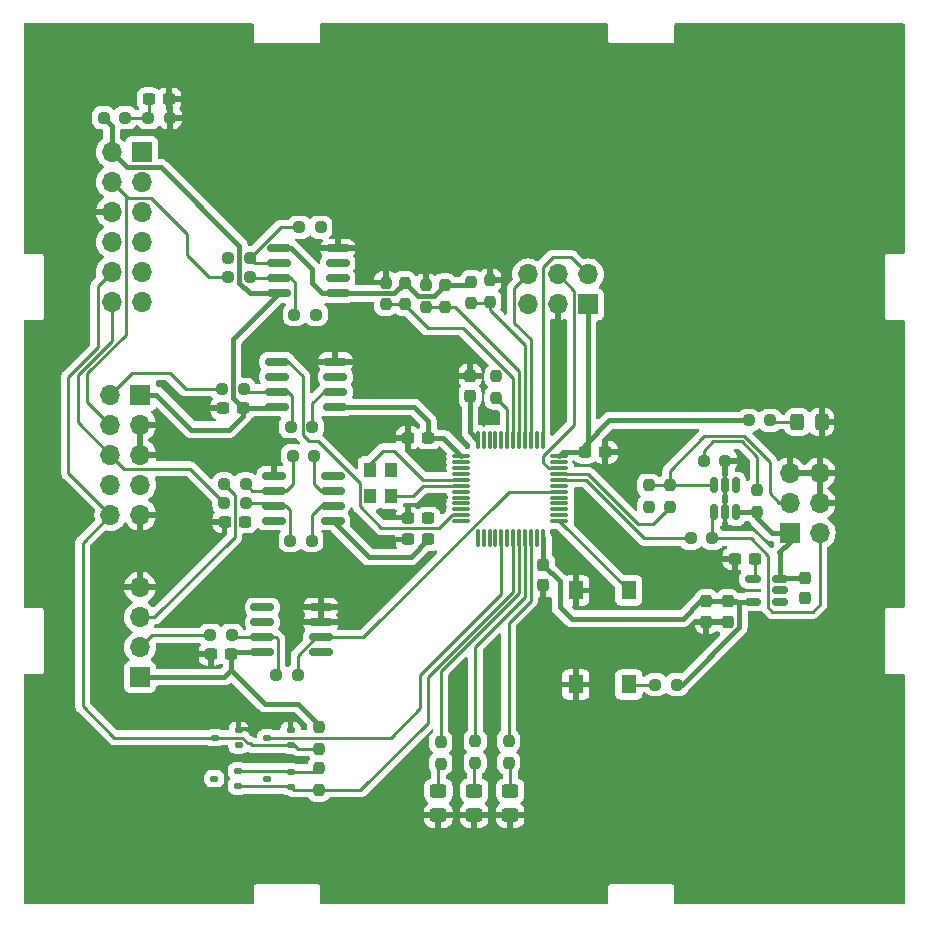
<source format=gbr>
%TF.GenerationSoftware,KiCad,Pcbnew,8.0.0*%
%TF.CreationDate,2024-11-17T17:13:44+03:00*%
%TF.ProjectId,box_bottom,626f785f-626f-4747-946f-6d2e6b696361,rev?*%
%TF.SameCoordinates,Original*%
%TF.FileFunction,Copper,L1,Top*%
%TF.FilePolarity,Positive*%
%FSLAX46Y46*%
G04 Gerber Fmt 4.6, Leading zero omitted, Abs format (unit mm)*
G04 Created by KiCad (PCBNEW 8.0.0) date 2024-11-17 17:13:44*
%MOMM*%
%LPD*%
G01*
G04 APERTURE LIST*
G04 Aperture macros list*
%AMRoundRect*
0 Rectangle with rounded corners*
0 $1 Rounding radius*
0 $2 $3 $4 $5 $6 $7 $8 $9 X,Y pos of 4 corners*
0 Add a 4 corners polygon primitive as box body*
4,1,4,$2,$3,$4,$5,$6,$7,$8,$9,$2,$3,0*
0 Add four circle primitives for the rounded corners*
1,1,$1+$1,$2,$3*
1,1,$1+$1,$4,$5*
1,1,$1+$1,$6,$7*
1,1,$1+$1,$8,$9*
0 Add four rect primitives between the rounded corners*
20,1,$1+$1,$2,$3,$4,$5,0*
20,1,$1+$1,$4,$5,$6,$7,0*
20,1,$1+$1,$6,$7,$8,$9,0*
20,1,$1+$1,$8,$9,$2,$3,0*%
G04 Aperture macros list end*
%TA.AperFunction,ComponentPad*%
%ADD10R,1.700000X1.700000*%
%TD*%
%TA.AperFunction,ComponentPad*%
%ADD11O,1.700000X1.700000*%
%TD*%
%TA.AperFunction,SMDPad,CuDef*%
%ADD12RoundRect,0.250000X0.450000X-0.325000X0.450000X0.325000X-0.450000X0.325000X-0.450000X-0.325000X0*%
%TD*%
%TA.AperFunction,SMDPad,CuDef*%
%ADD13RoundRect,0.250000X0.325000X0.450000X-0.325000X0.450000X-0.325000X-0.450000X0.325000X-0.450000X0*%
%TD*%
%TA.AperFunction,SMDPad,CuDef*%
%ADD14R,1.000000X1.300000*%
%TD*%
%TA.AperFunction,SMDPad,CuDef*%
%ADD15RoundRect,0.150000X0.512500X0.150000X-0.512500X0.150000X-0.512500X-0.150000X0.512500X-0.150000X0*%
%TD*%
%TA.AperFunction,SMDPad,CuDef*%
%ADD16RoundRect,0.075000X-0.662500X-0.075000X0.662500X-0.075000X0.662500X0.075000X-0.662500X0.075000X0*%
%TD*%
%TA.AperFunction,SMDPad,CuDef*%
%ADD17RoundRect,0.075000X-0.075000X-0.662500X0.075000X-0.662500X0.075000X0.662500X-0.075000X0.662500X0*%
%TD*%
%TA.AperFunction,SMDPad,CuDef*%
%ADD18RoundRect,0.150000X0.150000X-0.512500X0.150000X0.512500X-0.150000X0.512500X-0.150000X-0.512500X0*%
%TD*%
%TA.AperFunction,SMDPad,CuDef*%
%ADD19RoundRect,0.150000X0.825000X0.150000X-0.825000X0.150000X-0.825000X-0.150000X0.825000X-0.150000X0*%
%TD*%
%TA.AperFunction,SMDPad,CuDef*%
%ADD20R,1.300000X1.550000*%
%TD*%
%TA.AperFunction,SMDPad,CuDef*%
%ADD21RoundRect,0.237500X0.237500X-0.250000X0.237500X0.250000X-0.237500X0.250000X-0.237500X-0.250000X0*%
%TD*%
%TA.AperFunction,SMDPad,CuDef*%
%ADD22RoundRect,0.237500X-0.237500X0.250000X-0.237500X-0.250000X0.237500X-0.250000X0.237500X0.250000X0*%
%TD*%
%TA.AperFunction,SMDPad,CuDef*%
%ADD23RoundRect,0.237500X0.250000X0.237500X-0.250000X0.237500X-0.250000X-0.237500X0.250000X-0.237500X0*%
%TD*%
%TA.AperFunction,SMDPad,CuDef*%
%ADD24RoundRect,0.237500X-0.250000X-0.237500X0.250000X-0.237500X0.250000X0.237500X-0.250000X0.237500X0*%
%TD*%
%TA.AperFunction,SMDPad,CuDef*%
%ADD25RoundRect,0.112500X0.237500X-0.112500X0.237500X0.112500X-0.237500X0.112500X-0.237500X-0.112500X0*%
%TD*%
%TA.AperFunction,SMDPad,CuDef*%
%ADD26RoundRect,0.237500X-0.237500X0.300000X-0.237500X-0.300000X0.237500X-0.300000X0.237500X0.300000X0*%
%TD*%
%TA.AperFunction,SMDPad,CuDef*%
%ADD27RoundRect,0.237500X0.300000X0.237500X-0.300000X0.237500X-0.300000X-0.237500X0.300000X-0.237500X0*%
%TD*%
%TA.AperFunction,SMDPad,CuDef*%
%ADD28RoundRect,0.237500X-0.300000X-0.237500X0.300000X-0.237500X0.300000X0.237500X-0.300000X0.237500X0*%
%TD*%
%TA.AperFunction,SMDPad,CuDef*%
%ADD29RoundRect,0.237500X0.237500X-0.300000X0.237500X0.300000X-0.237500X0.300000X-0.237500X-0.300000X0*%
%TD*%
%TA.AperFunction,Conductor*%
%ADD30C,0.250000*%
%TD*%
%TA.AperFunction,Conductor*%
%ADD31C,0.400000*%
%TD*%
G04 APERTURE END LIST*
D10*
%TO.P,X1,1,Pin_1*%
%TO.N,/5VUSB*%
X245060000Y-111340000D03*
D11*
%TO.P,X1,2,Pin_2*%
%TO.N,Net-(R10-R1)*%
X247600000Y-111340000D03*
%TO.P,X1,3,Pin_3*%
%TO.N,Net-(R11-R2)*%
X245060000Y-108800000D03*
%TO.P,X1,4,Pin_4*%
%TO.N,PGND*%
X247600000Y-108800000D03*
%TO.P,X1,5,Pin_5*%
X245060000Y-106260001D03*
%TO.P,X1,6,Pin_6*%
X247600000Y-106260000D03*
%TD*%
D12*
%TO.P,D4,2,A*%
%TO.N,Net-(D4-A)*%
X221400000Y-133175001D03*
%TO.P,D4,1,K*%
%TO.N,PGND*%
X221400000Y-135224999D03*
%TD*%
%TO.P,D3,2,A*%
%TO.N,Net-(D3-A)*%
X218359999Y-133175001D03*
%TO.P,D3,1,K*%
%TO.N,PGND*%
X218359999Y-135224999D03*
%TD*%
%TO.P,D2,2,A*%
%TO.N,Net-(D2-A)*%
X215319998Y-133175001D03*
%TO.P,D2,1,K*%
%TO.N,PGND*%
X215319998Y-135224999D03*
%TD*%
D13*
%TO.P,D1,2,A*%
%TO.N,Net-(D1-A)*%
X245713604Y-101956064D03*
%TO.P,D1,1,K*%
%TO.N,PGND*%
X247763602Y-101956064D03*
%TD*%
D14*
%TO.P,Y1,1,Q1*%
%TO.N,Net-(U6-PD0{slash}XI)*%
X209499999Y-106000000D03*
%TO.P,Y1,2,CMN*%
%TO.N,PGND*%
X209499999Y-108200000D03*
%TO.P,Y1,3,Q2*%
%TO.N,Net-(U6-PD1{slash}XO)*%
X211300001Y-108200000D03*
%TO.P,Y1,4*%
%TO.N,N/C*%
X211300001Y-106000000D03*
%TD*%
D10*
%TO.P,X5,1*%
%TO.N,+3V3BM*%
X228000000Y-92000000D03*
D11*
%TO.P,X5,2*%
%TO.N,/JSWCLK*%
X228000000Y-89460000D03*
%TO.P,X5,3*%
%TO.N,PGND*%
X225460000Y-92000000D03*
%TO.P,X5,4*%
%TO.N,/JSWDIO*%
X225460000Y-89460000D03*
%TO.P,X5,5*%
%TO.N,/JRST*%
X222920001Y-92000000D03*
%TO.P,X5,6*%
%TO.N,/JSWO*%
X222920000Y-89460000D03*
%TD*%
D10*
%TO.P,X4,1,1*%
%TO.N,/xPWR*%
X190090000Y-99650000D03*
D11*
%TO.P,X4,2,2*%
%TO.N,/xTMS*%
X187550000Y-99650000D03*
%TO.P,X4,3,3*%
%TO.N,PGND*%
X190090000Y-102190000D03*
%TO.P,X4,4,4*%
%TO.N,/xTCK*%
X187550000Y-102190000D03*
%TO.P,X4,5,5*%
%TO.N,PGND*%
X190090000Y-104730000D03*
%TO.P,X4,6,6*%
%TO.N,/xTDO*%
X187550000Y-104730000D03*
%TO.P,X4,7,7*%
%TO.N,unconnected-(X4-Pad7)*%
X190090000Y-107270000D03*
%TO.P,X4,8,8*%
%TO.N,/xTDI*%
X187550000Y-107270000D03*
%TO.P,X4,9,9*%
%TO.N,PGND*%
X190090000Y-109810000D03*
%TO.P,X4,10,10*%
%TO.N,/xRST*%
X187550000Y-109810000D03*
%TD*%
D10*
%TO.P,X3,1,1*%
%TO.N,/SWDPWR*%
X190200000Y-79100000D03*
D11*
%TO.P,X3,2,2*%
%TO.N,/xPWR*%
X187660000Y-79100000D03*
%TO.P,X3,3,3*%
%TO.N,/SWDCLK*%
X190200000Y-81640000D03*
%TO.P,X3,4,4*%
%TO.N,/xTCK*%
X187660000Y-81640000D03*
%TO.P,X3,5,5*%
%TO.N,PGND*%
X190200000Y-84180000D03*
%TO.P,X3,6,6*%
X187660000Y-84180000D03*
%TO.P,X3,7,7*%
%TO.N,/SWDIO*%
X190200000Y-86720000D03*
%TO.P,X3,8,8*%
%TO.N,/xTMS*%
X187660000Y-86720000D03*
%TO.P,X3,9,9*%
%TO.N,/SWDRST*%
X190200000Y-89260000D03*
%TO.P,X3,10,10*%
%TO.N,/xRST*%
X187660000Y-89260000D03*
%TO.P,X3,11,11*%
%TO.N,/SWO*%
X190200000Y-91800000D03*
%TO.P,X3,12,12*%
%TO.N,/xTDO*%
X187660000Y-91800000D03*
%TD*%
D10*
%TO.P,X2,1*%
%TO.N,/xPWR*%
X190068464Y-123554037D03*
D11*
%TO.P,X2,2*%
%TO.N,/xTXD*%
X190068464Y-121014037D03*
%TO.P,X2,3*%
%TO.N,/xRXD*%
X190068464Y-118474038D03*
%TO.P,X2,4*%
%TO.N,PGND*%
X190068464Y-115934037D03*
%TD*%
D15*
%TO.P,U7,1,VIN*%
%TO.N,/5VUSB*%
X244242498Y-117155001D03*
%TO.P,U7,2,GND*%
%TO.N,PGND*%
X244242498Y-116205002D03*
%TO.P,U7,3,ENA*%
%TO.N,/5VUSB*%
X244242498Y-115255003D03*
%TO.P,U7,4,BYP*%
%TO.N,Net-(C12-C1)*%
X241967498Y-115255003D03*
%TO.P,U7,5,VO*%
%TO.N,+3V3BM*%
X241967498Y-117155001D03*
%TD*%
D16*
%TO.P,U6,1,VBAT*%
%TO.N,+3V3BM*%
X217237500Y-104850000D03*
%TO.P,U6,2,PC13*%
%TO.N,unconnected-(U6-PC13-Pad2)*%
X217237500Y-105350000D03*
%TO.P,U6,3,PC14/OSC32I*%
%TO.N,unconnected-(U6-PC14{slash}OSC32I-Pad3)*%
X217237500Y-105850000D03*
%TO.P,U6,4,PC15/OSC32O*%
%TO.N,unconnected-(U6-PC15{slash}OSC32O-Pad4)*%
X217237500Y-106350000D03*
%TO.P,U6,5,PD0/XI*%
%TO.N,Net-(U6-PD0{slash}XI)*%
X217237500Y-106850000D03*
%TO.P,U6,6,PD1/XO*%
%TO.N,Net-(U6-PD1{slash}XO)*%
X217237500Y-107350000D03*
%TO.P,U6,7,nRST*%
%TO.N,/JRST*%
X217237500Y-107850000D03*
%TO.P,U6,8,VSSA*%
%TO.N,PGND*%
X217237500Y-108350000D03*
%TO.P,U6,9,VDDA*%
%TO.N,+3V3BM*%
X217237500Y-108850000D03*
%TO.P,U6,10,PA0*%
%TO.N,unconnected-(U6-PA0-Pad10)*%
X217237500Y-109350000D03*
%TO.P,U6,11,PA1*%
%TO.N,/iTMS_DIR*%
X217237500Y-109850000D03*
%TO.P,U6,12,PA2*%
%TO.N,/iRST*%
X217237500Y-110350000D03*
D17*
%TO.P,U6,13,PA3*%
%TO.N,/iTDI*%
X218650000Y-111762500D03*
%TO.P,U6,14,PA4*%
%TO.N,/iTMS*%
X219150000Y-111762500D03*
%TO.P,U6,15,PA5*%
%TO.N,/iTCK*%
X219650000Y-111762500D03*
%TO.P,U6,16,PA6*%
%TO.N,/iTDO*%
X220150000Y-111762500D03*
%TO.P,U6,17,PA7*%
%TO.N,/iRST_SENSE*%
X220650000Y-111762500D03*
%TO.P,U6,18,PB0*%
%TO.N,/TPWR*%
X221150000Y-111762500D03*
%TO.P,U6,19,PB1*%
%TO.N,/PWR_BR*%
X221650000Y-111762500D03*
%TO.P,U6,20,PB2*%
%TO.N,/LED0*%
X222150000Y-111762500D03*
%TO.P,U6,21,PB10*%
%TO.N,/LED1*%
X222650000Y-111762500D03*
%TO.P,U6,22,PB11*%
%TO.N,/LED2*%
X223150000Y-111762500D03*
%TO.P,U6,23,VSS*%
%TO.N,PGND*%
X223650000Y-111762500D03*
%TO.P,U6,24,VDD*%
%TO.N,+3V3BM*%
X224150000Y-111762500D03*
D16*
%TO.P,U6,25,PB12*%
%TO.N,/BMBTN*%
X225562500Y-110350000D03*
%TO.P,U6,26,PB13*%
%TO.N,/VBUS*%
X225562500Y-109850000D03*
%TO.P,U6,27,PB14*%
%TO.N,unconnected-(U6-PB14-Pad27)*%
X225562500Y-109350000D03*
%TO.P,U6,28,PB15*%
%TO.N,unconnected-(U6-PB15-Pad28)*%
X225562500Y-108850000D03*
%TO.P,U6,29,PA8*%
%TO.N,Net-(R11-R1)*%
X225562500Y-108350000D03*
%TO.P,U6,30,PA9*%
%TO.N,/iTXD*%
X225562500Y-107850000D03*
%TO.P,U6,31,PA10*%
%TO.N,/iRXD*%
X225562500Y-107350000D03*
%TO.P,U6,32,PA11*%
%TO.N,/UD-*%
X225562500Y-106850000D03*
%TO.P,U6,33,PA12*%
%TO.N,/UD+*%
X225562500Y-106350000D03*
%TO.P,U6,34,PA13/SWDIO*%
%TO.N,/JSWDIO*%
X225562500Y-105850000D03*
%TO.P,U6,35,VSS*%
%TO.N,PGND*%
X225562500Y-105350000D03*
%TO.P,U6,36,VDD*%
%TO.N,+3V3BM*%
X225562500Y-104850000D03*
D17*
%TO.P,U6,37,PA14/SWCLK*%
%TO.N,/JSWCLK*%
X224150000Y-103437500D03*
%TO.P,U6,38,PA15/JTDI*%
%TO.N,unconnected-(U6-PA15{slash}JTDI-Pad38)*%
X223650000Y-103437500D03*
%TO.P,U6,39,JTDO/PB3*%
%TO.N,/JSWO*%
X223150000Y-103437500D03*
%TO.P,U6,40,JRST/PB4*%
%TO.N,Net-(SB8-J2)*%
X222650000Y-103437500D03*
%TO.P,U6,41,PB5*%
%TO.N,Net-(SB10-J2)*%
X222150000Y-103437500D03*
%TO.P,U6,42,PB6*%
%TO.N,Net-(SB12-J2)*%
X221650000Y-103437500D03*
%TO.P,U6,43,PB7*%
%TO.N,Net-(SB7-J1)*%
X221150000Y-103437500D03*
%TO.P,U6,44,PH3/BOOT0*%
%TO.N,PGND*%
X220650000Y-103437500D03*
%TO.P,U6,45,PB8*%
%TO.N,unconnected-(U6-PB8-Pad45)*%
X220150000Y-103437500D03*
%TO.P,U6,46,PB9*%
%TO.N,unconnected-(U6-PB9-Pad46)*%
X219650000Y-103437500D03*
%TO.P,U6,47,VSS*%
%TO.N,PGND*%
X219150000Y-103437500D03*
%TO.P,U6,48,VDD*%
%TO.N,+3V3BM*%
X218650000Y-103437500D03*
%TD*%
D18*
%TO.P,U5,1,IO1*%
%TO.N,Net-(R10-R1)*%
X238650001Y-109600000D03*
%TO.P,U5,2,GND*%
%TO.N,PGND*%
X239600000Y-109600000D03*
%TO.P,U5,3,IO2*%
%TO.N,/5VUSB*%
X240549999Y-109600000D03*
%TO.P,U5,4,IO3*%
%TO.N,unconnected-(U5-IO3-Pad4)*%
X240549999Y-107325000D03*
%TO.P,U5,5,GND*%
%TO.N,PGND*%
X239600000Y-107325000D03*
%TO.P,U5,6,IO4*%
%TO.N,Net-(R11-R2)*%
X238650001Y-107325000D03*
%TD*%
D19*
%TO.P,U4,1,VCCA*%
%TO.N,+3V3BM*%
X206600000Y-100670000D03*
%TO.P,U4,2,A1*%
%TO.N,/iTMS*%
X206600000Y-99400000D03*
%TO.P,U4,3,A2*%
%TO.N,unconnected-(U4-A2-Pad3)*%
X206600000Y-98130000D03*
%TO.P,U4,4,GND*%
%TO.N,PGND*%
X206600000Y-96860000D03*
%TO.P,U4,5,DIR*%
%TO.N,/iTMS_DIR*%
X201650000Y-96860000D03*
%TO.P,U4,6,B2*%
%TO.N,unconnected-(U4-B2-Pad6)*%
X201650000Y-98130000D03*
%TO.P,U4,7,B1*%
%TO.N,Net-(R9-R2)*%
X201650000Y-99400000D03*
%TO.P,U4,8,VCCB*%
%TO.N,/xPWR*%
X201650000Y-100670000D03*
%TD*%
%TO.P,U3,1,VCCA*%
%TO.N,+3V3BM*%
X206362500Y-110305000D03*
%TO.P,U3,2,A1*%
%TO.N,/iTDO*%
X206362500Y-109035000D03*
%TO.P,U3,3,A2*%
%TO.N,/iRXD*%
X206362500Y-107765000D03*
%TO.P,U3,4,GND*%
%TO.N,PGND*%
X206362500Y-106495000D03*
%TO.P,U3,5,DIR*%
X201412500Y-106495000D03*
%TO.P,U3,6,B2*%
%TO.N,Net-(R8-R2)*%
X201412500Y-107765000D03*
%TO.P,U3,7,B1*%
%TO.N,Net-(R7-R2)*%
X201412500Y-109035000D03*
%TO.P,U3,8,VCCB*%
%TO.N,/xPWR*%
X201412500Y-110305000D03*
%TD*%
%TO.P,U2,1,VCCA*%
%TO.N,+3V3BM*%
X206800000Y-91070000D03*
%TO.P,U2,2,A1*%
%TO.N,/iTCK*%
X206800000Y-89800000D03*
%TO.P,U2,3,A2*%
%TO.N,/iTDI*%
X206800000Y-88530000D03*
%TO.P,U2,4,GND*%
%TO.N,PGND*%
X206800000Y-87260000D03*
%TO.P,U2,5,DIR*%
%TO.N,+3V3BM*%
X201850000Y-87260000D03*
%TO.P,U2,6,B2*%
%TO.N,Net-(R6-R2)*%
X201850000Y-88530000D03*
%TO.P,U2,7,B1*%
%TO.N,Net-(R5-R2)*%
X201850000Y-89800000D03*
%TO.P,U2,8,VCCB*%
%TO.N,/xPWR*%
X201850000Y-91070000D03*
%TD*%
%TO.P,U1,1,VCCA*%
%TO.N,+3V3BM*%
X205368463Y-121459038D03*
%TO.P,U1,2,A1*%
%TO.N,/iTXD*%
X205368463Y-120189038D03*
%TO.P,U1,3,A2*%
%TO.N,PGND*%
X205368463Y-118919038D03*
%TO.P,U1,4,GND*%
X205368463Y-117649038D03*
%TO.P,U1,5,DIR*%
%TO.N,+3V3BM*%
X200418463Y-117649038D03*
%TO.P,U1,6,B2*%
%TO.N,unconnected-(U1-B2-Pad6)*%
X200418463Y-118919038D03*
%TO.P,U1,7,B1*%
%TO.N,Net-(R4-R2)*%
X200418463Y-120189038D03*
%TO.P,U1,8,VCCB*%
%TO.N,/xPWR*%
X200418463Y-121459038D03*
%TD*%
D20*
%TO.P,SW1,1,CMN*%
%TO.N,/BMBTN*%
X231450000Y-116220000D03*
X231450000Y-124180000D03*
%TO.P,SW1,2,NO*%
%TO.N,PGND*%
X226950000Y-116220000D03*
X226950000Y-124180000D03*
%TD*%
D21*
%TO.P,SB13,1,J1*%
%TO.N,Net-(SB12-J2)*%
X210864234Y-91969314D03*
%TO.P,SB13,2,J2*%
%TO.N,PGND*%
X210864234Y-90144314D03*
%TD*%
D22*
%TO.P,SB12,1,J1*%
%TO.N,+3V3BM*%
X212464235Y-90144314D03*
%TO.P,SB12,2,J2*%
%TO.N,Net-(SB12-J2)*%
X212464235Y-91969314D03*
%TD*%
D21*
%TO.P,SB11,1,J1*%
%TO.N,Net-(SB10-J2)*%
X214258347Y-92188185D03*
%TO.P,SB11,2,J2*%
%TO.N,PGND*%
X214258347Y-90363185D03*
%TD*%
D22*
%TO.P,SB10,1,J1*%
%TO.N,+3V3BM*%
X215858347Y-90363185D03*
%TO.P,SB10,2,J2*%
%TO.N,Net-(SB10-J2)*%
X215858347Y-92188185D03*
%TD*%
D21*
%TO.P,SB9,1,J1*%
%TO.N,Net-(SB8-J2)*%
X219676724Y-91763921D03*
%TO.P,SB9,2,J2*%
%TO.N,PGND*%
X219676724Y-89938921D03*
%TD*%
D22*
%TO.P,SB8,1,J1*%
%TO.N,+3V3BM*%
X218121089Y-90080342D03*
%TO.P,SB8,2,J2*%
%TO.N,Net-(SB8-J2)*%
X218121089Y-91905342D03*
%TD*%
D21*
%TO.P,SB7,1,J1*%
%TO.N,Net-(SB7-J1)*%
X220200000Y-99912500D03*
%TO.P,SB7,2,J2*%
%TO.N,/iTDO*%
X220200000Y-98087500D03*
%TD*%
D23*
%TO.P,SB6,1,J1*%
%TO.N,/iTMS*%
X204637500Y-102365000D03*
%TO.P,SB6,2,J2*%
%TO.N,Net-(R9-R2)*%
X202812500Y-102365000D03*
%TD*%
%TO.P,SB5,2,J2*%
%TO.N,Net-(R8-R2)*%
X202975000Y-104799999D03*
%TO.P,SB5,1,J1*%
%TO.N,/iRXD*%
X204800000Y-104799999D03*
%TD*%
%TO.P,SB4,2,J2*%
%TO.N,Net-(R7-R2)*%
X202775000Y-112000000D03*
%TO.P,SB4,1,J1*%
%TO.N,/iTDO*%
X204600000Y-112000000D03*
%TD*%
%TO.P,SB3,1,J1*%
%TO.N,/iTDI*%
X205362500Y-85460000D03*
%TO.P,SB3,2,J2*%
%TO.N,Net-(R6-R2)*%
X203537500Y-85460000D03*
%TD*%
%TO.P,SB2,1,J1*%
%TO.N,/iTCK*%
X204962500Y-92860000D03*
%TO.P,SB2,2,J2*%
%TO.N,Net-(R5-R2)*%
X203137500Y-92860000D03*
%TD*%
%TO.P,SB1,1,J1*%
%TO.N,/iTXD*%
X203425000Y-123400000D03*
%TO.P,SB1,2,J2*%
%TO.N,Net-(R4-R2)*%
X201600000Y-123400000D03*
%TD*%
%TO.P,R20,1,R1*%
%TO.N,+3V3BM*%
X235512500Y-124200000D03*
%TO.P,R20,2,R2*%
%TO.N,/BMBTN*%
X233687500Y-124200000D03*
%TD*%
D21*
%TO.P,R19,1,R1*%
%TO.N,Net-(D4-A)*%
X221259137Y-130799149D03*
%TO.P,R19,2,R2*%
%TO.N,/LED2*%
X221259137Y-128974149D03*
%TD*%
%TO.P,R18,1,R1*%
%TO.N,Net-(D3-A)*%
X218430710Y-130799149D03*
%TO.P,R18,2,R2*%
%TO.N,/LED1*%
X218430710Y-128974149D03*
%TD*%
%TO.P,R17,1,R1*%
%TO.N,Net-(D2-A)*%
X215531572Y-130869860D03*
%TO.P,R17,2,R2*%
%TO.N,/LED0*%
X215531572Y-129044860D03*
%TD*%
D23*
%TO.P,R16,1,R1*%
%TO.N,Net-(D1-A)*%
X243408463Y-101815761D03*
%TO.P,R16,2,R2*%
%TO.N,+3V3BM*%
X241583463Y-101815761D03*
%TD*%
D21*
%TO.P,R15,2,R2*%
%TO.N,Net-(Q3-S)*%
X205200000Y-131287500D03*
%TO.P,R15,1,R1*%
%TO.N,/PWR_BR*%
X205200000Y-133112500D03*
%TD*%
D24*
%TO.P,R14,1,R1*%
%TO.N,/TPWR*%
X190775000Y-76200000D03*
%TO.P,R14,2,R2*%
%TO.N,PGND*%
X192600000Y-76200000D03*
%TD*%
%TO.P,R13,1,R1*%
%TO.N,/xPWR*%
X186975000Y-76200000D03*
%TO.P,R13,2,R2*%
%TO.N,/TPWR*%
X188800000Y-76200000D03*
%TD*%
D21*
%TO.P,R12,1,R1*%
%TO.N,/UD+*%
X234912499Y-109138756D03*
%TO.P,R12,2,R2*%
%TO.N,Net-(R11-R2)*%
X234912499Y-107313756D03*
%TD*%
%TO.P,R11,1,R1*%
%TO.N,Net-(R11-R1)*%
X233112500Y-109138756D03*
%TO.P,R11,2,R2*%
%TO.N,Net-(R11-R2)*%
X233112500Y-107313756D03*
%TD*%
D23*
%TO.P,R10,1,R1*%
%TO.N,Net-(R10-R1)*%
X238512500Y-111800000D03*
%TO.P,R10,2,R2*%
%TO.N,/UD-*%
X236687500Y-111800000D03*
%TD*%
D24*
%TO.P,R9,1,R1*%
%TO.N,/xTMS*%
X197012500Y-99165000D03*
%TO.P,R9,2,R2*%
%TO.N,Net-(R9-R2)*%
X198837500Y-99165000D03*
%TD*%
%TO.P,R8,1,R1*%
%TO.N,/xRXD*%
X197175000Y-107200000D03*
%TO.P,R8,2,R2*%
%TO.N,Net-(R8-R2)*%
X199000000Y-107200000D03*
%TD*%
%TO.P,R7,1,R1*%
%TO.N,/xTDO*%
X197175000Y-108800000D03*
%TO.P,R7,2,R2*%
%TO.N,Net-(R7-R2)*%
X199000000Y-108800000D03*
%TD*%
%TO.P,R6,1,R1*%
%TO.N,/xTDI*%
X197537500Y-88060000D03*
%TO.P,R6,2,R2*%
%TO.N,Net-(R6-R2)*%
X199362500Y-88060000D03*
%TD*%
%TO.P,R5,1,R1*%
%TO.N,/xTCK*%
X197537500Y-89660000D03*
%TO.P,R5,2,R2*%
%TO.N,Net-(R5-R2)*%
X199362500Y-89660000D03*
%TD*%
%TO.P,R4,1,R1*%
%TO.N,/xTXD*%
X196000001Y-119999999D03*
%TO.P,R4,2,R2*%
%TO.N,Net-(R4-R2)*%
X197825001Y-119999999D03*
%TD*%
D22*
%TO.P,R3,1,R1*%
%TO.N,/xPWR*%
X205200000Y-127775000D03*
%TO.P,R3,2,R2*%
%TO.N,/xRST*%
X205200000Y-129600000D03*
%TD*%
D24*
%TO.P,R2,1,R1*%
%TO.N,/VBUS*%
X237799999Y-105226256D03*
%TO.P,R2,2,R2*%
%TO.N,PGND*%
X239624999Y-105226256D03*
%TD*%
D21*
%TO.P,R1,1,R1*%
%TO.N,/5VUSB*%
X242312500Y-109538756D03*
%TO.P,R1,2,R2*%
%TO.N,/VBUS*%
X242312500Y-107713756D03*
%TD*%
D25*
%TO.P,Q4,1,G*%
%TO.N,/PWR_BR*%
X198335919Y-132789038D03*
%TO.P,Q4,2,S*%
%TO.N,Net-(Q3-S)*%
X198335919Y-131489038D03*
%TO.P,Q4,3,D*%
%TO.N,/xPWR*%
X196335919Y-132139038D03*
%TD*%
%TO.P,Q3,3,D*%
%TO.N,+3V3BM*%
X200800000Y-132200000D03*
%TO.P,Q3,2,S*%
%TO.N,Net-(Q3-S)*%
X202800000Y-131550000D03*
%TO.P,Q3,1,G*%
%TO.N,/PWR_BR*%
X202800000Y-132850000D03*
%TD*%
%TO.P,Q2,1,G*%
%TO.N,/iRST*%
X198400000Y-129337500D03*
%TO.P,Q2,2,S*%
%TO.N,PGND*%
X198400000Y-128037500D03*
%TO.P,Q2,3,D*%
%TO.N,/xRST*%
X196400000Y-128687500D03*
%TD*%
%TO.P,Q1,1,G*%
%TO.N,/xRST*%
X202800000Y-129337500D03*
%TO.P,Q1,2,S*%
%TO.N,PGND*%
X202800000Y-128037500D03*
%TO.P,Q1,3,D*%
%TO.N,/iRST_SENSE*%
X200800000Y-128687500D03*
%TD*%
D26*
%TO.P,C14,1,C1*%
%TO.N,+3V3BM*%
X238000000Y-117137499D03*
%TO.P,C14,2,C2*%
%TO.N,PGND*%
X238000000Y-118862501D03*
%TD*%
%TO.P,C13,1,C1*%
%TO.N,+3V3BM*%
X239800003Y-117137499D03*
%TO.P,C13,2,C2*%
%TO.N,PGND*%
X239800003Y-118862501D03*
%TD*%
D27*
%TO.P,C12,1,C1*%
%TO.N,Net-(C12-C1)*%
X242137499Y-113525003D03*
%TO.P,C12,2,C2*%
%TO.N,PGND*%
X240412497Y-113525003D03*
%TD*%
D26*
%TO.P,C11,1,C1*%
%TO.N,/5VUSB*%
X246400000Y-115137499D03*
%TO.P,C11,2,C2*%
%TO.N,PGND*%
X246400000Y-116862501D03*
%TD*%
D28*
%TO.P,C10,1,C1*%
%TO.N,+3V3BM*%
X227737500Y-104500000D03*
%TO.P,C10,2,C2*%
%TO.N,PGND*%
X229462500Y-104500000D03*
%TD*%
D29*
%TO.P,C9,1,C1*%
%TO.N,+3V3BM*%
X218000000Y-99762501D03*
%TO.P,C9,2,C2*%
%TO.N,PGND*%
X218000000Y-98037499D03*
%TD*%
D27*
%TO.P,C8,1,C1*%
%TO.N,+3V3BM*%
X214462501Y-103300000D03*
%TO.P,C8,2,C2*%
%TO.N,PGND*%
X212737499Y-103300000D03*
%TD*%
D26*
%TO.P,C7,1,C1*%
%TO.N,+3V3BM*%
X224200000Y-114037499D03*
%TO.P,C7,2,C2*%
%TO.N,PGND*%
X224200000Y-115762501D03*
%TD*%
D27*
%TO.P,C6,1,C1*%
%TO.N,+3V3BM*%
X214462501Y-111900000D03*
%TO.P,C6,2,C2*%
%TO.N,PGND*%
X212737499Y-111900000D03*
%TD*%
D28*
%TO.P,C5,1,C1*%
%TO.N,/TPWR*%
X190799999Y-74600000D03*
%TO.P,C5,2,C2*%
%TO.N,PGND*%
X192525001Y-74600000D03*
%TD*%
D27*
%TO.P,C4,1,C1*%
%TO.N,/JRST*%
X214462501Y-110100000D03*
%TO.P,C4,2,C2*%
%TO.N,PGND*%
X212737499Y-110100000D03*
%TD*%
D28*
%TO.P,C3,1,C1*%
%TO.N,PGND*%
X197062499Y-100765000D03*
%TO.P,C3,2,C2*%
%TO.N,/xPWR*%
X198787501Y-100765000D03*
%TD*%
%TO.P,C2,1,C1*%
%TO.N,PGND*%
X197224999Y-110400000D03*
%TO.P,C2,2,C2*%
%TO.N,/xPWR*%
X198950001Y-110400000D03*
%TD*%
%TO.P,C1,1,C1*%
%TO.N,PGND*%
X196050000Y-121600000D03*
%TO.P,C1,2,C2*%
%TO.N,/xPWR*%
X197775002Y-121600000D03*
%TD*%
D30*
%TO.N,/iRST_SENSE*%
X213800000Y-123400000D02*
X220650000Y-116550000D01*
X213800000Y-126200000D02*
X213800000Y-123400000D01*
X211312500Y-128687500D02*
X213800000Y-126200000D01*
X220650000Y-116550000D02*
X220650000Y-111762500D01*
X200800000Y-128687500D02*
X211312500Y-128687500D01*
%TO.N,/PWR_BR*%
X221650000Y-116313604D02*
X221650000Y-111762500D01*
X214400000Y-123563604D02*
X221650000Y-116313604D01*
X214400000Y-127400000D02*
X214400000Y-123563604D01*
X208687500Y-133112500D02*
X214400000Y-127400000D01*
X205200000Y-133112500D02*
X208687500Y-133112500D01*
%TO.N,/LED0*%
X222150000Y-116450000D02*
X215531572Y-123068428D01*
X215531572Y-123068428D02*
X215531572Y-129044860D01*
X222150000Y-111762500D02*
X222150000Y-116450000D01*
%TO.N,/LED1*%
X218430710Y-121030710D02*
X218430710Y-128974149D01*
X218400000Y-121000000D02*
X218430710Y-121030710D01*
X222650000Y-116750000D02*
X218400000Y-121000000D01*
X222650000Y-111762500D02*
X222650000Y-116750000D01*
%TO.N,Net-(D4-A)*%
X221400000Y-130940012D02*
X221259137Y-130799149D01*
X221400000Y-133175001D02*
X221400000Y-130940012D01*
%TO.N,Net-(D3-A)*%
X218359999Y-130869860D02*
X218430710Y-130799149D01*
X218359999Y-133175001D02*
X218359999Y-130869860D01*
%TO.N,Net-(D2-A)*%
X215319998Y-133175001D02*
X215319998Y-131081434D01*
X215319998Y-131081434D02*
X215531572Y-130869860D01*
%TO.N,/xTXD*%
X191082501Y-120000000D02*
X196000001Y-119999999D01*
X190068464Y-121014037D02*
X191082501Y-120000000D01*
%TO.N,/PWR_BR*%
X205200000Y-133112500D02*
X203062500Y-133112500D01*
X202489038Y-132789038D02*
X198335919Y-132789038D01*
X202550000Y-132850000D02*
X202489038Y-132789038D01*
X202800000Y-132850000D02*
X202550000Y-132850000D01*
%TO.N,Net-(Q3-S)*%
X204937500Y-131550000D02*
X205200000Y-131287500D01*
X202800000Y-131550000D02*
X204937500Y-131550000D01*
X202739038Y-131489038D02*
X202800000Y-131550000D01*
X198335919Y-131489038D02*
X202739038Y-131489038D01*
%TO.N,/BMBTN*%
X231432500Y-116220000D02*
X225562500Y-110350000D01*
X231450000Y-116220000D02*
X231432500Y-116220000D01*
D31*
%TO.N,+3V3BM*%
X225600000Y-115437499D02*
X224200000Y-114037499D01*
X225600000Y-117600000D02*
X225600000Y-115437499D01*
X226600000Y-118600000D02*
X225600000Y-117600000D01*
X236000000Y-118600000D02*
X226600000Y-118600000D01*
X237462501Y-117137499D02*
X236000000Y-118600000D01*
X238000000Y-117137499D02*
X237462501Y-117137499D01*
D30*
%TO.N,/BMBTN*%
X231470000Y-124200000D02*
X231450000Y-124180000D01*
X233687500Y-124200000D02*
X231470000Y-124200000D01*
D31*
%TO.N,+3V3BM*%
X235908146Y-124200000D02*
X235512500Y-124200000D01*
X240800000Y-119308146D02*
X235908146Y-124200000D01*
X240800000Y-117400000D02*
X240800000Y-119308146D01*
X238000000Y-117137499D02*
X239800003Y-117137499D01*
%TO.N,/xPWR*%
X188950000Y-80390000D02*
X187660000Y-79100000D01*
X191840000Y-80390000D02*
X188950000Y-80390000D01*
X198475000Y-90168142D02*
X198475000Y-87025000D01*
X201850000Y-91070000D02*
X199376858Y-91070000D01*
X199376858Y-91070000D02*
X198475000Y-90168142D01*
X198475000Y-87025000D02*
X191840000Y-80390000D01*
D30*
%TO.N,Net-(SB12-J2)*%
X212464235Y-91969314D02*
X210864234Y-91969314D01*
%TO.N,Net-(SB10-J2)*%
X214258347Y-92188185D02*
X215858347Y-92188185D01*
%TO.N,/iTXD*%
X221257236Y-107850000D02*
X225562500Y-107850000D01*
X208918198Y-120189038D02*
X221257236Y-107850000D01*
X205368463Y-120189038D02*
X208918198Y-120189038D01*
%TO.N,/xTDO*%
X188725000Y-105905000D02*
X187550000Y-104730000D01*
X197175000Y-108800000D02*
X194280000Y-105905000D01*
X194280000Y-105905000D02*
X188725000Y-105905000D01*
%TO.N,/xRXD*%
X198087499Y-108112499D02*
X197175000Y-107200000D01*
X198087499Y-111657084D02*
X198087499Y-108112499D01*
X190068464Y-118474038D02*
X191270545Y-118474038D01*
X191270545Y-118474038D02*
X198087499Y-111657084D01*
D31*
%TO.N,/xPWR*%
X197195967Y-123554037D02*
X197775002Y-122975002D01*
X190068464Y-123554037D02*
X197195967Y-123554037D01*
X197775002Y-122975002D02*
X197775002Y-121600000D01*
X203400000Y-125800000D02*
X200600000Y-125800000D01*
X200600000Y-125800000D02*
X197775002Y-122975002D01*
X205200000Y-127600000D02*
X203400000Y-125800000D01*
X205200000Y-127775000D02*
X205200000Y-127600000D01*
D30*
%TO.N,/xRST*%
X203400000Y-129600000D02*
X205200000Y-129600000D01*
X203137500Y-129337500D02*
X203400000Y-129600000D01*
X202800000Y-129337500D02*
X203137500Y-129337500D01*
X199365664Y-129165664D02*
X199537500Y-129337500D01*
X199200000Y-129165664D02*
X199365664Y-129165664D01*
X198721836Y-128687500D02*
X199200000Y-129165664D01*
X199537500Y-129337500D02*
X202800000Y-129337500D01*
X196400000Y-128687500D02*
X198721836Y-128687500D01*
X185200000Y-112160000D02*
X185200000Y-126000000D01*
X187887500Y-128687500D02*
X196400000Y-128687500D01*
X187550000Y-109810000D02*
X185200000Y-112160000D01*
X185200000Y-126000000D02*
X187887500Y-128687500D01*
X186485000Y-90435000D02*
X187660000Y-89260000D01*
X184000000Y-106260000D02*
X184000000Y-98127208D01*
X186485000Y-95642208D02*
X186485000Y-90435000D01*
X187550000Y-109810000D02*
X184000000Y-106260000D01*
X184000000Y-98127208D02*
X186485000Y-95642208D01*
%TO.N,/xTDO*%
X184800000Y-101980000D02*
X187550000Y-104730000D01*
X184800000Y-97963604D02*
X184800000Y-101980000D01*
X187660000Y-95103604D02*
X184800000Y-97963604D01*
X187660000Y-91800000D02*
X187660000Y-95103604D01*
%TO.N,/xTCK*%
X188835000Y-82815000D02*
X188510000Y-82490000D01*
X188835000Y-94565000D02*
X188835000Y-82815000D01*
X185600000Y-100240000D02*
X185600000Y-97800000D01*
X187550000Y-102190000D02*
X185600000Y-100240000D01*
X185600000Y-97800000D02*
X188835000Y-94565000D01*
X187660000Y-81640000D02*
X188510000Y-82490000D01*
X188510000Y-82490000D02*
X189020000Y-83000000D01*
%TO.N,/xTMS*%
X193965000Y-99165000D02*
X197012500Y-99165000D01*
X192600000Y-97800000D02*
X193965000Y-99165000D01*
X189400000Y-97800000D02*
X192600000Y-97800000D01*
X187550000Y-99650000D02*
X189400000Y-97800000D01*
D31*
%TO.N,/xPWR*%
X198787501Y-101412499D02*
X198787501Y-100765000D01*
X197600000Y-102600000D02*
X198787501Y-101412499D01*
X194400000Y-102600000D02*
X197600000Y-102600000D01*
X191450000Y-99650000D02*
X194400000Y-102600000D01*
X190090000Y-99650000D02*
X191450000Y-99650000D01*
D30*
%TO.N,/xTCK*%
X194000000Y-87800000D02*
X195860000Y-89660000D01*
X191000000Y-83000000D02*
X194000000Y-86000000D01*
X194000000Y-86000000D02*
X194000000Y-87800000D01*
X189020000Y-83000000D02*
X191000000Y-83000000D01*
X195860000Y-89660000D02*
X197537500Y-89660000D01*
%TO.N,/TPWR*%
X190799999Y-76175001D02*
X190775000Y-76200000D01*
X190799999Y-74600000D02*
X190799999Y-76175001D01*
X188800000Y-76200000D02*
X190775000Y-76200000D01*
D31*
%TO.N,/xPWR*%
X187660000Y-76885000D02*
X186975000Y-76200000D01*
X187660000Y-79100000D02*
X187660000Y-76885000D01*
D30*
%TO.N,Net-(R5-R2)*%
X202800000Y-89800000D02*
X201850000Y-89800000D01*
X203150000Y-90150000D02*
X202800000Y-89800000D01*
X203150000Y-92847500D02*
X203150000Y-90150000D01*
X203137500Y-92860000D02*
X203150000Y-92847500D01*
X199502500Y-89800000D02*
X199362500Y-89660000D01*
X201850000Y-89800000D02*
X199502500Y-89800000D01*
%TO.N,Net-(R6-R2)*%
X201962500Y-85460000D02*
X203537500Y-85460000D01*
X199362500Y-88060000D02*
X201962500Y-85460000D01*
X199832500Y-88530000D02*
X199362500Y-88060000D01*
X201850000Y-88530000D02*
X199832500Y-88530000D01*
D31*
%TO.N,+3V3BM*%
X204600000Y-89000000D02*
X204600000Y-90200000D01*
X205470000Y-91070000D02*
X206800000Y-91070000D01*
X202860000Y-87260000D02*
X204600000Y-89000000D01*
X201850000Y-87260000D02*
X202860000Y-87260000D01*
X204600000Y-90200000D02*
X205470000Y-91070000D01*
D30*
%TO.N,/PWR_BR*%
X203062500Y-133112500D02*
X202800000Y-132850000D01*
%TO.N,/iTXD*%
X203425000Y-121751593D02*
X204987555Y-120189038D01*
X204987555Y-120189038D02*
X205368463Y-120189038D01*
X203425000Y-123400000D02*
X203425000Y-121751593D01*
%TO.N,Net-(R4-R2)*%
X201718463Y-120318463D02*
X201589038Y-120189038D01*
X201589038Y-120189038D02*
X200418463Y-120189038D01*
X201718463Y-123281537D02*
X201718463Y-120318463D01*
X201600000Y-123400000D02*
X201718463Y-123281537D01*
D31*
%TO.N,/xPWR*%
X197915964Y-121459038D02*
X197775002Y-121600000D01*
X200418463Y-121459038D02*
X197915964Y-121459038D01*
D30*
%TO.N,Net-(R4-R2)*%
X198014040Y-120189038D02*
X197825001Y-119999999D01*
X200418463Y-120189038D02*
X198014040Y-120189038D01*
D31*
%TO.N,+3V3BM*%
X209457500Y-113400000D02*
X212962501Y-113400000D01*
X212962501Y-113400000D02*
X214462501Y-111900000D01*
X206362500Y-110305000D02*
X209457500Y-113400000D01*
D30*
%TO.N,Net-(U6-PD0{slash}XI)*%
X209499999Y-105500001D02*
X209499999Y-106000000D01*
X211600000Y-104400000D02*
X210600000Y-104400000D01*
X210600000Y-104400000D02*
X209499999Y-105500001D01*
X214050000Y-106850000D02*
X211600000Y-104400000D01*
X217237500Y-106850000D02*
X214050000Y-106850000D01*
%TO.N,Net-(U6-PD1{slash}XO)*%
X213200000Y-108200000D02*
X211300001Y-108200000D01*
X217237500Y-107350000D02*
X214050000Y-107350000D01*
X214050000Y-107350000D02*
X213200000Y-108200000D01*
%TO.N,/iTMS_DIR*%
X215382236Y-110900000D02*
X216432236Y-109850000D01*
X210500000Y-110900000D02*
X215382236Y-110900000D01*
X216432236Y-109850000D02*
X217237500Y-109850000D01*
X208674999Y-107156591D02*
X208674999Y-109074999D01*
X205118408Y-103600000D02*
X208674999Y-107156591D01*
X208674999Y-109074999D02*
X210500000Y-110900000D01*
X204400000Y-103600000D02*
X205118408Y-103600000D01*
X203825000Y-103025000D02*
X204400000Y-103600000D01*
X203825000Y-98060001D02*
X203825000Y-103025000D01*
X202624999Y-96860000D02*
X203825000Y-98060001D01*
X201650000Y-96860000D02*
X202624999Y-96860000D01*
%TO.N,/iRXD*%
X205387501Y-107765000D02*
X206362500Y-107765000D01*
X204800000Y-107177499D02*
X205387501Y-107765000D01*
X204800000Y-104799999D02*
X204800000Y-107177499D01*
%TO.N,Net-(R8-R2)*%
X202387499Y-107765000D02*
X201412500Y-107765000D01*
X202975000Y-107177499D02*
X202387499Y-107765000D01*
X202975000Y-104799999D02*
X202975000Y-107177499D01*
X199565000Y-107765000D02*
X199000000Y-107200000D01*
X201412500Y-107765000D02*
X199565000Y-107765000D01*
%TO.N,Net-(R7-R2)*%
X200800000Y-108800000D02*
X199000000Y-108800000D01*
X201035000Y-109035000D02*
X200800000Y-108800000D01*
X201412500Y-109035000D02*
X201035000Y-109035000D01*
X202387499Y-109035000D02*
X201412500Y-109035000D01*
X202775000Y-109422501D02*
X202387499Y-109035000D01*
X202775000Y-112000000D02*
X202775000Y-109422501D01*
%TO.N,/iTDO*%
X205387501Y-109035000D02*
X206362500Y-109035000D01*
X204600000Y-109822501D02*
X205387501Y-109035000D01*
X204600000Y-112000000D02*
X204600000Y-109822501D01*
D31*
%TO.N,/xPWR*%
X197950000Y-94970000D02*
X201850000Y-91070000D01*
X197950000Y-99927499D02*
X197950000Y-94970000D01*
X198787501Y-100765000D02*
X197950000Y-99927499D01*
X201555000Y-100765000D02*
X201650000Y-100670000D01*
X198787501Y-100765000D02*
X201555000Y-100765000D01*
D30*
%TO.N,Net-(R9-R2)*%
X199072500Y-99400000D02*
X198837500Y-99165000D01*
X201650000Y-99400000D02*
X199072500Y-99400000D01*
X202950000Y-102227500D02*
X202812500Y-102365000D01*
X202950000Y-99725001D02*
X202950000Y-102227500D01*
X202624999Y-99400000D02*
X202950000Y-99725001D01*
X201650000Y-99400000D02*
X202624999Y-99400000D01*
%TO.N,/iTMS*%
X204637500Y-100387501D02*
X204637500Y-102365000D01*
X205625001Y-99400000D02*
X204637500Y-100387501D01*
X206600000Y-99400000D02*
X205625001Y-99400000D01*
D31*
%TO.N,+3V3BM*%
X218000000Y-102837500D02*
X218000000Y-99762501D01*
X218600000Y-103437500D02*
X218000000Y-102837500D01*
X214462501Y-101862501D02*
X214462501Y-103300000D01*
X213270000Y-100670000D02*
X214462501Y-101862501D01*
X206600000Y-100670000D02*
X213270000Y-100670000D01*
D30*
%TO.N,Net-(SB7-J1)*%
X221150000Y-100862500D02*
X220200000Y-99912500D01*
X221150000Y-103437500D02*
X221150000Y-100862500D01*
%TO.N,Net-(SB12-J2)*%
X212464235Y-92064235D02*
X212464235Y-91969314D01*
X221650000Y-98247924D02*
X217402076Y-94000000D01*
X214400000Y-94000000D02*
X212464235Y-92064235D01*
X221650000Y-103437500D02*
X221650000Y-98247924D01*
X217402076Y-94000000D02*
X214400000Y-94000000D01*
D31*
%TO.N,+3V3BM*%
X215737500Y-103300000D02*
X217237500Y-104800000D01*
X214462501Y-103300000D02*
X215737500Y-103300000D01*
D30*
%TO.N,Net-(SB10-J2)*%
X222150000Y-97647924D02*
X222150000Y-103437500D01*
X216690261Y-92188185D02*
X222150000Y-97647924D01*
X215858347Y-92188185D02*
X216690261Y-92188185D01*
D31*
%TO.N,+3V3BM*%
X211538549Y-91070000D02*
X206800000Y-91070000D01*
X212464235Y-90144314D02*
X211538549Y-91070000D01*
X217838246Y-90363185D02*
X218121089Y-90080342D01*
X215858347Y-90363185D02*
X217838246Y-90363185D01*
X214970847Y-91250685D02*
X215858347Y-90363185D01*
X213570606Y-91250685D02*
X214970847Y-91250685D01*
X212464235Y-90144314D02*
X213570606Y-91250685D01*
X216141190Y-90080342D02*
X215858347Y-90363185D01*
D30*
%TO.N,Net-(SB8-J2)*%
X219535303Y-91905342D02*
X219676724Y-91763921D01*
X218121089Y-91905342D02*
X219535303Y-91905342D01*
X222650000Y-95450000D02*
X222650000Y-103437500D01*
X219676724Y-92476724D02*
X222650000Y-95450000D01*
X219676724Y-91763921D02*
X219676724Y-92476724D01*
%TO.N,/JSWO*%
X221745001Y-90634999D02*
X222920000Y-89460000D01*
X221745001Y-93545001D02*
X221745001Y-90634999D01*
X223150000Y-103437500D02*
X223150000Y-94950000D01*
X223150000Y-94950000D02*
X221745001Y-93545001D01*
%TO.N,/JSWCLK*%
X224150000Y-92250000D02*
X224150000Y-103437500D01*
X224200000Y-92200000D02*
X224150000Y-92250000D01*
X224200000Y-88800000D02*
X224200000Y-92200000D01*
X225000000Y-88000000D02*
X224200000Y-88800000D01*
X228000000Y-89460000D02*
X226540000Y-88000000D01*
X226540000Y-88000000D02*
X225000000Y-88000000D01*
%TO.N,/JSWDIO*%
X224200000Y-104800000D02*
X224200000Y-105400000D01*
X224200000Y-105400000D02*
X224650000Y-105850000D01*
X226825000Y-102175000D02*
X224200000Y-104800000D01*
X226825000Y-90825000D02*
X226825000Y-102175000D01*
X225460000Y-89460000D02*
X226825000Y-90825000D01*
X224650000Y-105850000D02*
X225562500Y-105850000D01*
D31*
%TO.N,+3V3BM*%
X228000000Y-104237500D02*
X227737500Y-104500000D01*
X228000000Y-92000000D02*
X228000000Y-104237500D01*
D30*
%TO.N,/UD+*%
X232200000Y-110600000D02*
X233451255Y-110600000D01*
X233451255Y-110600000D02*
X234912499Y-109138756D01*
X227950000Y-106350000D02*
X232200000Y-110600000D01*
X225562500Y-106350000D02*
X227950000Y-106350000D01*
%TO.N,/UD-*%
X232763604Y-111800000D02*
X236687500Y-111800000D01*
X227813604Y-106850000D02*
X232763604Y-111800000D01*
X225562500Y-106850000D02*
X227813604Y-106850000D01*
D31*
%TO.N,+3V3BM*%
X225862500Y-104500000D02*
X225562500Y-104800000D01*
X227737500Y-104500000D02*
X225862500Y-104500000D01*
X227737500Y-103862500D02*
X227737500Y-104500000D01*
X229784239Y-101815761D02*
X227737500Y-103862500D01*
X241583463Y-101815761D02*
X229784239Y-101815761D01*
D30*
%TO.N,Net-(D1-A)*%
X243548766Y-101956064D02*
X243408463Y-101815761D01*
X245713604Y-101956064D02*
X243548766Y-101956064D01*
%TO.N,Net-(R10-R1)*%
X243254998Y-117654998D02*
X243254998Y-113302926D01*
X243600000Y-118000000D02*
X243254998Y-117654998D01*
X247600000Y-117400000D02*
X247000000Y-118000000D01*
X247000000Y-118000000D02*
X243600000Y-118000000D01*
X243254998Y-113302926D02*
X241752072Y-111800000D01*
X247600000Y-111340000D02*
X247600000Y-117400000D01*
X241752072Y-111800000D02*
X238512500Y-111800000D01*
D31*
%TO.N,/5VUSB*%
X242251256Y-109600000D02*
X242312500Y-109538756D01*
X240549999Y-109600000D02*
X242251256Y-109600000D01*
D30*
%TO.N,Net-(R11-R2)*%
X233112500Y-107313756D02*
X234912499Y-107313756D01*
X244200000Y-108800000D02*
X245060000Y-108800000D01*
X243400000Y-108000000D02*
X244200000Y-108800000D01*
X243400000Y-105363604D02*
X243400000Y-108000000D01*
X237850000Y-103150000D02*
X241186396Y-103150000D01*
X241186396Y-103150000D02*
X243400000Y-105363604D01*
X234912499Y-106087501D02*
X237850000Y-103150000D01*
X234912499Y-107313756D02*
X234912499Y-106087501D01*
X238638757Y-107313756D02*
X238650001Y-107325000D01*
X234912499Y-107313756D02*
X238638757Y-107313756D01*
%TO.N,/VBUS*%
X238600000Y-103600000D02*
X237800000Y-104400000D01*
X237800000Y-104400000D02*
X237799999Y-105226256D01*
X241000000Y-103600000D02*
X238600000Y-103600000D01*
X242312500Y-104912500D02*
X241000000Y-103600000D01*
X242312500Y-107713756D02*
X242312500Y-104912500D01*
D31*
%TO.N,/5VUSB*%
X243540000Y-111340000D02*
X245060000Y-111340000D01*
X242312500Y-110112500D02*
X243540000Y-111340000D01*
X242312500Y-109538756D02*
X242312500Y-110112500D01*
D30*
%TO.N,Net-(R10-R1)*%
X238512500Y-109737501D02*
X238650001Y-109600000D01*
X238512500Y-111800000D02*
X238512500Y-109737501D01*
%TO.N,Net-(C12-C1)*%
X242137499Y-113525003D02*
X242137499Y-115085002D01*
X242137499Y-115085002D02*
X241967498Y-115255003D01*
D31*
%TO.N,/5VUSB*%
X244242498Y-113042498D02*
X244242498Y-115255003D01*
X244200000Y-113000000D02*
X244242498Y-113042498D01*
X245060000Y-112140000D02*
X244200000Y-113000000D01*
X245060000Y-111340000D02*
X245060000Y-112140000D01*
X244360002Y-115137499D02*
X244242498Y-115255003D01*
X246400000Y-115137499D02*
X244360002Y-115137499D01*
%TO.N,+3V3BM*%
X239817505Y-117155001D02*
X239800003Y-117137499D01*
X241967498Y-117155001D02*
X239817505Y-117155001D01*
X240537499Y-117137499D02*
X239800003Y-117137499D01*
X240800000Y-117400000D02*
X240537499Y-117137499D01*
X224200000Y-114037499D02*
X224200000Y-111762500D01*
D30*
%TO.N,/LED2*%
X221259137Y-118940863D02*
X221259137Y-128974149D01*
X223125000Y-111787500D02*
X223125000Y-117075000D01*
X223150000Y-111762500D02*
X223125000Y-111787500D01*
X223125000Y-117075000D02*
X221259137Y-118940863D01*
%TD*%
%TA.AperFunction,Conductor*%
%TO.N,PGND*%
G36*
X194036587Y-106550185D02*
G01*
X194057229Y-106566819D01*
X196150681Y-108660271D01*
X196184166Y-108721594D01*
X196187000Y-108747952D01*
X196187000Y-109086668D01*
X196187001Y-109086687D01*
X196197325Y-109187752D01*
X196228507Y-109281851D01*
X196251255Y-109350500D01*
X196251592Y-109351515D01*
X196251593Y-109351518D01*
X196263786Y-109371286D01*
X196338639Y-109492642D01*
X196342161Y-109498351D01*
X196356482Y-109512672D01*
X196389967Y-109573995D01*
X196384983Y-109643687D01*
X196356482Y-109688034D01*
X196342554Y-109701961D01*
X196342551Y-109701965D01*
X196252050Y-109848688D01*
X196252045Y-109848699D01*
X196197818Y-110012347D01*
X196187499Y-110113345D01*
X196187499Y-110150000D01*
X197337999Y-110150000D01*
X197405038Y-110169685D01*
X197450793Y-110222489D01*
X197461999Y-110274000D01*
X197461999Y-111346631D01*
X197442314Y-111413670D01*
X197425680Y-111434312D01*
X191269838Y-117590153D01*
X191208515Y-117623638D01*
X191138823Y-117618654D01*
X191094476Y-117590154D01*
X191018811Y-117514489D01*
X190939865Y-117435543D01*
X190939861Y-117435540D01*
X190939860Y-117435539D01*
X190753869Y-117305307D01*
X190710244Y-117250730D01*
X190703050Y-117181232D01*
X190734573Y-117118877D01*
X190753868Y-117102157D01*
X190939546Y-116972142D01*
X191106569Y-116805119D01*
X191242064Y-116611615D01*
X191341893Y-116397529D01*
X191341896Y-116397523D01*
X191399100Y-116184037D01*
X190501476Y-116184037D01*
X190534389Y-116127030D01*
X190568464Y-115999863D01*
X190568464Y-115868211D01*
X190534389Y-115741044D01*
X190501476Y-115684037D01*
X191399100Y-115684037D01*
X191399099Y-115684036D01*
X191341896Y-115470550D01*
X191341893Y-115470544D01*
X191242064Y-115256459D01*
X191242063Y-115256457D01*
X191106577Y-115062963D01*
X191106572Y-115062957D01*
X190939546Y-114895931D01*
X190746042Y-114760436D01*
X190531956Y-114660607D01*
X190531950Y-114660604D01*
X190318464Y-114603401D01*
X190318464Y-115501025D01*
X190261457Y-115468112D01*
X190134290Y-115434037D01*
X190002638Y-115434037D01*
X189875471Y-115468112D01*
X189818464Y-115501025D01*
X189818464Y-114603401D01*
X189818463Y-114603401D01*
X189604977Y-114660604D01*
X189604971Y-114660607D01*
X189390886Y-114760436D01*
X189390884Y-114760437D01*
X189197390Y-114895923D01*
X189197384Y-114895928D01*
X189030355Y-115062957D01*
X189030350Y-115062963D01*
X188894864Y-115256457D01*
X188894863Y-115256459D01*
X188795034Y-115470544D01*
X188795031Y-115470550D01*
X188737828Y-115684036D01*
X188737828Y-115684037D01*
X189635452Y-115684037D01*
X189602539Y-115741044D01*
X189568464Y-115868211D01*
X189568464Y-115999863D01*
X189602539Y-116127030D01*
X189635452Y-116184037D01*
X188737828Y-116184037D01*
X188795031Y-116397523D01*
X188795034Y-116397529D01*
X188894863Y-116611615D01*
X189030358Y-116805119D01*
X189197381Y-116972142D01*
X189383060Y-117102157D01*
X189426685Y-117156734D01*
X189433877Y-117226233D01*
X189402355Y-117288587D01*
X189383059Y-117305307D01*
X189197061Y-117435543D01*
X189029969Y-117602635D01*
X188894429Y-117796207D01*
X188894428Y-117796209D01*
X188794562Y-118010373D01*
X188794558Y-118010382D01*
X188733402Y-118238624D01*
X188733400Y-118238634D01*
X188712805Y-118474037D01*
X188712805Y-118474038D01*
X188733400Y-118709441D01*
X188733402Y-118709451D01*
X188794558Y-118937693D01*
X188794560Y-118937697D01*
X188794561Y-118937701D01*
X188870699Y-119100979D01*
X188894429Y-119151868D01*
X188894431Y-119151872D01*
X189029965Y-119345433D01*
X189029970Y-119345440D01*
X189197061Y-119512531D01*
X189197067Y-119512536D01*
X189256338Y-119554038D01*
X189379040Y-119639955D01*
X189382621Y-119642462D01*
X189426246Y-119697039D01*
X189433440Y-119766537D01*
X189401917Y-119828892D01*
X189382622Y-119845612D01*
X189197058Y-119975545D01*
X189029969Y-120142634D01*
X188894429Y-120336206D01*
X188894428Y-120336208D01*
X188794562Y-120550372D01*
X188794558Y-120550381D01*
X188733402Y-120778623D01*
X188733400Y-120778633D01*
X188712805Y-121014036D01*
X188712805Y-121014037D01*
X188733400Y-121249440D01*
X188733402Y-121249450D01*
X188794558Y-121477692D01*
X188794560Y-121477696D01*
X188794561Y-121477700D01*
X188837201Y-121569141D01*
X188894429Y-121691867D01*
X188894431Y-121691871D01*
X189002745Y-121846558D01*
X189029965Y-121885433D01*
X189029970Y-121885439D01*
X189151894Y-122007363D01*
X189185379Y-122068686D01*
X189180395Y-122138378D01*
X189138523Y-122194311D01*
X189107547Y-122211226D01*
X188976133Y-122260240D01*
X188976128Y-122260243D01*
X188860919Y-122346489D01*
X188860916Y-122346492D01*
X188774670Y-122461701D01*
X188774666Y-122461708D01*
X188724372Y-122596554D01*
X188718724Y-122649092D01*
X188717965Y-122656160D01*
X188717964Y-122656172D01*
X188717964Y-124451907D01*
X188717965Y-124451913D01*
X188724372Y-124511520D01*
X188774666Y-124646365D01*
X188774670Y-124646372D01*
X188860916Y-124761581D01*
X188860919Y-124761584D01*
X188976128Y-124847830D01*
X188976135Y-124847834D01*
X189110981Y-124898128D01*
X189110980Y-124898128D01*
X189117908Y-124898872D01*
X189170591Y-124904537D01*
X190966336Y-124904536D01*
X191025947Y-124898128D01*
X191160795Y-124847833D01*
X191276010Y-124761583D01*
X191362260Y-124646368D01*
X191412555Y-124511520D01*
X191418964Y-124451910D01*
X191418964Y-124378537D01*
X191438649Y-124311498D01*
X191491453Y-124265743D01*
X191542964Y-124254537D01*
X197264963Y-124254537D01*
X197356007Y-124236426D01*
X197400295Y-124227617D01*
X197464036Y-124201214D01*
X197527774Y-124174814D01*
X197527775Y-124174813D01*
X197527778Y-124174812D01*
X197642510Y-124098151D01*
X197687320Y-124053340D01*
X197748641Y-124019854D01*
X197818333Y-124024837D01*
X197862683Y-124053339D01*
X200055886Y-126246542D01*
X200105625Y-126296281D01*
X200153458Y-126344114D01*
X200268182Y-126420771D01*
X200268186Y-126420773D01*
X200268189Y-126420775D01*
X200342866Y-126451707D01*
X200342867Y-126451707D01*
X200342869Y-126451709D01*
X200395666Y-126473578D01*
X200395671Y-126473580D01*
X200395680Y-126473581D01*
X200395681Y-126473582D01*
X200422545Y-126478925D01*
X200422551Y-126478926D01*
X200422591Y-126478934D01*
X200512937Y-126496905D01*
X200531006Y-126500500D01*
X200531007Y-126500500D01*
X203058481Y-126500500D01*
X203125520Y-126520185D01*
X203146162Y-126536819D01*
X204188181Y-127578837D01*
X204221666Y-127640160D01*
X204224500Y-127666518D01*
X204224500Y-127828427D01*
X204224501Y-127938000D01*
X204204817Y-128005039D01*
X204152013Y-128050794D01*
X204100501Y-128062000D01*
X203773999Y-128062000D01*
X203706960Y-128042315D01*
X203661205Y-127989511D01*
X203649999Y-127938000D01*
X203649999Y-127863158D01*
X203649998Y-127863135D01*
X203647266Y-127828421D01*
X203604093Y-127679818D01*
X203604092Y-127679815D01*
X203525317Y-127546614D01*
X203525311Y-127546605D01*
X203415894Y-127437188D01*
X203415885Y-127437182D01*
X203282684Y-127358407D01*
X203282681Y-127358406D01*
X203134084Y-127315234D01*
X203134073Y-127315232D01*
X203099359Y-127312500D01*
X203025000Y-127312500D01*
X203025000Y-127938000D01*
X203005315Y-128005039D01*
X202952511Y-128050794D01*
X202901000Y-128062000D01*
X202699000Y-128062000D01*
X202631961Y-128042315D01*
X202586206Y-127989511D01*
X202575000Y-127938000D01*
X202575000Y-127312500D01*
X202574999Y-127312499D01*
X202500659Y-127312500D01*
X202500635Y-127312501D01*
X202465921Y-127315233D01*
X202317318Y-127358406D01*
X202317315Y-127358407D01*
X202184114Y-127437182D01*
X202184105Y-127437188D01*
X202074688Y-127546605D01*
X202074682Y-127546614D01*
X201995907Y-127679815D01*
X201995906Y-127679818D01*
X201952734Y-127828415D01*
X201952732Y-127828427D01*
X201950000Y-127863139D01*
X201950000Y-127938000D01*
X201930315Y-128005039D01*
X201877511Y-128050794D01*
X201826000Y-128062000D01*
X201408211Y-128062000D01*
X201345090Y-128044732D01*
X201341003Y-128042315D01*
X201282887Y-128007945D01*
X201134156Y-127964735D01*
X201134153Y-127964734D01*
X201134151Y-127964734D01*
X201103395Y-127962314D01*
X201099405Y-127962000D01*
X201099404Y-127962000D01*
X200500606Y-127962000D01*
X200500584Y-127962001D01*
X200465847Y-127964734D01*
X200465844Y-127964735D01*
X200317113Y-128007945D01*
X200317111Y-128007945D01*
X200317111Y-128007946D01*
X200183805Y-128086782D01*
X200183796Y-128086789D01*
X200074289Y-128196296D01*
X200074282Y-128196305D01*
X200012683Y-128300465D01*
X199995445Y-128329613D01*
X199962372Y-128443450D01*
X199952234Y-128478347D01*
X199952234Y-128478349D01*
X199949500Y-128513089D01*
X199949500Y-128571500D01*
X199929815Y-128638539D01*
X199877011Y-128684294D01*
X199807853Y-128694238D01*
X199756610Y-128674602D01*
X199711719Y-128644607D01*
X199711717Y-128644606D01*
X199661950Y-128611352D01*
X199661951Y-128611352D01*
X199661949Y-128611351D01*
X199621703Y-128594681D01*
X199581456Y-128578011D01*
X199548116Y-128564201D01*
X199548108Y-128564199D01*
X199503882Y-128555402D01*
X199441971Y-128523018D01*
X199440392Y-128521466D01*
X199280714Y-128361788D01*
X199247229Y-128300465D01*
X199248273Y-128270003D01*
X199242640Y-128262500D01*
X199232790Y-128262500D01*
X199165751Y-128242815D01*
X199145109Y-128226181D01*
X199120569Y-128201641D01*
X199069345Y-128167415D01*
X199045475Y-128151465D01*
X199018122Y-128133188D01*
X199018119Y-128133186D01*
X199018116Y-128133185D01*
X198937628Y-128099847D01*
X198932874Y-128097878D01*
X198904288Y-128086037D01*
X198904284Y-128086036D01*
X198904280Y-128086035D01*
X198809524Y-128067186D01*
X198809515Y-128067186D01*
X198783443Y-128062000D01*
X198783442Y-128062000D01*
X198299000Y-128062000D01*
X198231961Y-128042315D01*
X198186206Y-127989511D01*
X198175000Y-127938000D01*
X198175000Y-127312500D01*
X198625000Y-127312500D01*
X198625000Y-127812500D01*
X199242640Y-127812500D01*
X199242641Y-127812498D01*
X199204093Y-127679818D01*
X199204092Y-127679815D01*
X199125317Y-127546614D01*
X199125311Y-127546605D01*
X199015894Y-127437188D01*
X199015885Y-127437182D01*
X198882684Y-127358407D01*
X198882681Y-127358406D01*
X198734084Y-127315234D01*
X198734073Y-127315232D01*
X198699359Y-127312500D01*
X198625000Y-127312500D01*
X198175000Y-127312500D01*
X198174999Y-127312499D01*
X198100659Y-127312500D01*
X198100635Y-127312501D01*
X198065921Y-127315233D01*
X197917318Y-127358406D01*
X197917315Y-127358407D01*
X197784114Y-127437182D01*
X197784105Y-127437188D01*
X197674688Y-127546605D01*
X197674682Y-127546614D01*
X197595907Y-127679815D01*
X197595906Y-127679818D01*
X197552734Y-127828415D01*
X197552732Y-127828427D01*
X197550000Y-127863139D01*
X197550000Y-127938000D01*
X197530315Y-128005039D01*
X197477511Y-128050794D01*
X197426000Y-128062000D01*
X197008211Y-128062000D01*
X196945090Y-128044732D01*
X196941003Y-128042315D01*
X196882887Y-128007945D01*
X196734156Y-127964735D01*
X196734153Y-127964734D01*
X196734151Y-127964734D01*
X196703395Y-127962314D01*
X196699405Y-127962000D01*
X196699404Y-127962000D01*
X196100606Y-127962000D01*
X196100584Y-127962001D01*
X196065847Y-127964734D01*
X196065844Y-127964735D01*
X195917113Y-128007945D01*
X195917111Y-128007945D01*
X195917111Y-128007946D01*
X195854910Y-128044732D01*
X195791789Y-128062000D01*
X188197952Y-128062000D01*
X188130913Y-128042315D01*
X188110271Y-128025681D01*
X185861819Y-125777229D01*
X185828334Y-125715906D01*
X185825500Y-125689548D01*
X185825500Y-112470451D01*
X185845185Y-112403412D01*
X185861814Y-112382775D01*
X187094353Y-111150235D01*
X187155674Y-111116752D01*
X187214125Y-111118143D01*
X187229005Y-111122130D01*
X187314592Y-111145063D01*
X187502918Y-111161539D01*
X187549999Y-111165659D01*
X187550000Y-111165659D01*
X187550001Y-111165659D01*
X187589234Y-111162226D01*
X187785408Y-111145063D01*
X188013663Y-111083903D01*
X188227830Y-110984035D01*
X188421401Y-110848495D01*
X188588495Y-110681401D01*
X188718730Y-110495405D01*
X188773307Y-110451781D01*
X188842805Y-110444587D01*
X188905160Y-110476110D01*
X188921879Y-110495405D01*
X189051890Y-110681078D01*
X189218917Y-110848105D01*
X189412421Y-110983600D01*
X189626507Y-111083429D01*
X189626516Y-111083433D01*
X189840000Y-111140634D01*
X189840000Y-110243012D01*
X189897007Y-110275925D01*
X190024174Y-110310000D01*
X190155826Y-110310000D01*
X190282993Y-110275925D01*
X190340000Y-110243012D01*
X190340000Y-111140633D01*
X190553483Y-111083433D01*
X190553492Y-111083429D01*
X190767578Y-110983600D01*
X190961082Y-110848105D01*
X191128105Y-110681082D01*
X191149869Y-110650000D01*
X196187500Y-110650000D01*
X196187500Y-110686654D01*
X196197818Y-110787652D01*
X196252045Y-110951300D01*
X196252050Y-110951311D01*
X196342551Y-111098034D01*
X196342554Y-111098038D01*
X196464460Y-111219944D01*
X196464464Y-111219947D01*
X196611187Y-111310448D01*
X196611198Y-111310453D01*
X196774846Y-111364680D01*
X196875850Y-111374999D01*
X196974999Y-111374998D01*
X196974999Y-110650000D01*
X196187500Y-110650000D01*
X191149869Y-110650000D01*
X191263600Y-110487578D01*
X191363429Y-110273492D01*
X191363432Y-110273486D01*
X191420636Y-110060000D01*
X190523012Y-110060000D01*
X190555925Y-110002993D01*
X190590000Y-109875826D01*
X190590000Y-109744174D01*
X190555925Y-109617007D01*
X190523012Y-109560000D01*
X191420636Y-109560000D01*
X191420635Y-109559999D01*
X191363432Y-109346513D01*
X191363429Y-109346507D01*
X191263600Y-109132422D01*
X191263599Y-109132420D01*
X191128113Y-108938926D01*
X191128108Y-108938920D01*
X190961078Y-108771890D01*
X190775405Y-108641879D01*
X190731780Y-108587302D01*
X190724588Y-108517804D01*
X190756110Y-108455449D01*
X190775406Y-108438730D01*
X190775842Y-108438425D01*
X190961401Y-108308495D01*
X191128495Y-108141401D01*
X191264035Y-107947830D01*
X191363903Y-107733663D01*
X191425063Y-107505408D01*
X191445659Y-107270000D01*
X191425063Y-107034592D01*
X191363903Y-106806337D01*
X191318948Y-106709931D01*
X191317537Y-106706905D01*
X191307045Y-106637827D01*
X191335565Y-106574043D01*
X191394041Y-106535804D01*
X191429919Y-106530500D01*
X193969548Y-106530500D01*
X194036587Y-106550185D01*
G37*
%TD.AperFunction*%
%TA.AperFunction,Conductor*%
G36*
X195120059Y-120645184D02*
G01*
X195158559Y-120684403D01*
X195167160Y-120698347D01*
X195167160Y-120698348D01*
X195181483Y-120712671D01*
X195214968Y-120773994D01*
X195209984Y-120843686D01*
X195181486Y-120888031D01*
X195167552Y-120901965D01*
X195077051Y-121048688D01*
X195077046Y-121048699D01*
X195022819Y-121212347D01*
X195012500Y-121313345D01*
X195012500Y-121350000D01*
X196176000Y-121350000D01*
X196243039Y-121369685D01*
X196288794Y-121422489D01*
X196300000Y-121474000D01*
X196300000Y-122574999D01*
X196399140Y-122574999D01*
X196399154Y-122574998D01*
X196500152Y-122564680D01*
X196663800Y-122510453D01*
X196663811Y-122510448D01*
X196810535Y-122419947D01*
X196824461Y-122406020D01*
X196885783Y-122372532D01*
X196955474Y-122377513D01*
X196999828Y-122406016D01*
X197014152Y-122420340D01*
X197015600Y-122421233D01*
X197016384Y-122422104D01*
X197019819Y-122424821D01*
X197019354Y-122425407D01*
X197062323Y-122473180D01*
X197074502Y-122526771D01*
X197074502Y-122633483D01*
X197054817Y-122700522D01*
X197038183Y-122721164D01*
X196942129Y-122817218D01*
X196880806Y-122850703D01*
X196854448Y-122853537D01*
X191542963Y-122853537D01*
X191475924Y-122833852D01*
X191430169Y-122781048D01*
X191418963Y-122729537D01*
X191418963Y-122656166D01*
X191418962Y-122656160D01*
X191418961Y-122656153D01*
X191412555Y-122596554D01*
X191409278Y-122587769D01*
X191362261Y-122461708D01*
X191362257Y-122461701D01*
X191276011Y-122346492D01*
X191276008Y-122346489D01*
X191160799Y-122260243D01*
X191160792Y-122260239D01*
X191029381Y-122211226D01*
X190973447Y-122169355D01*
X190949030Y-122103890D01*
X190963882Y-122035617D01*
X190985027Y-122007369D01*
X191106959Y-121885438D01*
X191131773Y-121850000D01*
X195012501Y-121850000D01*
X195012501Y-121886654D01*
X195022819Y-121987652D01*
X195077046Y-122151300D01*
X195077051Y-122151311D01*
X195167552Y-122298034D01*
X195167555Y-122298038D01*
X195289461Y-122419944D01*
X195289465Y-122419947D01*
X195436188Y-122510448D01*
X195436199Y-122510453D01*
X195599847Y-122564680D01*
X195700851Y-122574999D01*
X195800000Y-122574998D01*
X195800000Y-121850000D01*
X195012501Y-121850000D01*
X191131773Y-121850000D01*
X191242499Y-121691867D01*
X191342367Y-121477700D01*
X191403527Y-121249445D01*
X191424123Y-121014037D01*
X191403527Y-120778629D01*
X191403524Y-120778621D01*
X191402586Y-120773295D01*
X191404525Y-120772953D01*
X191405987Y-120711734D01*
X191445153Y-120653875D01*
X191509384Y-120626375D01*
X191524096Y-120625499D01*
X195053020Y-120625499D01*
X195120059Y-120645184D01*
G37*
%TD.AperFunction*%
%TA.AperFunction,Conductor*%
G36*
X200105333Y-110896501D02*
G01*
X200125163Y-110912610D01*
X200185629Y-110973076D01*
X200185633Y-110973079D01*
X200185635Y-110973081D01*
X200327102Y-111056744D01*
X200346157Y-111062280D01*
X200484926Y-111102597D01*
X200484929Y-111102597D01*
X200484931Y-111102598D01*
X200521806Y-111105500D01*
X201841129Y-111105500D01*
X201908168Y-111125185D01*
X201953923Y-111177989D01*
X201963867Y-111247147D01*
X201943690Y-111294108D01*
X201945952Y-111295503D01*
X201942161Y-111301648D01*
X201942160Y-111301650D01*
X201911130Y-111351956D01*
X201851593Y-111448481D01*
X201851591Y-111448486D01*
X201830463Y-111512247D01*
X201797326Y-111612247D01*
X201797326Y-111612248D01*
X201797325Y-111612248D01*
X201787000Y-111713315D01*
X201787000Y-112286669D01*
X201787001Y-112286687D01*
X201797325Y-112387752D01*
X201825536Y-112472886D01*
X201850276Y-112547546D01*
X201851592Y-112551515D01*
X201851593Y-112551518D01*
X201867801Y-112577795D01*
X201942160Y-112698350D01*
X202064150Y-112820340D01*
X202210984Y-112910908D01*
X202374747Y-112965174D01*
X202475823Y-112975500D01*
X203074176Y-112975499D01*
X203074184Y-112975498D01*
X203074187Y-112975498D01*
X203129530Y-112969844D01*
X203175253Y-112965174D01*
X203339016Y-112910908D01*
X203485850Y-112820340D01*
X203599819Y-112706371D01*
X203661142Y-112672886D01*
X203730834Y-112677870D01*
X203775181Y-112706371D01*
X203889150Y-112820340D01*
X204035984Y-112910908D01*
X204199747Y-112965174D01*
X204300823Y-112975500D01*
X204899176Y-112975499D01*
X204899184Y-112975498D01*
X204899187Y-112975498D01*
X204954530Y-112969844D01*
X205000253Y-112965174D01*
X205164016Y-112910908D01*
X205310850Y-112820340D01*
X205432840Y-112698350D01*
X205523408Y-112551516D01*
X205577674Y-112387753D01*
X205588000Y-112286677D01*
X205587999Y-111713324D01*
X205585974Y-111693504D01*
X205577674Y-111612247D01*
X205565468Y-111575413D01*
X205523408Y-111448484D01*
X205432840Y-111301650D01*
X205432838Y-111301648D01*
X205429048Y-111295503D01*
X205431570Y-111293947D01*
X205410461Y-111241582D01*
X205423520Y-111172944D01*
X205471614Y-111122261D01*
X205533871Y-111105500D01*
X206120981Y-111105500D01*
X206188020Y-111125185D01*
X206208662Y-111141819D01*
X209010953Y-113944111D01*
X209010954Y-113944112D01*
X209125692Y-114020777D01*
X209237349Y-114067026D01*
X209253172Y-114073580D01*
X209253176Y-114073580D01*
X209253177Y-114073581D01*
X209388503Y-114100500D01*
X209388506Y-114100500D01*
X213031497Y-114100500D01*
X213122541Y-114082389D01*
X213166829Y-114073580D01*
X213230570Y-114047177D01*
X213294308Y-114020777D01*
X213294309Y-114020776D01*
X213294312Y-114020775D01*
X213409044Y-113944114D01*
X214441338Y-112911817D01*
X214502661Y-112878333D01*
X214529019Y-112875499D01*
X214811671Y-112875499D01*
X214811677Y-112875499D01*
X214912754Y-112865174D01*
X215076517Y-112810908D01*
X215076522Y-112810904D01*
X215081226Y-112809346D01*
X215151054Y-112806944D01*
X215211096Y-112842675D01*
X215242290Y-112905195D01*
X215234730Y-112974655D01*
X215207912Y-113014733D01*
X208695427Y-119527219D01*
X208634104Y-119560704D01*
X208607746Y-119563538D01*
X206873574Y-119563538D01*
X206806535Y-119543853D01*
X206760780Y-119491049D01*
X206750836Y-119421891D01*
X206766842Y-119376417D01*
X206794744Y-119329236D01*
X206840563Y-119171524D01*
X206840758Y-119169039D01*
X206840758Y-119169038D01*
X203896168Y-119169038D01*
X203896167Y-119169039D01*
X203896362Y-119171524D01*
X203942181Y-119329236D01*
X204025777Y-119470590D01*
X204030563Y-119476760D01*
X204028103Y-119478667D01*
X204054673Y-119527326D01*
X204049689Y-119597018D01*
X204028625Y-119629819D01*
X204030162Y-119631012D01*
X204025378Y-119637178D01*
X203941718Y-119778641D01*
X203941717Y-119778644D01*
X203895865Y-119936464D01*
X203895864Y-119936470D01*
X203892963Y-119973336D01*
X203892963Y-120347677D01*
X203873278Y-120414716D01*
X203856644Y-120435358D01*
X203026269Y-121265733D01*
X203026267Y-121265735D01*
X202982704Y-121309297D01*
X202939142Y-121352859D01*
X202914295Y-121390046D01*
X202870689Y-121455305D01*
X202870685Y-121455312D01*
X202857167Y-121487950D01*
X202857167Y-121487951D01*
X202823538Y-121569138D01*
X202823535Y-121569148D01*
X202799500Y-121689982D01*
X202799500Y-122457808D01*
X202779815Y-122524847D01*
X202740599Y-122563345D01*
X202714152Y-122579657D01*
X202714149Y-122579660D01*
X202600181Y-122693629D01*
X202538858Y-122727114D01*
X202469166Y-122722130D01*
X202424819Y-122693629D01*
X202380282Y-122649092D01*
X202346797Y-122587769D01*
X202343963Y-122561411D01*
X202343963Y-120386204D01*
X202343964Y-120386183D01*
X202343964Y-120256854D01*
X202325812Y-120165605D01*
X202319926Y-120136012D01*
X202272775Y-120022178D01*
X202240140Y-119973336D01*
X202204322Y-119919731D01*
X202147225Y-119862634D01*
X202074897Y-119790306D01*
X202074896Y-119790305D01*
X201987771Y-119703180D01*
X201987770Y-119703179D01*
X201987769Y-119703178D01*
X201936547Y-119668953D01*
X201909609Y-119650953D01*
X201885324Y-119634726D01*
X201876357Y-119631012D01*
X201873420Y-119629795D01*
X201840097Y-119615993D01*
X201785695Y-119572153D01*
X201763629Y-119505860D01*
X201780817Y-119438313D01*
X201845207Y-119329436D01*
X201891061Y-119171607D01*
X201893963Y-119134732D01*
X201893963Y-118703344D01*
X201891263Y-118669036D01*
X203896167Y-118669036D01*
X203896168Y-118669038D01*
X205118463Y-118669038D01*
X205118463Y-117899038D01*
X205618463Y-117899038D01*
X205618463Y-118669038D01*
X206840758Y-118669038D01*
X206840758Y-118669036D01*
X206840563Y-118666551D01*
X206794744Y-118508839D01*
X206711148Y-118367485D01*
X206706363Y-118361316D01*
X206708715Y-118359491D01*
X206681908Y-118310443D01*
X206686865Y-118240750D01*
X206707928Y-118207974D01*
X206706363Y-118206760D01*
X206711148Y-118200590D01*
X206794744Y-118059236D01*
X206840563Y-117901524D01*
X206840758Y-117899039D01*
X206840758Y-117899038D01*
X205618463Y-117899038D01*
X205118463Y-117899038D01*
X203896168Y-117899038D01*
X203896167Y-117899039D01*
X203896362Y-117901524D01*
X203942181Y-118059236D01*
X204025777Y-118200590D01*
X204030563Y-118206760D01*
X204028216Y-118208580D01*
X204055027Y-118257680D01*
X204050043Y-118327372D01*
X204029004Y-118360107D01*
X204030563Y-118361316D01*
X204025777Y-118367485D01*
X203942181Y-118508839D01*
X203896362Y-118666551D01*
X203896167Y-118669036D01*
X201891263Y-118669036D01*
X201891061Y-118666469D01*
X201885933Y-118648820D01*
X201845208Y-118508644D01*
X201845207Y-118508641D01*
X201845207Y-118508640D01*
X201761544Y-118367173D01*
X201761541Y-118367170D01*
X201756761Y-118361007D01*
X201759213Y-118359104D01*
X201732618Y-118310459D01*
X201737567Y-118240764D01*
X201758403Y-118208342D01*
X201756761Y-118207069D01*
X201761538Y-118200908D01*
X201761544Y-118200903D01*
X201845207Y-118059436D01*
X201891061Y-117901607D01*
X201893963Y-117864732D01*
X201893963Y-117433344D01*
X201891263Y-117399036D01*
X203896167Y-117399036D01*
X203896168Y-117399038D01*
X205118463Y-117399038D01*
X205118463Y-116849038D01*
X205618463Y-116849038D01*
X205618463Y-117399038D01*
X206840758Y-117399038D01*
X206840758Y-117399036D01*
X206840563Y-117396551D01*
X206794744Y-117238839D01*
X206711148Y-117097485D01*
X206711141Y-117097476D01*
X206595024Y-116981359D01*
X206595015Y-116981352D01*
X206453659Y-116897755D01*
X206453656Y-116897754D01*
X206295958Y-116851938D01*
X206295952Y-116851937D01*
X206259112Y-116849038D01*
X205618463Y-116849038D01*
X205118463Y-116849038D01*
X204477813Y-116849038D01*
X204440973Y-116851937D01*
X204440967Y-116851938D01*
X204283269Y-116897754D01*
X204283266Y-116897755D01*
X204141910Y-116981352D01*
X204141901Y-116981359D01*
X204025784Y-117097476D01*
X204025777Y-117097485D01*
X203942181Y-117238839D01*
X203896362Y-117396551D01*
X203896167Y-117399036D01*
X201891263Y-117399036D01*
X201891061Y-117396469D01*
X201890829Y-117395672D01*
X201850670Y-117257443D01*
X201845207Y-117238640D01*
X201761544Y-117097173D01*
X201761542Y-117097171D01*
X201761539Y-117097167D01*
X201645333Y-116980961D01*
X201645325Y-116980955D01*
X201512549Y-116902432D01*
X201503861Y-116897294D01*
X201503860Y-116897293D01*
X201503859Y-116897293D01*
X201503856Y-116897292D01*
X201346036Y-116851440D01*
X201346030Y-116851439D01*
X201309164Y-116848538D01*
X201309157Y-116848538D01*
X199527769Y-116848538D01*
X199527761Y-116848538D01*
X199490895Y-116851439D01*
X199490889Y-116851440D01*
X199333069Y-116897292D01*
X199333066Y-116897293D01*
X199191600Y-116980955D01*
X199191592Y-116980961D01*
X199075386Y-117097167D01*
X199075380Y-117097175D01*
X198991718Y-117238641D01*
X198991717Y-117238644D01*
X198945865Y-117396464D01*
X198945864Y-117396470D01*
X198942963Y-117433336D01*
X198942963Y-117864739D01*
X198945864Y-117901605D01*
X198945865Y-117901611D01*
X198991717Y-118059431D01*
X198991718Y-118059434D01*
X198991719Y-118059436D01*
X199016004Y-118100500D01*
X199075380Y-118200900D01*
X199080165Y-118207069D01*
X199077719Y-118208965D01*
X199104320Y-118257680D01*
X199099336Y-118327372D01*
X199078532Y-118359741D01*
X199080165Y-118361007D01*
X199075380Y-118367175D01*
X198991718Y-118508641D01*
X198991717Y-118508644D01*
X198945865Y-118666464D01*
X198945864Y-118666470D01*
X198942963Y-118703336D01*
X198942963Y-119134739D01*
X198945864Y-119171605D01*
X198945865Y-119171611D01*
X198991717Y-119329431D01*
X198991717Y-119329432D01*
X198991718Y-119329434D01*
X198991719Y-119329436D01*
X199018369Y-119374499D01*
X199019504Y-119376418D01*
X199036685Y-119444142D01*
X199014525Y-119510404D01*
X198960059Y-119554167D01*
X198912771Y-119563538D01*
X198876076Y-119563538D01*
X198809037Y-119543853D01*
X198763282Y-119491049D01*
X198758371Y-119478544D01*
X198748410Y-119448485D01*
X198742135Y-119438311D01*
X198657841Y-119301649D01*
X198535851Y-119179659D01*
X198406147Y-119099657D01*
X198389019Y-119089092D01*
X198389014Y-119089090D01*
X198347999Y-119075499D01*
X198225254Y-119034825D01*
X198225252Y-119034824D01*
X198124179Y-119024499D01*
X197525831Y-119024499D01*
X197525813Y-119024500D01*
X197424748Y-119034824D01*
X197260985Y-119089091D01*
X197260982Y-119089092D01*
X197114149Y-119179660D01*
X197000182Y-119293628D01*
X196938859Y-119327113D01*
X196869167Y-119322129D01*
X196824820Y-119293628D01*
X196710852Y-119179660D01*
X196710851Y-119179659D01*
X196581147Y-119099657D01*
X196564019Y-119089092D01*
X196564014Y-119089090D01*
X196522999Y-119075499D01*
X196400254Y-119034825D01*
X196400252Y-119034824D01*
X196299179Y-119024499D01*
X195700831Y-119024499D01*
X195700813Y-119024500D01*
X195599748Y-119034824D01*
X195435985Y-119089091D01*
X195435982Y-119089092D01*
X195289149Y-119179660D01*
X195167161Y-119301648D01*
X195167160Y-119301650D01*
X195158559Y-119315595D01*
X195106611Y-119362320D01*
X195053020Y-119374499D01*
X191324813Y-119374499D01*
X191257774Y-119354814D01*
X191212019Y-119302010D01*
X191202075Y-119232852D01*
X191223236Y-119179379D01*
X191234261Y-119163633D01*
X191242499Y-119151868D01*
X191242500Y-119151864D01*
X191242517Y-119151841D01*
X191297092Y-119108214D01*
X191326225Y-119100979D01*
X191326175Y-119100727D01*
X191331551Y-119099657D01*
X191331960Y-119099556D01*
X191332140Y-119099538D01*
X191332152Y-119099538D01*
X191392574Y-119087519D01*
X191452997Y-119075501D01*
X191453000Y-119075499D01*
X191453003Y-119075499D01*
X191486332Y-119061692D01*
X191486331Y-119061692D01*
X191486337Y-119061690D01*
X191566831Y-119028350D01*
X191644675Y-118976335D01*
X191669278Y-118959896D01*
X191756403Y-118872771D01*
X191756404Y-118872769D01*
X191763470Y-118865703D01*
X191763473Y-118865699D01*
X198486228Y-112142944D01*
X198486232Y-112142942D01*
X198573357Y-112055817D01*
X198641810Y-111953370D01*
X198641811Y-111953369D01*
X198641812Y-111953366D01*
X198641814Y-111953363D01*
X198654099Y-111923700D01*
X198679820Y-111861606D01*
X198688962Y-111839536D01*
X198712999Y-111718690D01*
X198712999Y-111499499D01*
X198732684Y-111432460D01*
X198785488Y-111386705D01*
X198836999Y-111375499D01*
X199299171Y-111375499D01*
X199299177Y-111375499D01*
X199400254Y-111365174D01*
X199564017Y-111310908D01*
X199710851Y-111220340D01*
X199832841Y-111098350D01*
X199923409Y-110951516D01*
X199923413Y-110951501D01*
X199925093Y-110947902D01*
X199926912Y-110945834D01*
X199927200Y-110945369D01*
X199927279Y-110945418D01*
X199971258Y-110895456D01*
X200038449Y-110876295D01*
X200105333Y-110896501D01*
G37*
%TD.AperFunction*%
%TA.AperFunction,Conductor*%
G36*
X227570191Y-107495185D02*
G01*
X227590833Y-107511819D01*
X232274620Y-112195606D01*
X232274649Y-112195637D01*
X232364865Y-112285853D01*
X232364868Y-112285855D01*
X232364871Y-112285858D01*
X232389106Y-112302051D01*
X232467318Y-112354312D01*
X232494418Y-112365537D01*
X232527458Y-112379223D01*
X232527463Y-112379224D01*
X232527465Y-112379225D01*
X232581152Y-112401463D01*
X232590951Y-112403412D01*
X232639118Y-112412993D01*
X232639134Y-112412996D01*
X232639154Y-112413000D01*
X232701995Y-112425499D01*
X232701996Y-112425500D01*
X232701997Y-112425500D01*
X232701998Y-112425500D01*
X235740519Y-112425500D01*
X235807558Y-112445185D01*
X235846058Y-112484404D01*
X235854660Y-112498350D01*
X235976650Y-112620340D01*
X236123484Y-112710908D01*
X236287247Y-112765174D01*
X236388323Y-112775500D01*
X236986676Y-112775499D01*
X236986684Y-112775498D01*
X236986687Y-112775498D01*
X237042030Y-112769844D01*
X237087753Y-112765174D01*
X237251516Y-112710908D01*
X237398350Y-112620340D01*
X237512319Y-112506371D01*
X237573642Y-112472886D01*
X237643334Y-112477870D01*
X237687681Y-112506371D01*
X237801650Y-112620340D01*
X237948484Y-112710908D01*
X238112247Y-112765174D01*
X238213323Y-112775500D01*
X238811676Y-112775499D01*
X238811684Y-112775498D01*
X238811687Y-112775498D01*
X238867030Y-112769844D01*
X238912753Y-112765174D01*
X239076516Y-112710908D01*
X239223350Y-112620340D01*
X239345340Y-112498350D01*
X239353942Y-112484404D01*
X239405890Y-112437679D01*
X239459481Y-112425500D01*
X239667956Y-112425500D01*
X239734995Y-112445185D01*
X239780750Y-112497989D01*
X239790694Y-112567147D01*
X239761669Y-112630703D01*
X239733053Y-112655038D01*
X239651962Y-112705055D01*
X239651958Y-112705058D01*
X239530052Y-112826964D01*
X239530049Y-112826968D01*
X239439548Y-112973691D01*
X239439543Y-112973702D01*
X239385316Y-113137350D01*
X239374997Y-113238348D01*
X239374997Y-113275003D01*
X240538497Y-113275003D01*
X240605536Y-113294688D01*
X240651291Y-113347492D01*
X240662497Y-113399003D01*
X240662497Y-114500002D01*
X240761637Y-114500002D01*
X240761651Y-114500001D01*
X240836362Y-114492369D01*
X240905055Y-114505139D01*
X240955939Y-114553019D01*
X240972860Y-114620809D01*
X240950444Y-114686985D01*
X240937437Y-114702467D01*
X240936915Y-114703140D01*
X240853253Y-114844606D01*
X240853252Y-114844609D01*
X240807400Y-115002429D01*
X240807399Y-115002435D01*
X240804498Y-115039301D01*
X240804498Y-115470704D01*
X240807399Y-115507570D01*
X240807400Y-115507576D01*
X240853252Y-115665396D01*
X240853253Y-115665399D01*
X240936915Y-115806865D01*
X240936921Y-115806873D01*
X241053127Y-115923079D01*
X241053131Y-115923082D01*
X241053133Y-115923084D01*
X241194600Y-116006747D01*
X241236222Y-116018839D01*
X241352424Y-116052600D01*
X241352427Y-116052600D01*
X241352429Y-116052601D01*
X241389304Y-116055503D01*
X241389312Y-116055503D01*
X242505498Y-116055503D01*
X242572537Y-116075188D01*
X242618292Y-116127992D01*
X242629498Y-116179503D01*
X242629498Y-116230501D01*
X242609813Y-116297540D01*
X242557009Y-116343295D01*
X242505498Y-116354501D01*
X241389296Y-116354501D01*
X241352430Y-116357402D01*
X241352424Y-116357403D01*
X241194604Y-116403255D01*
X241194601Y-116403256D01*
X241156953Y-116425521D01*
X241137546Y-116436999D01*
X241137150Y-116437233D01*
X241074029Y-116454501D01*
X240737569Y-116454501D01*
X240670530Y-116434816D01*
X240632029Y-116395596D01*
X240620342Y-116376648D01*
X240498354Y-116254660D01*
X240498353Y-116254659D01*
X240376506Y-116179503D01*
X240351521Y-116164092D01*
X240351516Y-116164090D01*
X240350072Y-116163611D01*
X240187756Y-116109825D01*
X240187754Y-116109824D01*
X240086681Y-116099499D01*
X239513333Y-116099499D01*
X239513315Y-116099500D01*
X239412250Y-116109824D01*
X239248487Y-116164091D01*
X239248484Y-116164092D01*
X239101654Y-116254658D01*
X238987682Y-116368630D01*
X238926359Y-116402114D01*
X238856667Y-116397130D01*
X238812320Y-116368629D01*
X238698351Y-116254660D01*
X238698350Y-116254659D01*
X238576503Y-116179503D01*
X238551518Y-116164092D01*
X238551513Y-116164090D01*
X238550069Y-116163611D01*
X238387753Y-116109825D01*
X238387751Y-116109824D01*
X238286678Y-116099499D01*
X237713330Y-116099499D01*
X237713312Y-116099500D01*
X237612247Y-116109824D01*
X237448484Y-116164091D01*
X237448481Y-116164092D01*
X237301648Y-116254660D01*
X237179661Y-116376647D01*
X237179660Y-116376649D01*
X237111645Y-116486920D01*
X237085301Y-116529630D01*
X237084109Y-116528895D01*
X237046010Y-116573304D01*
X237029822Y-116584121D01*
X237015953Y-116593388D01*
X237015951Y-116593390D01*
X235746162Y-117863181D01*
X235684839Y-117896666D01*
X235658481Y-117899500D01*
X226941519Y-117899500D01*
X226874480Y-117879815D01*
X226853838Y-117863181D01*
X226680509Y-117689852D01*
X226647024Y-117628529D01*
X226652008Y-117558837D01*
X226680510Y-117514489D01*
X226700000Y-117494999D01*
X226700000Y-116470000D01*
X227200000Y-116470000D01*
X227200000Y-117495000D01*
X227647828Y-117495000D01*
X227647844Y-117494999D01*
X227707372Y-117488598D01*
X227707379Y-117488596D01*
X227842086Y-117438354D01*
X227842093Y-117438350D01*
X227957187Y-117352190D01*
X227957190Y-117352187D01*
X228043350Y-117237093D01*
X228043354Y-117237086D01*
X228093596Y-117102379D01*
X228093598Y-117102372D01*
X228099999Y-117042844D01*
X228100000Y-117042827D01*
X228100000Y-116470000D01*
X227200000Y-116470000D01*
X226700000Y-116470000D01*
X226700000Y-114945000D01*
X227200000Y-114945000D01*
X227200000Y-115970000D01*
X228100000Y-115970000D01*
X228100000Y-115397172D01*
X228099999Y-115397155D01*
X228093598Y-115337627D01*
X228093596Y-115337620D01*
X228043354Y-115202913D01*
X228043350Y-115202906D01*
X227957190Y-115087812D01*
X227957187Y-115087809D01*
X227842093Y-115001649D01*
X227842086Y-115001645D01*
X227707379Y-114951403D01*
X227707372Y-114951401D01*
X227647844Y-114945000D01*
X227200000Y-114945000D01*
X226700000Y-114945000D01*
X226252155Y-114945000D01*
X226192621Y-114951402D01*
X226188676Y-114952334D01*
X226185527Y-114952164D01*
X226184913Y-114952231D01*
X226184902Y-114952131D01*
X226118907Y-114948586D01*
X226072493Y-114919335D01*
X225211818Y-114058660D01*
X225178333Y-113997337D01*
X225175499Y-113970979D01*
X225175499Y-113688329D01*
X225175498Y-113688312D01*
X225165174Y-113587246D01*
X225110908Y-113423483D01*
X225020340Y-113276649D01*
X224936819Y-113193128D01*
X224903334Y-113131805D01*
X224900500Y-113105447D01*
X224900500Y-111693504D01*
X224873581Y-111558177D01*
X224873580Y-111558176D01*
X224873580Y-111558172D01*
X224860047Y-111525500D01*
X224820776Y-111430690D01*
X224817905Y-111425319D01*
X224819205Y-111424623D01*
X224800520Y-111364938D01*
X224800500Y-111362730D01*
X224800500Y-111124500D01*
X224820185Y-111057461D01*
X224872989Y-111011706D01*
X224924500Y-111000500D01*
X225277048Y-111000500D01*
X225344087Y-111020185D01*
X225364729Y-111036819D01*
X230263181Y-115935272D01*
X230296666Y-115996595D01*
X230299500Y-116022953D01*
X230299500Y-117042870D01*
X230299501Y-117042876D01*
X230305908Y-117102483D01*
X230356202Y-117237328D01*
X230356206Y-117237335D01*
X230442452Y-117352544D01*
X230442455Y-117352547D01*
X230557664Y-117438793D01*
X230557671Y-117438797D01*
X230692517Y-117489091D01*
X230692516Y-117489091D01*
X230699444Y-117489835D01*
X230752127Y-117495500D01*
X232147872Y-117495499D01*
X232207483Y-117489091D01*
X232342331Y-117438796D01*
X232457546Y-117352546D01*
X232543796Y-117237331D01*
X232594091Y-117102483D01*
X232600500Y-117042873D01*
X232600499Y-115397128D01*
X232594091Y-115337517D01*
X232563858Y-115256459D01*
X232543797Y-115202671D01*
X232543793Y-115202664D01*
X232457547Y-115087455D01*
X232457544Y-115087452D01*
X232342335Y-115001206D01*
X232342328Y-115001202D01*
X232207482Y-114950908D01*
X232207483Y-114950908D01*
X232147883Y-114944501D01*
X232147881Y-114944500D01*
X232147873Y-114944500D01*
X232147865Y-114944500D01*
X231092953Y-114944500D01*
X231025914Y-114924815D01*
X231005272Y-114908181D01*
X229872094Y-113775003D01*
X239374998Y-113775003D01*
X239374998Y-113811657D01*
X239385316Y-113912655D01*
X239439543Y-114076303D01*
X239439548Y-114076314D01*
X239530049Y-114223037D01*
X239530052Y-114223041D01*
X239651958Y-114344947D01*
X239651962Y-114344950D01*
X239798685Y-114435451D01*
X239798696Y-114435456D01*
X239962344Y-114489683D01*
X240063348Y-114500002D01*
X240162497Y-114500001D01*
X240162497Y-113775003D01*
X239374998Y-113775003D01*
X229872094Y-113775003D01*
X228917429Y-112820338D01*
X226811069Y-110713979D01*
X226777585Y-110652657D01*
X226782569Y-110582965D01*
X226784163Y-110578913D01*
X226785687Y-110575236D01*
X226800500Y-110462720D01*
X226800500Y-110237280D01*
X226785687Y-110124764D01*
X226785686Y-110124763D01*
X226784626Y-110116705D01*
X226787689Y-110116301D01*
X226787689Y-110083698D01*
X226784626Y-110083295D01*
X226789614Y-110045408D01*
X226800500Y-109962720D01*
X226800500Y-109737280D01*
X226785687Y-109624764D01*
X226785686Y-109624763D01*
X226784626Y-109616705D01*
X226787689Y-109616301D01*
X226787689Y-109583698D01*
X226784626Y-109583295D01*
X226785850Y-109573995D01*
X226800500Y-109462720D01*
X226800500Y-109237280D01*
X226785687Y-109124764D01*
X226785686Y-109124763D01*
X226784626Y-109116705D01*
X226787689Y-109116301D01*
X226787689Y-109083698D01*
X226784626Y-109083295D01*
X226786054Y-109072448D01*
X226800500Y-108962720D01*
X226800500Y-108737280D01*
X226785687Y-108624764D01*
X226785686Y-108624763D01*
X226784626Y-108616705D01*
X226787689Y-108616301D01*
X226787689Y-108583698D01*
X226784626Y-108583295D01*
X226786645Y-108567962D01*
X226800500Y-108462720D01*
X226800500Y-108237280D01*
X226785687Y-108124764D01*
X226785686Y-108124763D01*
X226784626Y-108116705D01*
X226787689Y-108116301D01*
X226787689Y-108083698D01*
X226784626Y-108083295D01*
X226790599Y-108037923D01*
X226800500Y-107962720D01*
X226800500Y-107737280D01*
X226785687Y-107624764D01*
X226785686Y-107624763D01*
X226784626Y-107616705D01*
X226787671Y-107616304D01*
X226787668Y-107567840D01*
X226787802Y-107567341D01*
X226824199Y-107507700D01*
X226887063Y-107477206D01*
X226907559Y-107475500D01*
X227503152Y-107475500D01*
X227570191Y-107495185D01*
G37*
%TD.AperFunction*%
%TA.AperFunction,Conductor*%
G36*
X208046464Y-109216014D02*
G01*
X208072815Y-109255709D01*
X208073535Y-109257448D01*
X208073536Y-109257451D01*
X208079687Y-109272299D01*
X208079688Y-109272304D01*
X208120685Y-109371282D01*
X208120686Y-109371284D01*
X208120687Y-109371285D01*
X208140850Y-109401460D01*
X208140851Y-109401463D01*
X208140852Y-109401463D01*
X208189140Y-109473731D01*
X208189143Y-109473735D01*
X208280585Y-109565177D01*
X208280607Y-109565197D01*
X210011016Y-111295606D01*
X210011045Y-111295637D01*
X210101263Y-111385855D01*
X210101267Y-111385858D01*
X210203707Y-111454307D01*
X210203716Y-111454312D01*
X210224739Y-111463020D01*
X210317548Y-111501463D01*
X210346030Y-111507128D01*
X210371723Y-111512239D01*
X210371743Y-111512242D01*
X210371765Y-111512247D01*
X210438391Y-111525499D01*
X210438392Y-111525500D01*
X210438393Y-111525500D01*
X210438394Y-111525500D01*
X211575999Y-111525500D01*
X211643038Y-111545185D01*
X211688793Y-111597989D01*
X211699999Y-111649500D01*
X211699999Y-111650000D01*
X212487499Y-111650000D01*
X212487499Y-111649500D01*
X212507184Y-111582461D01*
X212559988Y-111536706D01*
X212611499Y-111525500D01*
X212863499Y-111525500D01*
X212930538Y-111545185D01*
X212976293Y-111597989D01*
X212987499Y-111649500D01*
X212987499Y-112026000D01*
X212967814Y-112093039D01*
X212915010Y-112138794D01*
X212863499Y-112150000D01*
X211700000Y-112150000D01*
X211700000Y-112186654D01*
X211710318Y-112287652D01*
X211764545Y-112451300D01*
X211764550Y-112451311D01*
X211800999Y-112510403D01*
X211819440Y-112577795D01*
X211798518Y-112644459D01*
X211744876Y-112689228D01*
X211695461Y-112699500D01*
X209799019Y-112699500D01*
X209731980Y-112679815D01*
X209711338Y-112663181D01*
X207835315Y-110787158D01*
X207801830Y-110725835D01*
X207803919Y-110664883D01*
X207835098Y-110557569D01*
X207838000Y-110520694D01*
X207838000Y-110089306D01*
X207835098Y-110052431D01*
X207834443Y-110050178D01*
X207789245Y-109894606D01*
X207789244Y-109894603D01*
X207789244Y-109894602D01*
X207705581Y-109753135D01*
X207705578Y-109753132D01*
X207700798Y-109746969D01*
X207703250Y-109745066D01*
X207676655Y-109696421D01*
X207681604Y-109626726D01*
X207702440Y-109594304D01*
X207700798Y-109593031D01*
X207705575Y-109586870D01*
X207705581Y-109586865D01*
X207789244Y-109445398D01*
X207828581Y-109310000D01*
X207835097Y-109287573D01*
X207836237Y-109281333D01*
X207839077Y-109281851D01*
X207859438Y-109228253D01*
X207915624Y-109186721D01*
X207985345Y-109182158D01*
X208046464Y-109216014D01*
G37*
%TD.AperFunction*%
%TA.AperFunction,Conductor*%
G36*
X240756587Y-104245185D02*
G01*
X240777229Y-104261819D01*
X241650681Y-105135271D01*
X241684166Y-105196594D01*
X241687000Y-105222952D01*
X241687000Y-106766774D01*
X241667315Y-106833813D01*
X241628100Y-106872311D01*
X241614150Y-106880916D01*
X241614149Y-106880916D01*
X241562180Y-106932886D01*
X241500857Y-106966371D01*
X241431165Y-106961387D01*
X241375232Y-106919515D01*
X241350815Y-106854051D01*
X241350499Y-106845205D01*
X241350499Y-106746813D01*
X241350498Y-106746798D01*
X241350424Y-106745860D01*
X241347597Y-106709931D01*
X241344091Y-106697864D01*
X241308464Y-106575236D01*
X241301743Y-106552102D01*
X241218080Y-106410635D01*
X241218078Y-106410633D01*
X241218075Y-106410629D01*
X241101869Y-106294423D01*
X241101861Y-106294417D01*
X240995482Y-106231505D01*
X240960397Y-106210756D01*
X240960396Y-106210755D01*
X240960395Y-106210755D01*
X240960392Y-106210754D01*
X240802572Y-106164902D01*
X240802566Y-106164901D01*
X240765700Y-106162000D01*
X240765693Y-106162000D01*
X240519100Y-106162000D01*
X240452061Y-106142315D01*
X240406306Y-106089511D01*
X240396362Y-106020353D01*
X240425387Y-105956797D01*
X240431419Y-105950319D01*
X240457443Y-105924294D01*
X240457446Y-105924290D01*
X240547947Y-105777567D01*
X240547952Y-105777556D01*
X240602179Y-105613908D01*
X240612498Y-105512910D01*
X240612499Y-105512897D01*
X240612499Y-105476256D01*
X239874999Y-105476256D01*
X239874999Y-106167895D01*
X239855314Y-106234934D01*
X239850000Y-106241528D01*
X239850000Y-106430683D01*
X239832732Y-106493803D01*
X239798256Y-106552099D01*
X239798253Y-106552106D01*
X239752401Y-106709926D01*
X239752400Y-106709932D01*
X239749499Y-106746798D01*
X239749499Y-107903201D01*
X239752400Y-107940067D01*
X239752401Y-107940073D01*
X239798253Y-108097893D01*
X239798254Y-108097896D01*
X239798255Y-108097898D01*
X239823982Y-108141401D01*
X239832732Y-108156195D01*
X239850000Y-108219316D01*
X239850000Y-108705683D01*
X239832732Y-108768803D01*
X239798256Y-108827099D01*
X239798253Y-108827106D01*
X239752401Y-108984926D01*
X239752400Y-108984932D01*
X239749499Y-109021798D01*
X239749499Y-110178201D01*
X239752400Y-110215067D01*
X239752401Y-110215073D01*
X239798253Y-110372893D01*
X239798254Y-110372896D01*
X239798255Y-110372898D01*
X239828139Y-110423430D01*
X239832732Y-110431195D01*
X239850000Y-110494316D01*
X239850000Y-110759795D01*
X239850001Y-110759795D01*
X239852486Y-110759600D01*
X240010197Y-110713781D01*
X240011382Y-110713081D01*
X240012436Y-110712813D01*
X240017357Y-110710684D01*
X240017700Y-110711477D01*
X240079105Y-110695895D01*
X240132287Y-110711510D01*
X240132445Y-110711147D01*
X240135386Y-110712419D01*
X240137631Y-110713079D01*
X240139601Y-110714244D01*
X240179497Y-110725835D01*
X240297425Y-110760097D01*
X240297428Y-110760097D01*
X240297430Y-110760098D01*
X240334305Y-110763000D01*
X240334313Y-110763000D01*
X240765685Y-110763000D01*
X240765693Y-110763000D01*
X240802568Y-110760098D01*
X240802570Y-110760097D01*
X240802572Y-110760097D01*
X240900864Y-110731540D01*
X240960397Y-110714244D01*
X241101864Y-110630581D01*
X241218080Y-110514365D01*
X241301743Y-110372898D01*
X241301744Y-110372896D01*
X241305714Y-110366183D01*
X241307426Y-110367196D01*
X241345416Y-110321544D01*
X241412049Y-110300525D01*
X241414525Y-110300500D01*
X241491692Y-110300500D01*
X241558731Y-110320185D01*
X241579373Y-110336819D01*
X241614150Y-110371596D01*
X241643768Y-110389865D01*
X241688216Y-110439282D01*
X241688855Y-110438941D01*
X241690239Y-110441531D01*
X241690492Y-110441812D01*
X241691011Y-110442975D01*
X241691728Y-110444317D01*
X241768385Y-110559043D01*
X243093454Y-111884112D01*
X243093457Y-111884114D01*
X243208189Y-111960775D01*
X243335671Y-112013580D01*
X243350232Y-112016476D01*
X243357011Y-112017825D01*
X243357024Y-112017827D01*
X243357038Y-112017830D01*
X243414022Y-112029165D01*
X243471005Y-112040500D01*
X243471007Y-112040500D01*
X243585501Y-112040500D01*
X243652540Y-112060185D01*
X243698295Y-112112989D01*
X243709501Y-112164500D01*
X243709501Y-112237876D01*
X243715908Y-112297483D01*
X243741291Y-112365537D01*
X243746275Y-112435229D01*
X243712791Y-112496551D01*
X243655885Y-112553457D01*
X243633378Y-112587142D01*
X243579766Y-112631947D01*
X243510441Y-112640654D01*
X243447413Y-112610500D01*
X243442595Y-112605932D01*
X242245000Y-111408338D01*
X242244997Y-111408334D01*
X242244997Y-111408335D01*
X242237930Y-111401268D01*
X242237930Y-111401267D01*
X242150805Y-111314142D01*
X242150804Y-111314141D01*
X242150803Y-111314140D01*
X242094684Y-111276643D01*
X242071360Y-111261058D01*
X242048357Y-111245687D01*
X242008111Y-111229017D01*
X241967864Y-111212347D01*
X241934524Y-111198537D01*
X241934520Y-111198536D01*
X241934516Y-111198535D01*
X241839620Y-111179659D01*
X241839617Y-111179659D01*
X241813681Y-111174500D01*
X241813679Y-111174500D01*
X241813678Y-111174500D01*
X239459481Y-111174500D01*
X239392442Y-111154815D01*
X239353942Y-111115596D01*
X239351352Y-111111397D01*
X239345340Y-111101650D01*
X239223350Y-110979660D01*
X239223349Y-110979659D01*
X239215524Y-110974833D01*
X239168799Y-110922886D01*
X239157576Y-110853924D01*
X239185419Y-110789841D01*
X239243487Y-110750984D01*
X239313345Y-110749690D01*
X239315215Y-110750217D01*
X239347514Y-110759600D01*
X239347511Y-110759600D01*
X239349998Y-110759795D01*
X239350000Y-110759795D01*
X239350000Y-110494316D01*
X239367268Y-110431195D01*
X239401745Y-110372898D01*
X239445443Y-110222489D01*
X239447598Y-110215073D01*
X239447598Y-110215071D01*
X239447599Y-110215069D01*
X239450501Y-110178194D01*
X239450501Y-109021806D01*
X239447599Y-108984931D01*
X239445443Y-108977511D01*
X239402890Y-108831043D01*
X239401745Y-108827102D01*
X239375326Y-108782429D01*
X239367268Y-108768803D01*
X239350000Y-108705683D01*
X239350000Y-108219316D01*
X239367268Y-108156195D01*
X239372945Y-108146596D01*
X239401745Y-108097898D01*
X239442116Y-107958941D01*
X239447598Y-107940073D01*
X239447599Y-107940067D01*
X239448476Y-107928920D01*
X239450501Y-107903194D01*
X239450501Y-106746806D01*
X239447599Y-106709931D01*
X239444093Y-106697864D01*
X239408466Y-106575236D01*
X239401745Y-106552102D01*
X239376847Y-106510001D01*
X239367268Y-106493803D01*
X239350000Y-106430683D01*
X239350000Y-106195861D01*
X239369685Y-106128822D01*
X239374999Y-106122227D01*
X239374999Y-105100256D01*
X239394684Y-105033217D01*
X239447488Y-104987462D01*
X239498999Y-104976256D01*
X240612498Y-104976256D01*
X240612498Y-104939616D01*
X240612497Y-104939601D01*
X240602179Y-104838603D01*
X240547952Y-104674955D01*
X240547947Y-104674944D01*
X240457446Y-104528221D01*
X240457443Y-104528217D01*
X240366407Y-104437181D01*
X240332922Y-104375858D01*
X240337906Y-104306166D01*
X240379778Y-104250233D01*
X240445242Y-104225816D01*
X240454088Y-104225500D01*
X240689548Y-104225500D01*
X240756587Y-104245185D01*
G37*
%TD.AperFunction*%
%TA.AperFunction,Conductor*%
G36*
X215959480Y-107995185D02*
G01*
X216005235Y-108047989D01*
X216012224Y-108067437D01*
X216012648Y-108069021D01*
X216015804Y-108117270D01*
X216004911Y-108199999D01*
X216006801Y-108202154D01*
X216066503Y-108219685D01*
X216097838Y-108248512D01*
X216100059Y-108251406D01*
X216117791Y-108274515D01*
X216142984Y-108339684D01*
X216128945Y-108408129D01*
X216117791Y-108425484D01*
X216097839Y-108451486D01*
X216041413Y-108492689D01*
X216005894Y-108498879D01*
X216004911Y-108500000D01*
X216015804Y-108582729D01*
X216013595Y-108616472D01*
X216015374Y-108616707D01*
X215999500Y-108737272D01*
X215999500Y-108962727D01*
X216015374Y-109083292D01*
X216012399Y-109083683D01*
X216012399Y-109116316D01*
X216015374Y-109116708D01*
X216014313Y-109124762D01*
X216014313Y-109124764D01*
X216012754Y-109136606D01*
X215999500Y-109237272D01*
X215999500Y-109346783D01*
X215979815Y-109413822D01*
X215963181Y-109434464D01*
X215946375Y-109451270D01*
X215680916Y-109716728D01*
X215619593Y-109750213D01*
X215549901Y-109745229D01*
X215493968Y-109703357D01*
X215475531Y-109668055D01*
X215435909Y-109548484D01*
X215345341Y-109401650D01*
X215223351Y-109279660D01*
X215129083Y-109221515D01*
X215076519Y-109189093D01*
X215076514Y-109189091D01*
X215069362Y-109186721D01*
X214912754Y-109134826D01*
X214912752Y-109134825D01*
X214811679Y-109124500D01*
X214113331Y-109124500D01*
X214113313Y-109124501D01*
X214012248Y-109134825D01*
X213848485Y-109189092D01*
X213848482Y-109189093D01*
X213701649Y-109279661D01*
X213687325Y-109293985D01*
X213626001Y-109327469D01*
X213556309Y-109322483D01*
X213511965Y-109293983D01*
X213498037Y-109280055D01*
X213498033Y-109280052D01*
X213351310Y-109189551D01*
X213351299Y-109189546D01*
X213187651Y-109135319D01*
X213086653Y-109125000D01*
X212987499Y-109125000D01*
X212987499Y-110150500D01*
X212967814Y-110217539D01*
X212915010Y-110263294D01*
X212863499Y-110274500D01*
X210810452Y-110274500D01*
X210743413Y-110254815D01*
X210722771Y-110238181D01*
X210038555Y-109553965D01*
X210005070Y-109492642D01*
X210010054Y-109422950D01*
X210051926Y-109367017D01*
X210100434Y-109347936D01*
X210099831Y-109345380D01*
X210107378Y-109343596D01*
X210242085Y-109293354D01*
X210242092Y-109293350D01*
X210325272Y-109231082D01*
X210390736Y-109206664D01*
X210459009Y-109221515D01*
X210473891Y-109231079D01*
X210535001Y-109276826D01*
X210557670Y-109293796D01*
X210557672Y-109293797D01*
X210692518Y-109344091D01*
X210692517Y-109344091D01*
X210699445Y-109344835D01*
X210752128Y-109350500D01*
X211664621Y-109350499D01*
X211731660Y-109370183D01*
X211777415Y-109422987D01*
X211787359Y-109492146D01*
X211770160Y-109539596D01*
X211764547Y-109548694D01*
X211764545Y-109548699D01*
X211710318Y-109712347D01*
X211699999Y-109813345D01*
X211699999Y-109850000D01*
X212487499Y-109850000D01*
X212487499Y-109124999D01*
X212410206Y-109125000D01*
X212343166Y-109105316D01*
X212297411Y-109052512D01*
X212287467Y-108983354D01*
X212294026Y-108957659D01*
X212294092Y-108957483D01*
X212296088Y-108938920D01*
X212296376Y-108936243D01*
X212323115Y-108871692D01*
X212380508Y-108831845D01*
X212419665Y-108825500D01*
X213261608Y-108825500D01*
X213261608Y-108825499D01*
X213342046Y-108809500D01*
X213342047Y-108809500D01*
X213355637Y-108806796D01*
X213382452Y-108801463D01*
X213428399Y-108782431D01*
X213496286Y-108754312D01*
X213568714Y-108705916D01*
X213598733Y-108685858D01*
X213685858Y-108598733D01*
X213685858Y-108598731D01*
X213696066Y-108588524D01*
X213696067Y-108588521D01*
X214272772Y-108011819D01*
X214334095Y-107978334D01*
X214360453Y-107975500D01*
X215892441Y-107975500D01*
X215959480Y-107995185D01*
G37*
%TD.AperFunction*%
%TA.AperFunction,Conductor*%
G36*
X237366825Y-102535946D02*
G01*
X237412580Y-102588750D01*
X237422524Y-102657908D01*
X237393499Y-102721464D01*
X237387467Y-102727942D01*
X237364142Y-102751267D01*
X237364139Y-102751270D01*
X234513769Y-105601640D01*
X234513766Y-105601643D01*
X234490645Y-105624764D01*
X234426641Y-105688767D01*
X234402765Y-105724501D01*
X234402764Y-105724502D01*
X234358189Y-105791209D01*
X234358185Y-105791217D01*
X234333111Y-105851755D01*
X234333111Y-105851756D01*
X234311037Y-105905046D01*
X234311034Y-105905056D01*
X234299564Y-105962719D01*
X234299565Y-105962720D01*
X234287078Y-106025500D01*
X234287053Y-106025621D01*
X234286999Y-106025891D01*
X234286999Y-106366774D01*
X234267314Y-106433813D01*
X234228099Y-106472311D01*
X234214151Y-106480914D01*
X234100180Y-106594885D01*
X234038857Y-106628369D01*
X233969165Y-106623385D01*
X233924818Y-106594884D01*
X233810851Y-106480917D01*
X233810850Y-106480916D01*
X233696910Y-106410637D01*
X233664018Y-106390349D01*
X233664013Y-106390347D01*
X233631762Y-106379660D01*
X233500253Y-106336082D01*
X233500251Y-106336081D01*
X233399178Y-106325756D01*
X232825830Y-106325756D01*
X232825812Y-106325757D01*
X232724747Y-106336081D01*
X232560984Y-106390348D01*
X232560981Y-106390349D01*
X232414148Y-106480917D01*
X232292161Y-106602904D01*
X232201593Y-106749737D01*
X232201591Y-106749742D01*
X232182835Y-106806344D01*
X232147326Y-106913503D01*
X232147326Y-106913504D01*
X232147325Y-106913504D01*
X232137000Y-107014571D01*
X232137000Y-107612925D01*
X232137001Y-107612943D01*
X232147325Y-107714008D01*
X232201592Y-107877771D01*
X232201593Y-107877774D01*
X232222838Y-107912217D01*
X232292159Y-108024605D01*
X232292161Y-108024607D01*
X232406129Y-108138575D01*
X232439614Y-108199898D01*
X232434630Y-108269590D01*
X232406129Y-108313937D01*
X232292161Y-108427904D01*
X232201593Y-108574737D01*
X232201591Y-108574742D01*
X232184884Y-108625160D01*
X232147326Y-108738503D01*
X232147326Y-108738504D01*
X232147325Y-108738504D01*
X232137000Y-108839571D01*
X232137000Y-109353047D01*
X232117315Y-109420086D01*
X232064511Y-109465841D01*
X231995353Y-109475785D01*
X231931797Y-109446760D01*
X231925319Y-109440728D01*
X228442928Y-105958338D01*
X228442925Y-105958334D01*
X228442925Y-105958335D01*
X228435859Y-105951269D01*
X228435858Y-105951267D01*
X228348733Y-105864142D01*
X228294222Y-105827719D01*
X228270087Y-105811592D01*
X228246285Y-105795687D01*
X228202511Y-105777556D01*
X228165768Y-105762337D01*
X228165766Y-105762335D01*
X228132458Y-105748539D01*
X228132454Y-105748537D01*
X228132452Y-105748537D01*
X228132448Y-105748536D01*
X228132444Y-105748535D01*
X228041771Y-105730499D01*
X228041768Y-105730499D01*
X228011609Y-105724500D01*
X228011607Y-105724500D01*
X228011606Y-105724500D01*
X226907559Y-105724500D01*
X226840520Y-105704815D01*
X226794765Y-105652011D01*
X226787776Y-105632563D01*
X226787352Y-105630979D01*
X226784196Y-105582730D01*
X226795088Y-105500000D01*
X226793198Y-105497845D01*
X226733498Y-105480315D01*
X226702162Y-105451488D01*
X226682211Y-105425488D01*
X226657016Y-105360319D01*
X226671054Y-105291874D01*
X226682206Y-105274517D01*
X226701778Y-105249012D01*
X226758206Y-105207811D01*
X226800153Y-105200500D01*
X226805448Y-105200500D01*
X226872487Y-105220185D01*
X226893129Y-105236819D01*
X226976650Y-105320340D01*
X227123484Y-105410908D01*
X227287247Y-105465174D01*
X227388323Y-105475500D01*
X228086676Y-105475499D01*
X228086684Y-105475498D01*
X228086687Y-105475498D01*
X228142030Y-105469844D01*
X228187753Y-105465174D01*
X228351516Y-105410908D01*
X228498350Y-105320340D01*
X228512671Y-105306018D01*
X228573989Y-105272533D01*
X228643681Y-105277514D01*
X228688034Y-105306017D01*
X228701961Y-105319944D01*
X228701965Y-105319947D01*
X228848688Y-105410448D01*
X228848699Y-105410453D01*
X229012347Y-105464680D01*
X229113351Y-105474999D01*
X229212500Y-105474998D01*
X229212500Y-104750000D01*
X229712500Y-104750000D01*
X229712500Y-105474999D01*
X229811640Y-105474999D01*
X229811654Y-105474998D01*
X229912652Y-105464680D01*
X230076300Y-105410453D01*
X230076311Y-105410448D01*
X230223034Y-105319947D01*
X230223038Y-105319944D01*
X230344944Y-105198038D01*
X230344947Y-105198034D01*
X230435448Y-105051311D01*
X230435453Y-105051300D01*
X230489680Y-104887652D01*
X230499999Y-104786654D01*
X230500000Y-104786641D01*
X230500000Y-104750000D01*
X229712500Y-104750000D01*
X229212500Y-104750000D01*
X229212500Y-103525000D01*
X229712500Y-103525000D01*
X229712500Y-104250000D01*
X230499999Y-104250000D01*
X230499999Y-104213360D01*
X230499998Y-104213345D01*
X230489680Y-104112347D01*
X230435453Y-103948699D01*
X230435448Y-103948688D01*
X230344947Y-103801965D01*
X230344944Y-103801961D01*
X230223038Y-103680055D01*
X230223034Y-103680052D01*
X230076311Y-103589551D01*
X230076300Y-103589546D01*
X229912652Y-103535319D01*
X229811654Y-103525000D01*
X229712500Y-103525000D01*
X229212500Y-103525000D01*
X229212500Y-103513144D01*
X229193274Y-103477935D01*
X229198258Y-103408243D01*
X229226755Y-103363901D01*
X230038077Y-102552580D01*
X230099400Y-102519095D01*
X230125758Y-102516261D01*
X237299786Y-102516261D01*
X237366825Y-102535946D01*
G37*
%TD.AperFunction*%
%TA.AperFunction,Conductor*%
G36*
X247850000Y-108366988D02*
G01*
X247792993Y-108334075D01*
X247665826Y-108300000D01*
X247534174Y-108300000D01*
X247407007Y-108334075D01*
X247350000Y-108366988D01*
X247350000Y-106693012D01*
X247407007Y-106725925D01*
X247534174Y-106760000D01*
X247665826Y-106760000D01*
X247792993Y-106725925D01*
X247850000Y-106693012D01*
X247850000Y-108366988D01*
G37*
%TD.AperFunction*%
%TA.AperFunction,Conductor*%
G36*
X191556855Y-100747512D02*
G01*
X193953453Y-103144111D01*
X193953454Y-103144112D01*
X194068192Y-103220777D01*
X194159217Y-103258480D01*
X194195672Y-103273580D01*
X194195676Y-103273580D01*
X194195677Y-103273581D01*
X194331003Y-103300500D01*
X194331006Y-103300500D01*
X197668996Y-103300500D01*
X197760040Y-103282389D01*
X197804328Y-103273580D01*
X197868069Y-103247177D01*
X197931807Y-103220777D01*
X197931808Y-103220776D01*
X197931811Y-103220775D01*
X198046543Y-103144114D01*
X199331615Y-101859042D01*
X199408276Y-101744310D01*
X199433309Y-101683872D01*
X199477147Y-101629472D01*
X199482758Y-101625797D01*
X199548351Y-101585340D01*
X199631872Y-101501819D01*
X199693195Y-101468334D01*
X199719553Y-101465500D01*
X200699712Y-101465500D01*
X200721992Y-101467518D01*
X200722430Y-101467598D01*
X200728890Y-101468106D01*
X200759306Y-101470500D01*
X201878629Y-101470500D01*
X201945668Y-101490185D01*
X201991423Y-101542989D01*
X202001367Y-101612147D01*
X201981190Y-101659108D01*
X201983452Y-101660503D01*
X201979661Y-101666648D01*
X201979660Y-101666650D01*
X201969088Y-101683790D01*
X201889093Y-101813481D01*
X201889092Y-101813484D01*
X201834826Y-101977247D01*
X201834826Y-101977248D01*
X201834825Y-101977248D01*
X201824500Y-102078315D01*
X201824500Y-102651669D01*
X201824501Y-102651687D01*
X201834825Y-102752752D01*
X201858663Y-102824688D01*
X201889092Y-102916516D01*
X201979660Y-103063350D01*
X202101650Y-103185340D01*
X202248484Y-103275908D01*
X202412247Y-103330174D01*
X202513323Y-103340500D01*
X203111676Y-103340499D01*
X203111684Y-103340498D01*
X203111687Y-103340498D01*
X203198304Y-103331650D01*
X203266997Y-103344420D01*
X203314007Y-103386117D01*
X203339141Y-103423732D01*
X203339144Y-103423736D01*
X203430586Y-103515178D01*
X203430608Y-103515198D01*
X203566114Y-103650704D01*
X203599599Y-103712027D01*
X203594615Y-103781719D01*
X203552743Y-103837652D01*
X203487279Y-103862069D01*
X203439429Y-103856091D01*
X203429078Y-103852661D01*
X203375253Y-103834825D01*
X203375251Y-103834824D01*
X203274178Y-103824499D01*
X202675830Y-103824499D01*
X202675812Y-103824500D01*
X202574747Y-103834824D01*
X202410984Y-103889091D01*
X202410981Y-103889092D01*
X202264148Y-103979660D01*
X202142161Y-104101647D01*
X202051593Y-104248480D01*
X202051591Y-104248485D01*
X202045619Y-104266507D01*
X201997326Y-104412246D01*
X201997326Y-104412247D01*
X201997325Y-104412247D01*
X201987000Y-104513314D01*
X201987000Y-105086668D01*
X201987001Y-105086686D01*
X201997325Y-105187751D01*
X202021205Y-105259815D01*
X202051318Y-105350689D01*
X202051592Y-105351514D01*
X202051593Y-105351517D01*
X202064196Y-105371950D01*
X202141849Y-105497845D01*
X202145952Y-105504496D01*
X202143576Y-105505960D01*
X202164930Y-105558860D01*
X202151904Y-105627505D01*
X202103833Y-105678210D01*
X202041526Y-105695000D01*
X201662500Y-105695000D01*
X201662500Y-106621000D01*
X201642815Y-106688039D01*
X201590011Y-106733794D01*
X201538500Y-106745000D01*
X201286500Y-106745000D01*
X201219461Y-106725315D01*
X201173706Y-106672511D01*
X201162500Y-106621000D01*
X201162500Y-105695000D01*
X200521850Y-105695000D01*
X200485010Y-105697899D01*
X200485004Y-105697900D01*
X200327306Y-105743716D01*
X200327303Y-105743717D01*
X200185947Y-105827314D01*
X200185938Y-105827321D01*
X200069821Y-105943438D01*
X200069814Y-105943447D01*
X199986217Y-106084803D01*
X199986216Y-106084806D01*
X199940400Y-106242504D01*
X199940399Y-106242510D01*
X199937500Y-106279350D01*
X199937500Y-106306948D01*
X199917815Y-106373987D01*
X199865011Y-106419742D01*
X199795853Y-106429686D01*
X199732297Y-106400661D01*
X199725819Y-106394629D01*
X199710851Y-106379661D01*
X199710850Y-106379660D01*
X199592965Y-106306948D01*
X199564018Y-106289093D01*
X199564013Y-106289091D01*
X199550013Y-106284452D01*
X199400253Y-106234826D01*
X199400251Y-106234825D01*
X199299178Y-106224500D01*
X198700830Y-106224500D01*
X198700812Y-106224501D01*
X198599747Y-106234825D01*
X198435984Y-106289092D01*
X198435981Y-106289093D01*
X198289148Y-106379661D01*
X198175181Y-106493629D01*
X198113858Y-106527114D01*
X198044166Y-106522130D01*
X197999819Y-106493629D01*
X197885851Y-106379661D01*
X197885850Y-106379660D01*
X197767965Y-106306948D01*
X197739018Y-106289093D01*
X197739013Y-106289091D01*
X197725013Y-106284452D01*
X197575253Y-106234826D01*
X197575251Y-106234825D01*
X197474178Y-106224500D01*
X196875830Y-106224500D01*
X196875812Y-106224501D01*
X196774747Y-106234825D01*
X196610984Y-106289092D01*
X196610981Y-106289093D01*
X196464148Y-106379661D01*
X196342161Y-106501648D01*
X196251593Y-106648481D01*
X196251590Y-106648489D01*
X196229326Y-106715675D01*
X196189553Y-106773119D01*
X196125037Y-106799941D01*
X196056261Y-106787625D01*
X196023940Y-106764350D01*
X194770198Y-105510608D01*
X194770178Y-105510586D01*
X194678733Y-105419141D01*
X194627509Y-105384915D01*
X194590699Y-105360319D01*
X194576286Y-105350688D01*
X194576283Y-105350686D01*
X194576280Y-105350685D01*
X194495792Y-105317347D01*
X194462454Y-105303538D01*
X194462455Y-105303538D01*
X194462452Y-105303537D01*
X194462448Y-105303536D01*
X194462444Y-105303535D01*
X194373575Y-105285857D01*
X194373566Y-105285857D01*
X194341607Y-105279500D01*
X194341606Y-105279500D01*
X191501985Y-105279500D01*
X191434946Y-105259815D01*
X191389191Y-105207011D01*
X191379247Y-105137853D01*
X191382210Y-105123406D01*
X191420636Y-104980000D01*
X190523012Y-104980000D01*
X190555925Y-104922993D01*
X190590000Y-104795826D01*
X190590000Y-104664174D01*
X190555925Y-104537007D01*
X190523012Y-104480000D01*
X191420636Y-104480000D01*
X191420635Y-104479999D01*
X191363432Y-104266513D01*
X191363429Y-104266507D01*
X191263600Y-104052422D01*
X191263599Y-104052420D01*
X191128113Y-103858926D01*
X191128108Y-103858920D01*
X190961082Y-103691894D01*
X190774968Y-103561575D01*
X190731344Y-103506998D01*
X190724151Y-103437499D01*
X190755673Y-103375145D01*
X190774968Y-103358425D01*
X190961082Y-103228105D01*
X191128105Y-103061082D01*
X191263600Y-102867578D01*
X191363429Y-102653492D01*
X191363432Y-102653486D01*
X191420636Y-102440000D01*
X190523012Y-102440000D01*
X190555925Y-102382993D01*
X190590000Y-102255826D01*
X190590000Y-102124174D01*
X190555925Y-101997007D01*
X190523012Y-101940000D01*
X191420636Y-101940000D01*
X191420635Y-101939999D01*
X191363432Y-101726513D01*
X191363429Y-101726507D01*
X191263600Y-101512422D01*
X191263599Y-101512420D01*
X191128113Y-101318926D01*
X191128108Y-101318920D01*
X191006053Y-101196865D01*
X190972568Y-101135542D01*
X190977552Y-101065850D01*
X191019424Y-101009917D01*
X191050400Y-100993002D01*
X191182331Y-100943796D01*
X191297546Y-100857546D01*
X191369909Y-100760881D01*
X191425840Y-100719011D01*
X191495532Y-100714027D01*
X191556855Y-100747512D01*
G37*
%TD.AperFunction*%
%TA.AperFunction,Conductor*%
G36*
X247134075Y-106067007D02*
G01*
X247100000Y-106194174D01*
X247100000Y-106325826D01*
X247134075Y-106452993D01*
X247166988Y-106510000D01*
X246401646Y-106510000D01*
X246401637Y-106510001D01*
X245493012Y-106510001D01*
X245525925Y-106452994D01*
X245560000Y-106325827D01*
X245560000Y-106194175D01*
X245525925Y-106067008D01*
X245493012Y-106010001D01*
X246258354Y-106010001D01*
X246258363Y-106010000D01*
X247166988Y-106010000D01*
X247134075Y-106067007D01*
G37*
%TD.AperFunction*%
%TA.AperFunction,Conductor*%
G36*
X212995520Y-101390185D02*
G01*
X213016162Y-101406819D01*
X213725682Y-102116339D01*
X213759167Y-102177662D01*
X213762001Y-102204020D01*
X213762001Y-102373228D01*
X213742316Y-102440267D01*
X213707072Y-102474868D01*
X213707318Y-102475179D01*
X213704432Y-102477460D01*
X213703108Y-102478761D01*
X213701652Y-102479659D01*
X213701649Y-102479661D01*
X213687325Y-102493985D01*
X213626001Y-102527469D01*
X213556309Y-102522483D01*
X213511965Y-102493983D01*
X213498037Y-102480055D01*
X213498033Y-102480052D01*
X213351310Y-102389551D01*
X213351299Y-102389546D01*
X213187651Y-102335319D01*
X213086653Y-102325000D01*
X212987499Y-102325000D01*
X212987499Y-104274999D01*
X213086639Y-104274999D01*
X213086653Y-104274998D01*
X213187651Y-104264680D01*
X213351299Y-104210453D01*
X213351310Y-104210448D01*
X213498034Y-104119947D01*
X213511960Y-104106020D01*
X213573282Y-104072532D01*
X213642973Y-104077513D01*
X213687327Y-104106016D01*
X213701651Y-104120340D01*
X213848485Y-104210908D01*
X214012248Y-104265174D01*
X214113324Y-104275500D01*
X214811677Y-104275499D01*
X214811685Y-104275498D01*
X214811688Y-104275498D01*
X214867031Y-104269844D01*
X214912754Y-104265174D01*
X215076517Y-104210908D01*
X215223351Y-104120340D01*
X215306872Y-104036819D01*
X215368195Y-104003334D01*
X215394553Y-104000500D01*
X215395981Y-104000500D01*
X215463020Y-104020185D01*
X215483662Y-104036819D01*
X215977738Y-104530895D01*
X216011223Y-104592218D01*
X216012996Y-104634761D01*
X215999501Y-104737269D01*
X215999500Y-104737286D01*
X215999500Y-104962727D01*
X216008781Y-105033217D01*
X216013271Y-105067324D01*
X216015374Y-105083292D01*
X216012399Y-105083683D01*
X216012399Y-105116316D01*
X216015374Y-105116708D01*
X215999500Y-105237272D01*
X215999500Y-105462727D01*
X216015374Y-105583292D01*
X216012399Y-105583683D01*
X216012399Y-105616316D01*
X216015374Y-105616708D01*
X215999500Y-105737272D01*
X215999500Y-105737280D01*
X215999500Y-105962720D01*
X216010542Y-106046596D01*
X216015374Y-106083292D01*
X216012370Y-106083687D01*
X216012379Y-106131978D01*
X216012245Y-106132480D01*
X215975937Y-106192175D01*
X215913119Y-106222764D01*
X215892440Y-106224500D01*
X214360452Y-106224500D01*
X214293413Y-106204815D01*
X214272771Y-106188181D01*
X212511225Y-104426635D01*
X212477740Y-104365312D01*
X212482724Y-104295620D01*
X212487499Y-104288190D01*
X212487499Y-103550000D01*
X211700000Y-103550000D01*
X211700000Y-103586639D01*
X211700001Y-103586659D01*
X211705235Y-103637900D01*
X211692465Y-103706592D01*
X211644584Y-103757476D01*
X211581877Y-103774500D01*
X210661606Y-103774500D01*
X210538393Y-103774500D01*
X210518406Y-103778475D01*
X210498419Y-103782451D01*
X210498418Y-103782450D01*
X210417555Y-103798535D01*
X210417547Y-103798537D01*
X210303716Y-103845687D01*
X210227991Y-103896286D01*
X210227990Y-103896287D01*
X210201263Y-103914144D01*
X210201262Y-103914145D01*
X209302227Y-104813181D01*
X209240904Y-104846666D01*
X209214546Y-104849500D01*
X208952129Y-104849500D01*
X208952122Y-104849501D01*
X208892515Y-104855908D01*
X208757670Y-104906202D01*
X208757663Y-104906206D01*
X208642454Y-104992452D01*
X208642451Y-104992455D01*
X208556205Y-105107664D01*
X208556201Y-105107671D01*
X208505907Y-105242517D01*
X208499500Y-105302116D01*
X208499499Y-105302135D01*
X208499499Y-105797139D01*
X208479814Y-105864178D01*
X208427010Y-105909933D01*
X208357852Y-105919877D01*
X208294296Y-105890852D01*
X208287818Y-105884820D01*
X205608606Y-103205608D01*
X205608586Y-103205586D01*
X205538146Y-103135146D01*
X205504661Y-103073823D01*
X205506365Y-103050000D01*
X211699999Y-103050000D01*
X212487499Y-103050000D01*
X212487499Y-102324999D01*
X212388359Y-102325000D01*
X212388343Y-102325001D01*
X212287346Y-102335319D01*
X212123698Y-102389546D01*
X212123687Y-102389551D01*
X211976964Y-102480052D01*
X211976960Y-102480055D01*
X211855054Y-102601961D01*
X211855051Y-102601965D01*
X211764550Y-102748688D01*
X211764545Y-102748699D01*
X211710318Y-102912347D01*
X211699999Y-103013345D01*
X211699999Y-103050000D01*
X205506365Y-103050000D01*
X205509645Y-103004131D01*
X205520279Y-102982384D01*
X205560908Y-102916516D01*
X205615174Y-102752753D01*
X205625500Y-102651677D01*
X205625499Y-102078324D01*
X205617192Y-101997007D01*
X205615174Y-101977247D01*
X205589411Y-101899500D01*
X205560908Y-101813484D01*
X205470340Y-101666650D01*
X205448516Y-101644826D01*
X205415031Y-101583503D01*
X205420015Y-101513811D01*
X205461887Y-101457878D01*
X205527351Y-101433461D01*
X205570792Y-101438069D01*
X205672426Y-101467597D01*
X205672429Y-101467597D01*
X205672431Y-101467598D01*
X205709306Y-101470500D01*
X205709314Y-101470500D01*
X207490686Y-101470500D01*
X207490694Y-101470500D01*
X207527569Y-101467598D01*
X207527571Y-101467597D01*
X207527573Y-101467597D01*
X207569191Y-101455505D01*
X207685398Y-101421744D01*
X207742848Y-101387767D01*
X207805969Y-101370500D01*
X212928481Y-101370500D01*
X212995520Y-101390185D01*
G37*
%TD.AperFunction*%
%TA.AperFunction,Conductor*%
G36*
X190340000Y-104296988D02*
G01*
X190282993Y-104264075D01*
X190155826Y-104230000D01*
X190024174Y-104230000D01*
X189897007Y-104264075D01*
X189840000Y-104296988D01*
X189840000Y-102623012D01*
X189897007Y-102655925D01*
X190024174Y-102690000D01*
X190155826Y-102690000D01*
X190282993Y-102655925D01*
X190340000Y-102623012D01*
X190340000Y-104296988D01*
G37*
%TD.AperFunction*%
%TA.AperFunction,Conductor*%
G36*
X209831773Y-91790185D02*
G01*
X209877528Y-91842989D01*
X209888734Y-91894500D01*
X209888734Y-92268483D01*
X209888735Y-92268501D01*
X209899059Y-92369566D01*
X209909177Y-92400099D01*
X209942281Y-92500000D01*
X209953326Y-92533329D01*
X209953327Y-92533332D01*
X209977998Y-92573330D01*
X210043894Y-92680164D01*
X210165884Y-92802154D01*
X210312718Y-92892722D01*
X210476481Y-92946988D01*
X210577557Y-92957314D01*
X211150910Y-92957313D01*
X211150918Y-92957312D01*
X211150921Y-92957312D01*
X211206264Y-92951658D01*
X211251987Y-92946988D01*
X211415750Y-92892722D01*
X211562584Y-92802154D01*
X211576552Y-92788185D01*
X211637870Y-92754700D01*
X211707561Y-92759681D01*
X211751915Y-92788184D01*
X211765885Y-92802154D01*
X211912719Y-92892722D01*
X212076482Y-92946988D01*
X212177558Y-92957314D01*
X212421360Y-92957313D01*
X212488400Y-92976997D01*
X212509042Y-92993632D01*
X213911016Y-94395606D01*
X213911045Y-94395637D01*
X214001264Y-94485856D01*
X214001267Y-94485858D01*
X214052490Y-94520084D01*
X214103714Y-94554312D01*
X214184207Y-94587652D01*
X214217548Y-94601463D01*
X214277971Y-94613481D01*
X214338393Y-94625500D01*
X214338394Y-94625500D01*
X217091624Y-94625500D01*
X217158663Y-94645185D01*
X217179305Y-94661819D01*
X219558060Y-97040575D01*
X219591545Y-97101898D01*
X219586561Y-97171590D01*
X219544689Y-97227523D01*
X219535479Y-97233793D01*
X219501649Y-97254660D01*
X219379661Y-97376648D01*
X219289093Y-97523481D01*
X219289091Y-97523486D01*
X219273024Y-97571974D01*
X219234826Y-97687247D01*
X219234826Y-97687248D01*
X219234825Y-97687248D01*
X219224500Y-97788315D01*
X219224500Y-98386669D01*
X219224501Y-98386687D01*
X219234825Y-98487752D01*
X219289092Y-98651515D01*
X219289093Y-98651518D01*
X219307811Y-98681865D01*
X219379464Y-98798033D01*
X219379661Y-98798351D01*
X219493629Y-98912319D01*
X219527114Y-98973642D01*
X219522130Y-99043334D01*
X219493629Y-99087681D01*
X219379661Y-99201648D01*
X219289093Y-99348481D01*
X219289092Y-99348484D01*
X219234826Y-99512247D01*
X219234826Y-99512248D01*
X219234825Y-99512248D01*
X219224500Y-99613315D01*
X219224500Y-100211669D01*
X219224501Y-100211687D01*
X219234825Y-100312752D01*
X219255135Y-100374042D01*
X219289092Y-100476516D01*
X219379660Y-100623350D01*
X219501650Y-100745340D01*
X219648484Y-100835908D01*
X219812247Y-100890174D01*
X219913323Y-100900500D01*
X220252047Y-100900499D01*
X220319086Y-100920183D01*
X220339728Y-100936818D01*
X220488181Y-101085271D01*
X220521666Y-101146594D01*
X220524500Y-101172952D01*
X220524500Y-102092708D01*
X220504815Y-102159747D01*
X220452011Y-102205502D01*
X220382853Y-102215446D01*
X220381077Y-102215082D01*
X220262727Y-102199500D01*
X220262720Y-102199500D01*
X220037280Y-102199500D01*
X220037272Y-102199500D01*
X219950393Y-102210938D01*
X219924764Y-102214313D01*
X219924762Y-102214313D01*
X219916708Y-102215374D01*
X219916316Y-102212399D01*
X219883684Y-102212399D01*
X219883292Y-102215374D01*
X219875237Y-102214313D01*
X219875236Y-102214313D01*
X219846271Y-102210499D01*
X219762727Y-102199500D01*
X219762720Y-102199500D01*
X219537280Y-102199500D01*
X219537272Y-102199500D01*
X219441792Y-102212071D01*
X219424764Y-102214313D01*
X219424763Y-102214313D01*
X219416707Y-102215374D01*
X219416472Y-102213595D01*
X219382729Y-102215804D01*
X219300000Y-102204911D01*
X219297845Y-102206801D01*
X219280315Y-102266502D01*
X219251487Y-102297838D01*
X219225486Y-102317789D01*
X219160319Y-102342984D01*
X219091874Y-102328946D01*
X219074515Y-102317790D01*
X219048512Y-102297838D01*
X219007310Y-102241410D01*
X219001120Y-102205894D01*
X218999999Y-102204911D01*
X218917270Y-102215804D01*
X218883526Y-102213593D01*
X218883292Y-102215374D01*
X218875237Y-102214313D01*
X218875236Y-102214313D01*
X218846651Y-102210549D01*
X218808313Y-102205502D01*
X218744417Y-102177235D01*
X218705947Y-102118910D01*
X218700500Y-102082563D01*
X218700500Y-100694553D01*
X218720185Y-100627514D01*
X218736819Y-100606872D01*
X218777122Y-100566569D01*
X218820340Y-100523351D01*
X218910908Y-100376517D01*
X218965174Y-100212754D01*
X218975500Y-100111678D01*
X218975499Y-99413325D01*
X218973172Y-99390548D01*
X218965174Y-99312248D01*
X218910908Y-99148485D01*
X218820340Y-99001651D01*
X218806016Y-98987327D01*
X218772531Y-98926004D01*
X218777515Y-98856312D01*
X218806020Y-98811960D01*
X218819947Y-98798034D01*
X218910448Y-98651310D01*
X218910453Y-98651299D01*
X218964680Y-98487651D01*
X218974999Y-98386653D01*
X218975000Y-98386640D01*
X218975000Y-98287499D01*
X217025001Y-98287499D01*
X217025001Y-98386653D01*
X217035319Y-98487651D01*
X217089546Y-98651299D01*
X217089551Y-98651310D01*
X217180052Y-98798033D01*
X217180055Y-98798037D01*
X217193983Y-98811965D01*
X217227468Y-98873288D01*
X217222484Y-98942980D01*
X217193985Y-98987325D01*
X217179661Y-99001649D01*
X217089093Y-99148482D01*
X217089091Y-99148487D01*
X217077222Y-99184306D01*
X217034826Y-99312248D01*
X217034826Y-99312249D01*
X217034825Y-99312249D01*
X217024500Y-99413316D01*
X217024500Y-100111670D01*
X217024501Y-100111688D01*
X217034825Y-100212753D01*
X217050253Y-100259310D01*
X217089092Y-100376517D01*
X217178457Y-100521401D01*
X217179661Y-100523352D01*
X217263181Y-100606872D01*
X217296666Y-100668195D01*
X217299500Y-100694553D01*
X217299500Y-102768506D01*
X217299500Y-102906494D01*
X217299500Y-102906496D01*
X217299499Y-102906496D01*
X217326418Y-103041822D01*
X217326421Y-103041832D01*
X217379222Y-103169307D01*
X217455887Y-103284045D01*
X217455888Y-103284046D01*
X217963181Y-103791338D01*
X217996666Y-103852661D01*
X217999500Y-103879019D01*
X217999500Y-104075500D01*
X217979815Y-104142539D01*
X217927011Y-104188294D01*
X217875500Y-104199500D01*
X217679018Y-104199500D01*
X217611979Y-104179815D01*
X217591337Y-104163181D01*
X216184046Y-102755888D01*
X216184045Y-102755887D01*
X216069307Y-102679222D01*
X215941832Y-102626421D01*
X215941822Y-102626418D01*
X215806496Y-102599500D01*
X215806494Y-102599500D01*
X215806493Y-102599500D01*
X215394553Y-102599500D01*
X215327514Y-102579815D01*
X215306876Y-102563185D01*
X215223351Y-102479660D01*
X215223350Y-102479659D01*
X215223347Y-102479656D01*
X215223346Y-102479655D01*
X215221901Y-102478764D01*
X215221118Y-102477893D01*
X215217685Y-102475179D01*
X215218148Y-102474592D01*
X215175178Y-102426815D01*
X215163001Y-102373228D01*
X215163001Y-101793507D01*
X215159572Y-101776271D01*
X215159571Y-101776270D01*
X215159571Y-101776266D01*
X215136081Y-101658173D01*
X215119576Y-101618326D01*
X215083278Y-101530693D01*
X215006613Y-101415955D01*
X213716545Y-100125887D01*
X213601807Y-100049222D01*
X213474332Y-99996421D01*
X213474322Y-99996418D01*
X213338996Y-99969500D01*
X213338994Y-99969500D01*
X213338993Y-99969500D01*
X208145673Y-99969500D01*
X208078634Y-99949815D01*
X208032879Y-99897011D01*
X208022935Y-99827853D01*
X208026597Y-99810905D01*
X208072597Y-99652573D01*
X208072598Y-99652567D01*
X208075500Y-99615694D01*
X208075500Y-99184306D01*
X208072598Y-99147431D01*
X208060528Y-99105887D01*
X208038255Y-99029222D01*
X208026744Y-98989602D01*
X207943081Y-98848135D01*
X207943078Y-98848132D01*
X207938298Y-98841969D01*
X207940750Y-98840066D01*
X207914155Y-98791421D01*
X207919104Y-98721726D01*
X207939940Y-98689304D01*
X207938298Y-98688031D01*
X207943075Y-98681870D01*
X207943081Y-98681865D01*
X208026744Y-98540398D01*
X208071407Y-98386669D01*
X208072597Y-98382573D01*
X208072598Y-98382567D01*
X208073107Y-98376097D01*
X208075500Y-98345694D01*
X208075500Y-97914306D01*
X208072598Y-97877431D01*
X208068019Y-97861671D01*
X208046470Y-97787499D01*
X217025000Y-97787499D01*
X217750000Y-97787499D01*
X217750000Y-96999999D01*
X218250000Y-96999999D01*
X218250000Y-97787499D01*
X218974999Y-97787499D01*
X218974999Y-97688359D01*
X218974998Y-97688344D01*
X218964680Y-97587346D01*
X218910453Y-97423698D01*
X218910448Y-97423687D01*
X218819947Y-97276964D01*
X218819944Y-97276960D01*
X218698038Y-97155054D01*
X218698034Y-97155051D01*
X218551311Y-97064550D01*
X218551300Y-97064545D01*
X218387652Y-97010318D01*
X218286654Y-96999999D01*
X218250000Y-96999999D01*
X217750000Y-96999999D01*
X217713361Y-96999999D01*
X217713343Y-97000000D01*
X217612347Y-97010318D01*
X217448699Y-97064545D01*
X217448688Y-97064550D01*
X217301965Y-97155051D01*
X217301961Y-97155054D01*
X217180055Y-97276960D01*
X217180052Y-97276964D01*
X217089551Y-97423687D01*
X217089546Y-97423698D01*
X217035319Y-97587346D01*
X217025000Y-97688344D01*
X217025000Y-97787499D01*
X208046470Y-97787499D01*
X208029322Y-97728475D01*
X208026744Y-97719602D01*
X207943081Y-97578135D01*
X207943078Y-97578132D01*
X207938298Y-97571969D01*
X207940635Y-97570155D01*
X207913798Y-97521050D01*
X207918756Y-97451356D01*
X207939554Y-97418998D01*
X207937903Y-97417717D01*
X207942686Y-97411550D01*
X208026281Y-97270198D01*
X208072100Y-97112486D01*
X208072295Y-97110001D01*
X208072295Y-97110000D01*
X205127705Y-97110000D01*
X205127704Y-97110001D01*
X205127899Y-97112486D01*
X205173718Y-97270198D01*
X205257314Y-97411552D01*
X205262100Y-97417722D01*
X205259640Y-97419629D01*
X205286210Y-97468288D01*
X205281226Y-97537980D01*
X205260162Y-97570781D01*
X205261699Y-97571974D01*
X205256915Y-97578140D01*
X205173255Y-97719603D01*
X205173254Y-97719606D01*
X205127402Y-97877426D01*
X205127401Y-97877432D01*
X205124500Y-97914298D01*
X205124500Y-98345701D01*
X205127401Y-98382567D01*
X205127402Y-98382573D01*
X205173254Y-98540393D01*
X205173255Y-98540396D01*
X205256917Y-98681862D01*
X205261702Y-98688031D01*
X205259256Y-98689927D01*
X205285857Y-98738642D01*
X205280873Y-98808334D01*
X205260069Y-98840703D01*
X205261702Y-98841969D01*
X205256917Y-98848137D01*
X205213718Y-98921181D01*
X205194670Y-98945738D01*
X205139144Y-99001266D01*
X205139143Y-99001265D01*
X205139140Y-99001270D01*
X204662181Y-99478229D01*
X204600858Y-99511714D01*
X204531166Y-99506730D01*
X204475233Y-99464858D01*
X204450816Y-99399394D01*
X204450500Y-99390548D01*
X204450500Y-98127742D01*
X204450501Y-98127721D01*
X204450501Y-97998392D01*
X204426464Y-97877554D01*
X204426462Y-97877548D01*
X204426414Y-97877431D01*
X204419859Y-97861607D01*
X204407150Y-97830922D01*
X204406921Y-97830370D01*
X204406921Y-97830369D01*
X204379313Y-97763718D01*
X204310858Y-97661267D01*
X204310855Y-97661264D01*
X203259587Y-96609998D01*
X205127704Y-96609998D01*
X205127705Y-96610000D01*
X206350000Y-96610000D01*
X206350000Y-96060000D01*
X206850000Y-96060000D01*
X206850000Y-96610000D01*
X208072295Y-96610000D01*
X208072295Y-96609998D01*
X208072100Y-96607513D01*
X208026281Y-96449801D01*
X207942685Y-96308447D01*
X207942678Y-96308438D01*
X207826561Y-96192321D01*
X207826552Y-96192314D01*
X207685196Y-96108717D01*
X207685193Y-96108716D01*
X207527495Y-96062900D01*
X207527489Y-96062899D01*
X207490649Y-96060000D01*
X206850000Y-96060000D01*
X206350000Y-96060000D01*
X205709350Y-96060000D01*
X205672510Y-96062899D01*
X205672504Y-96062900D01*
X205514806Y-96108716D01*
X205514803Y-96108717D01*
X205373447Y-96192314D01*
X205373438Y-96192321D01*
X205257321Y-96308438D01*
X205257314Y-96308447D01*
X205173718Y-96449801D01*
X205127899Y-96607513D01*
X205127704Y-96609998D01*
X203259587Y-96609998D01*
X203117927Y-96468338D01*
X203117925Y-96468335D01*
X203055330Y-96405740D01*
X203036280Y-96381182D01*
X202993081Y-96308135D01*
X202993076Y-96308129D01*
X202876870Y-96191923D01*
X202876862Y-96191917D01*
X202798681Y-96145681D01*
X202735398Y-96108256D01*
X202735397Y-96108255D01*
X202735396Y-96108255D01*
X202735393Y-96108254D01*
X202577573Y-96062402D01*
X202577567Y-96062401D01*
X202540701Y-96059500D01*
X202540694Y-96059500D01*
X200759306Y-96059500D01*
X200759298Y-96059500D01*
X200722432Y-96062401D01*
X200722426Y-96062402D01*
X200564606Y-96108254D01*
X200564603Y-96108255D01*
X200423137Y-96191917D01*
X200423129Y-96191923D01*
X200306923Y-96308129D01*
X200306917Y-96308137D01*
X200223255Y-96449603D01*
X200223254Y-96449606D01*
X200177402Y-96607426D01*
X200177401Y-96607432D01*
X200174500Y-96644298D01*
X200174500Y-97075701D01*
X200177401Y-97112567D01*
X200177402Y-97112573D01*
X200223254Y-97270393D01*
X200223255Y-97270396D01*
X200306917Y-97411862D01*
X200311702Y-97418031D01*
X200309256Y-97419927D01*
X200335857Y-97468642D01*
X200330873Y-97538334D01*
X200310069Y-97570703D01*
X200311702Y-97571969D01*
X200306917Y-97578137D01*
X200223255Y-97719603D01*
X200223254Y-97719606D01*
X200177402Y-97877426D01*
X200177401Y-97877432D01*
X200174500Y-97914298D01*
X200174500Y-98345701D01*
X200177401Y-98382567D01*
X200177402Y-98382573D01*
X200223254Y-98540393D01*
X200223254Y-98540394D01*
X200251041Y-98587380D01*
X200268222Y-98655104D01*
X200246062Y-98721366D01*
X200191596Y-98765129D01*
X200144308Y-98774500D01*
X199903805Y-98774500D01*
X199836766Y-98754815D01*
X199791011Y-98702011D01*
X199786099Y-98689505D01*
X199760908Y-98613484D01*
X199670340Y-98466650D01*
X199548350Y-98344660D01*
X199401516Y-98254092D01*
X199237753Y-98199826D01*
X199237751Y-98199825D01*
X199136684Y-98189500D01*
X199136677Y-98189500D01*
X198774500Y-98189500D01*
X198707461Y-98169815D01*
X198661706Y-98117011D01*
X198650500Y-98065500D01*
X198650500Y-95311519D01*
X198670185Y-95244480D01*
X198686819Y-95223838D01*
X202003838Y-91906819D01*
X202065161Y-91873334D01*
X202091519Y-91870500D01*
X202296448Y-91870500D01*
X202363487Y-91890185D01*
X202409242Y-91942989D01*
X202419186Y-92012147D01*
X202390161Y-92075703D01*
X202384129Y-92082181D01*
X202304661Y-92161648D01*
X202214093Y-92308481D01*
X202214091Y-92308486D01*
X202193851Y-92369566D01*
X202159826Y-92472247D01*
X202159826Y-92472248D01*
X202159825Y-92472248D01*
X202149500Y-92573315D01*
X202149500Y-93146669D01*
X202149501Y-93146687D01*
X202159825Y-93247752D01*
X202214092Y-93411515D01*
X202214093Y-93411518D01*
X202248395Y-93467129D01*
X202304660Y-93558350D01*
X202426650Y-93680340D01*
X202573484Y-93770908D01*
X202737247Y-93825174D01*
X202838323Y-93835500D01*
X203436676Y-93835499D01*
X203436684Y-93835498D01*
X203436687Y-93835498D01*
X203492030Y-93829844D01*
X203537753Y-93825174D01*
X203701516Y-93770908D01*
X203848350Y-93680340D01*
X203962319Y-93566371D01*
X204023642Y-93532886D01*
X204093334Y-93537870D01*
X204137681Y-93566371D01*
X204251650Y-93680340D01*
X204398484Y-93770908D01*
X204562247Y-93825174D01*
X204663323Y-93835500D01*
X205261676Y-93835499D01*
X205261684Y-93835498D01*
X205261687Y-93835498D01*
X205317030Y-93829844D01*
X205362753Y-93825174D01*
X205526516Y-93770908D01*
X205673350Y-93680340D01*
X205795340Y-93558350D01*
X205885908Y-93411516D01*
X205940174Y-93247753D01*
X205950500Y-93146677D01*
X205950499Y-92573324D01*
X205940174Y-92472247D01*
X205885908Y-92308484D01*
X205795340Y-92161650D01*
X205690801Y-92057111D01*
X205657316Y-91995788D01*
X205662300Y-91926096D01*
X205704172Y-91870163D01*
X205769636Y-91845746D01*
X205813076Y-91850353D01*
X205872431Y-91867598D01*
X205909306Y-91870500D01*
X205909314Y-91870500D01*
X207690686Y-91870500D01*
X207690694Y-91870500D01*
X207727569Y-91867598D01*
X207727571Y-91867597D01*
X207727573Y-91867597D01*
X207769191Y-91855505D01*
X207885398Y-91821744D01*
X207942848Y-91787767D01*
X208005969Y-91770500D01*
X209764734Y-91770500D01*
X209831773Y-91790185D01*
G37*
%TD.AperFunction*%
%TA.AperFunction,Conductor*%
G36*
X225710000Y-93330633D02*
G01*
X225923483Y-93273433D01*
X225923492Y-93273430D01*
X226023095Y-93226984D01*
X226092172Y-93216492D01*
X226155956Y-93245011D01*
X226194196Y-93303488D01*
X226199500Y-93339366D01*
X226199500Y-101864547D01*
X226179815Y-101931586D01*
X226163181Y-101952228D01*
X225012181Y-103103228D01*
X224950858Y-103136713D01*
X224881166Y-103131729D01*
X224825233Y-103089857D01*
X224800816Y-103024393D01*
X224800500Y-103015547D01*
X224800500Y-102737286D01*
X224800499Y-102737272D01*
X224794275Y-102690000D01*
X224785687Y-102624764D01*
X224784936Y-102622951D01*
X224784173Y-102619115D01*
X224783584Y-102616916D01*
X224783728Y-102616877D01*
X224775500Y-102575506D01*
X224775500Y-93365013D01*
X224795185Y-93297974D01*
X224847989Y-93252219D01*
X224917147Y-93242275D01*
X224951906Y-93252631D01*
X224996512Y-93273431D01*
X224996516Y-93273433D01*
X225210000Y-93330634D01*
X225210000Y-92433012D01*
X225267007Y-92465925D01*
X225394174Y-92500000D01*
X225525826Y-92500000D01*
X225652993Y-92465925D01*
X225710000Y-92433012D01*
X225710000Y-93330633D01*
G37*
%TD.AperFunction*%
%TA.AperFunction,Conductor*%
G36*
X192356587Y-98445185D02*
G01*
X192377229Y-98461819D01*
X193566263Y-99650855D01*
X193566267Y-99650858D01*
X193668710Y-99719309D01*
X193668711Y-99719309D01*
X193668715Y-99719312D01*
X193735396Y-99746931D01*
X193735398Y-99746933D01*
X193782543Y-99766461D01*
X193782548Y-99766463D01*
X193802597Y-99770451D01*
X193836196Y-99777134D01*
X193903392Y-99790501D01*
X193903394Y-99790501D01*
X194032721Y-99790501D01*
X194032741Y-99790500D01*
X196065519Y-99790500D01*
X196132558Y-99810185D01*
X196171058Y-99849404D01*
X196179659Y-99863348D01*
X196179660Y-99863350D01*
X196193982Y-99877672D01*
X196227467Y-99938995D01*
X196222483Y-100008687D01*
X196193982Y-100053034D01*
X196180054Y-100066961D01*
X196180051Y-100066965D01*
X196089550Y-100213688D01*
X196089545Y-100213699D01*
X196035318Y-100377347D01*
X196024999Y-100478345D01*
X196024999Y-100515000D01*
X197188499Y-100515000D01*
X197255538Y-100534685D01*
X197301293Y-100587489D01*
X197312499Y-100639000D01*
X197312499Y-100891000D01*
X197292814Y-100958039D01*
X197240010Y-101003794D01*
X197188499Y-101015000D01*
X196025000Y-101015000D01*
X196025000Y-101051654D01*
X196035318Y-101152652D01*
X196089545Y-101316300D01*
X196089550Y-101316311D01*
X196180051Y-101463034D01*
X196180054Y-101463038D01*
X196301960Y-101584944D01*
X196301964Y-101584947D01*
X196439793Y-101669962D01*
X196486518Y-101721910D01*
X196497739Y-101790872D01*
X196469896Y-101854954D01*
X196411827Y-101893810D01*
X196374696Y-101899500D01*
X194741519Y-101899500D01*
X194674480Y-101879815D01*
X194653838Y-101863181D01*
X191896546Y-99105888D01*
X191896545Y-99105887D01*
X191781807Y-99029222D01*
X191654332Y-98976421D01*
X191654322Y-98976418D01*
X191540307Y-98953739D01*
X191478396Y-98921354D01*
X191443822Y-98860638D01*
X191440499Y-98832122D01*
X191440499Y-98752129D01*
X191440498Y-98752123D01*
X191434091Y-98692516D01*
X191396912Y-98592833D01*
X191391928Y-98523141D01*
X191425414Y-98461818D01*
X191486737Y-98428334D01*
X191513094Y-98425500D01*
X192289548Y-98425500D01*
X192356587Y-98445185D01*
G37*
%TD.AperFunction*%
%TA.AperFunction,Conductor*%
G36*
X189734075Y-83987007D02*
G01*
X189700000Y-84114174D01*
X189700000Y-84245826D01*
X189734075Y-84372993D01*
X189766988Y-84430000D01*
X189584500Y-84430000D01*
X189517461Y-84410315D01*
X189471706Y-84357511D01*
X189460500Y-84306000D01*
X189460500Y-84054000D01*
X189480185Y-83986961D01*
X189532989Y-83941206D01*
X189584500Y-83930000D01*
X189766988Y-83930000D01*
X189734075Y-83987007D01*
G37*
%TD.AperFunction*%
%TA.AperFunction,Conductor*%
G36*
X188152539Y-83949685D02*
G01*
X188198294Y-84002489D01*
X188209500Y-84054000D01*
X188209500Y-84306000D01*
X188189815Y-84373039D01*
X188137011Y-84418794D01*
X188094091Y-84428131D01*
X188125925Y-84372993D01*
X188160000Y-84245826D01*
X188160000Y-84114174D01*
X188125925Y-83987007D01*
X188094545Y-83932656D01*
X188152539Y-83949685D01*
G37*
%TD.AperFunction*%
%TA.AperFunction,Conductor*%
G36*
X199642539Y-68220185D02*
G01*
X199688294Y-68272989D01*
X199699500Y-68324500D01*
X199699500Y-69660118D01*
X199699500Y-69739882D01*
X199730024Y-69813574D01*
X199786426Y-69869976D01*
X199860118Y-69900500D01*
X199860120Y-69900500D01*
X205139881Y-69900500D01*
X205139883Y-69900500D01*
X205213575Y-69869976D01*
X205269977Y-69813574D01*
X205300501Y-69739882D01*
X205300500Y-68324499D01*
X205320185Y-68257461D01*
X205372988Y-68211706D01*
X205424500Y-68200500D01*
X229575500Y-68200500D01*
X229642539Y-68220185D01*
X229688294Y-68272989D01*
X229699500Y-68324500D01*
X229699500Y-69739882D01*
X229730024Y-69813574D01*
X229786426Y-69869976D01*
X229860118Y-69900500D01*
X229860120Y-69900500D01*
X235139880Y-69900500D01*
X235139882Y-69900500D01*
X235213574Y-69869976D01*
X235269976Y-69813574D01*
X235300500Y-69739882D01*
X235300500Y-68324500D01*
X235320185Y-68257461D01*
X235372989Y-68211706D01*
X235424500Y-68200500D01*
X254675500Y-68200500D01*
X254742539Y-68220185D01*
X254788294Y-68272989D01*
X254799500Y-68324500D01*
X254799500Y-87575500D01*
X254779815Y-87642539D01*
X254727011Y-87688294D01*
X254675500Y-87699500D01*
X253260116Y-87699500D01*
X253186425Y-87730024D01*
X253130024Y-87786425D01*
X253099500Y-87860116D01*
X253099500Y-93139884D01*
X253127526Y-93207544D01*
X253130024Y-93213575D01*
X253186426Y-93269977D01*
X253260118Y-93300501D01*
X253260120Y-93300501D01*
X253391236Y-93300501D01*
X253391245Y-93300500D01*
X254675500Y-93300500D01*
X254742539Y-93320185D01*
X254788294Y-93372989D01*
X254799500Y-93424500D01*
X254799500Y-117575500D01*
X254779815Y-117642539D01*
X254727011Y-117688294D01*
X254675500Y-117699500D01*
X253260116Y-117699500D01*
X253186425Y-117730024D01*
X253130024Y-117786425D01*
X253099500Y-117860116D01*
X253099500Y-123139883D01*
X253115840Y-123179330D01*
X253130024Y-123213574D01*
X253186426Y-123269976D01*
X253260118Y-123300500D01*
X254675500Y-123300500D01*
X254742539Y-123320185D01*
X254788294Y-123372989D01*
X254799500Y-123424500D01*
X254799500Y-142675500D01*
X254779815Y-142742539D01*
X254727011Y-142788294D01*
X254675500Y-142799500D01*
X235424500Y-142799500D01*
X235357461Y-142779815D01*
X235311706Y-142727011D01*
X235300500Y-142675500D01*
X235300500Y-141260119D01*
X235300499Y-141260116D01*
X235269976Y-141186426D01*
X235213574Y-141130024D01*
X235139883Y-141099500D01*
X235139882Y-141099500D01*
X229939882Y-141099500D01*
X229860118Y-141099500D01*
X229860116Y-141099500D01*
X229786425Y-141130024D01*
X229730024Y-141186425D01*
X229699500Y-141260116D01*
X229699500Y-142675500D01*
X229679815Y-142742539D01*
X229627011Y-142788294D01*
X229575500Y-142799500D01*
X205424500Y-142799500D01*
X205357461Y-142779815D01*
X205311706Y-142727011D01*
X205300500Y-142675500D01*
X205300500Y-141260119D01*
X205300499Y-141260116D01*
X205269976Y-141186426D01*
X205213574Y-141130024D01*
X205139883Y-141099500D01*
X205139882Y-141099500D01*
X199939882Y-141099500D01*
X199860118Y-141099500D01*
X199860116Y-141099500D01*
X199786425Y-141130024D01*
X199730024Y-141186425D01*
X199699500Y-141260116D01*
X199699500Y-142675500D01*
X199679815Y-142742539D01*
X199627011Y-142788294D01*
X199575500Y-142799500D01*
X180324500Y-142799500D01*
X180257461Y-142779815D01*
X180211706Y-142727011D01*
X180200500Y-142675500D01*
X180200500Y-135474999D01*
X214119999Y-135474999D01*
X214119999Y-135599985D01*
X214130492Y-135702696D01*
X214185639Y-135869118D01*
X214185641Y-135869123D01*
X214277682Y-136018344D01*
X214401652Y-136142314D01*
X214550873Y-136234355D01*
X214550878Y-136234357D01*
X214717300Y-136289504D01*
X214717307Y-136289505D01*
X214820017Y-136299998D01*
X215069997Y-136299998D01*
X215069998Y-136299997D01*
X215069998Y-135474999D01*
X215569998Y-135474999D01*
X215569998Y-136299998D01*
X215819970Y-136299998D01*
X215819984Y-136299997D01*
X215922695Y-136289504D01*
X216089117Y-136234357D01*
X216089122Y-136234355D01*
X216238343Y-136142314D01*
X216362313Y-136018344D01*
X216454354Y-135869123D01*
X216454356Y-135869118D01*
X216509503Y-135702696D01*
X216509504Y-135702689D01*
X216519997Y-135599985D01*
X216519998Y-135599972D01*
X216519998Y-135474999D01*
X217160000Y-135474999D01*
X217160000Y-135599985D01*
X217170493Y-135702696D01*
X217225640Y-135869118D01*
X217225642Y-135869123D01*
X217317683Y-136018344D01*
X217441653Y-136142314D01*
X217590874Y-136234355D01*
X217590879Y-136234357D01*
X217757301Y-136289504D01*
X217757308Y-136289505D01*
X217860018Y-136299998D01*
X218109998Y-136299998D01*
X218109999Y-136299997D01*
X218109999Y-135474999D01*
X218609999Y-135474999D01*
X218609999Y-136299998D01*
X218859971Y-136299998D01*
X218859985Y-136299997D01*
X218962696Y-136289504D01*
X219129118Y-136234357D01*
X219129123Y-136234355D01*
X219278344Y-136142314D01*
X219402314Y-136018344D01*
X219494355Y-135869123D01*
X219494357Y-135869118D01*
X219549504Y-135702696D01*
X219549505Y-135702689D01*
X219559998Y-135599985D01*
X219559999Y-135599972D01*
X219559999Y-135474999D01*
X220200001Y-135474999D01*
X220200001Y-135599985D01*
X220210494Y-135702696D01*
X220265641Y-135869118D01*
X220265643Y-135869123D01*
X220357684Y-136018344D01*
X220481654Y-136142314D01*
X220630875Y-136234355D01*
X220630880Y-136234357D01*
X220797302Y-136289504D01*
X220797309Y-136289505D01*
X220900019Y-136299998D01*
X221149999Y-136299998D01*
X221150000Y-136299997D01*
X221150000Y-135474999D01*
X221650000Y-135474999D01*
X221650000Y-136299998D01*
X221899972Y-136299998D01*
X221899986Y-136299997D01*
X222002697Y-136289504D01*
X222169119Y-136234357D01*
X222169124Y-136234355D01*
X222318345Y-136142314D01*
X222442315Y-136018344D01*
X222534356Y-135869123D01*
X222534358Y-135869118D01*
X222589505Y-135702696D01*
X222589506Y-135702689D01*
X222599999Y-135599985D01*
X222600000Y-135599972D01*
X222600000Y-135474999D01*
X221650000Y-135474999D01*
X221150000Y-135474999D01*
X220200001Y-135474999D01*
X219559999Y-135474999D01*
X218609999Y-135474999D01*
X218109999Y-135474999D01*
X217160000Y-135474999D01*
X216519998Y-135474999D01*
X215569998Y-135474999D01*
X215069998Y-135474999D01*
X214119999Y-135474999D01*
X180200500Y-135474999D01*
X180200500Y-132313431D01*
X195485419Y-132313431D01*
X195485420Y-132313453D01*
X195488153Y-132348190D01*
X195488153Y-132348193D01*
X195488154Y-132348194D01*
X195531364Y-132496925D01*
X195531365Y-132496926D01*
X195610201Y-132630232D01*
X195610208Y-132630241D01*
X195719715Y-132739748D01*
X195719719Y-132739751D01*
X195719721Y-132739753D01*
X195853032Y-132818593D01*
X196001763Y-132861803D01*
X196036514Y-132864538D01*
X196635323Y-132864537D01*
X196670075Y-132861803D01*
X196818806Y-132818593D01*
X196952117Y-132739753D01*
X197061634Y-132630236D01*
X197140474Y-132496925D01*
X197183684Y-132348194D01*
X197186419Y-132313443D01*
X197186418Y-131964634D01*
X197183684Y-131929882D01*
X197140474Y-131781151D01*
X197061634Y-131647840D01*
X197061632Y-131647838D01*
X197061629Y-131647834D01*
X196952122Y-131538327D01*
X196952113Y-131538320D01*
X196871030Y-131490368D01*
X196818806Y-131459483D01*
X196670075Y-131416273D01*
X196670072Y-131416272D01*
X196670070Y-131416272D01*
X196639314Y-131413852D01*
X196635324Y-131413538D01*
X196635323Y-131413538D01*
X196036525Y-131413538D01*
X196036503Y-131413539D01*
X196001766Y-131416272D01*
X196001763Y-131416273D01*
X195853032Y-131459483D01*
X195853030Y-131459483D01*
X195853030Y-131459484D01*
X195719724Y-131538320D01*
X195719715Y-131538327D01*
X195610208Y-131647834D01*
X195610201Y-131647843D01*
X195531365Y-131781149D01*
X195531364Y-131781151D01*
X195514598Y-131838861D01*
X195488153Y-131929885D01*
X195488153Y-131929887D01*
X195485419Y-131964627D01*
X195485419Y-132313431D01*
X180200500Y-132313431D01*
X180200500Y-123424500D01*
X180220185Y-123357461D01*
X180272989Y-123311706D01*
X180324500Y-123300500D01*
X181635451Y-123300500D01*
X181635455Y-123300501D01*
X181660118Y-123300501D01*
X181739880Y-123300501D01*
X181739882Y-123300501D01*
X181813574Y-123269977D01*
X181869976Y-123213575D01*
X181900500Y-123139883D01*
X181900500Y-123060119D01*
X181900500Y-123060118D01*
X181900500Y-117860117D01*
X181869976Y-117786425D01*
X181813574Y-117730023D01*
X181813564Y-117730019D01*
X181739883Y-117699499D01*
X181739882Y-117699499D01*
X181660118Y-117699499D01*
X181660117Y-117699499D01*
X180324500Y-117699499D01*
X180257461Y-117679814D01*
X180211706Y-117627010D01*
X180200500Y-117575499D01*
X180200500Y-106321607D01*
X183374500Y-106321607D01*
X183377334Y-106335852D01*
X183377334Y-106335857D01*
X183398535Y-106442444D01*
X183398539Y-106442458D01*
X183412226Y-106475501D01*
X183445685Y-106556281D01*
X183445687Y-106556284D01*
X183445688Y-106556286D01*
X183476840Y-106602906D01*
X183479914Y-106607507D01*
X183479915Y-106607509D01*
X183514141Y-106658733D01*
X183605586Y-106750178D01*
X183605608Y-106750198D01*
X186209762Y-109354352D01*
X186243247Y-109415675D01*
X186241856Y-109474126D01*
X186214938Y-109574586D01*
X186214936Y-109574596D01*
X186194341Y-109809999D01*
X186194341Y-109810000D01*
X186214936Y-110045403D01*
X186214938Y-110045413D01*
X186241856Y-110145872D01*
X186240193Y-110215722D01*
X186209762Y-110265646D01*
X185502492Y-110972917D01*
X184801270Y-111674139D01*
X184801267Y-111674142D01*
X184762097Y-111713312D01*
X184714142Y-111761266D01*
X184699930Y-111782535D01*
X184685814Y-111803663D01*
X184661844Y-111839535D01*
X184645687Y-111863715D01*
X184645685Y-111863718D01*
X184615883Y-111935670D01*
X184615883Y-111935671D01*
X184598535Y-111977550D01*
X184597561Y-111982450D01*
X184597562Y-111982451D01*
X184576832Y-112086672D01*
X184574500Y-112098395D01*
X184574500Y-126061611D01*
X184598535Y-126182444D01*
X184598540Y-126182461D01*
X184645685Y-126296281D01*
X184645691Y-126296292D01*
X184677644Y-126344110D01*
X184677645Y-126344114D01*
X184677646Y-126344114D01*
X184714138Y-126398728D01*
X184714144Y-126398736D01*
X184805586Y-126490178D01*
X184805608Y-126490198D01*
X187398516Y-129083106D01*
X187398545Y-129083137D01*
X187488763Y-129173355D01*
X187488766Y-129173357D01*
X187488767Y-129173358D01*
X187530536Y-129201267D01*
X187591215Y-129241812D01*
X187657896Y-129269431D01*
X187657898Y-129269433D01*
X187705043Y-129288961D01*
X187705048Y-129288963D01*
X187729781Y-129293882D01*
X187764631Y-129300815D01*
X187764663Y-129300820D01*
X187764674Y-129300823D01*
X187825891Y-129312999D01*
X187825892Y-129313000D01*
X187825893Y-129313000D01*
X187825894Y-129313000D01*
X195791789Y-129313000D01*
X195854909Y-129330267D01*
X195917113Y-129367055D01*
X196065844Y-129410265D01*
X196100595Y-129413000D01*
X196699404Y-129412999D01*
X196734156Y-129410265D01*
X196882887Y-129367055D01*
X196945090Y-129330267D01*
X197008211Y-129313000D01*
X197425501Y-129313000D01*
X197492540Y-129332685D01*
X197538295Y-129385489D01*
X197549501Y-129437000D01*
X197549501Y-129511916D01*
X197552234Y-129546652D01*
X197552234Y-129546655D01*
X197552235Y-129546656D01*
X197595445Y-129695387D01*
X197595446Y-129695388D01*
X197674282Y-129828694D01*
X197674289Y-129828703D01*
X197783796Y-129938210D01*
X197783805Y-129938217D01*
X197785068Y-129938964D01*
X197917113Y-130017055D01*
X198065844Y-130060265D01*
X198100595Y-130063000D01*
X198699404Y-130062999D01*
X198734156Y-130060265D01*
X198882887Y-130017055D01*
X199016198Y-129938215D01*
X199062185Y-129892228D01*
X199123508Y-129858742D01*
X199193199Y-129863726D01*
X199218760Y-129876808D01*
X199241208Y-129891808D01*
X199241212Y-129891810D01*
X199241215Y-129891812D01*
X199307896Y-129919431D01*
X199307898Y-129919433D01*
X199353230Y-129938210D01*
X199355048Y-129938963D01*
X199374820Y-129942895D01*
X199392657Y-129946444D01*
X199392677Y-129946447D01*
X199392699Y-129946452D01*
X199475891Y-129962999D01*
X199475892Y-129963000D01*
X199475893Y-129963000D01*
X199475894Y-129963000D01*
X202191789Y-129963000D01*
X202254909Y-129980267D01*
X202317113Y-130017055D01*
X202465844Y-130060265D01*
X202500595Y-130063000D01*
X202929440Y-130062999D01*
X202996479Y-130082683D01*
X202998330Y-130083896D01*
X203004917Y-130088297D01*
X203052490Y-130120084D01*
X203103714Y-130154312D01*
X203103715Y-130154312D01*
X203103716Y-130154313D01*
X203115056Y-130159010D01*
X203184207Y-130187652D01*
X203217548Y-130201463D01*
X203277971Y-130213481D01*
X203338393Y-130225500D01*
X203338394Y-130225500D01*
X204257809Y-130225500D01*
X204324848Y-130245185D01*
X204363348Y-130284404D01*
X204379659Y-130310849D01*
X204379660Y-130310850D01*
X204424879Y-130356070D01*
X204458363Y-130417393D01*
X204453378Y-130487085D01*
X204424879Y-130531430D01*
X204379661Y-130576648D01*
X204289093Y-130723481D01*
X204289092Y-130723484D01*
X204254713Y-130827234D01*
X204250647Y-130839504D01*
X204210874Y-130896949D01*
X204146358Y-130923772D01*
X204132941Y-130924500D01*
X203408211Y-130924500D01*
X203345090Y-130907232D01*
X203282887Y-130870445D01*
X203134156Y-130827235D01*
X203134153Y-130827234D01*
X203134151Y-130827234D01*
X203103395Y-130824814D01*
X203099405Y-130824500D01*
X203099404Y-130824500D01*
X202500606Y-130824500D01*
X202500584Y-130824501D01*
X202465846Y-130827234D01*
X202357832Y-130858615D01*
X202323238Y-130863538D01*
X198944130Y-130863538D01*
X198881009Y-130846270D01*
X198818806Y-130809483D01*
X198670075Y-130766273D01*
X198670072Y-130766272D01*
X198670070Y-130766272D01*
X198639314Y-130763852D01*
X198635324Y-130763538D01*
X198635323Y-130763538D01*
X198036525Y-130763538D01*
X198036503Y-130763539D01*
X198001766Y-130766272D01*
X198001763Y-130766273D01*
X197853032Y-130809483D01*
X197853030Y-130809483D01*
X197853030Y-130809484D01*
X197719724Y-130888320D01*
X197719715Y-130888327D01*
X197610208Y-130997834D01*
X197610201Y-130997843D01*
X197531365Y-131131149D01*
X197531364Y-131131151D01*
X197498291Y-131244988D01*
X197488153Y-131279885D01*
X197488153Y-131279887D01*
X197485419Y-131314627D01*
X197485419Y-131663431D01*
X197485420Y-131663453D01*
X197488153Y-131698190D01*
X197488153Y-131698193D01*
X197488154Y-131698194D01*
X197531364Y-131846925D01*
X197539902Y-131861362D01*
X197610201Y-131980232D01*
X197610208Y-131980241D01*
X197681324Y-132051357D01*
X197714809Y-132112680D01*
X197709825Y-132182372D01*
X197681324Y-132226719D01*
X197610208Y-132297834D01*
X197610201Y-132297843D01*
X197534339Y-132426120D01*
X197531364Y-132431151D01*
X197512255Y-132496925D01*
X197488153Y-132579885D01*
X197488153Y-132579887D01*
X197485419Y-132614627D01*
X197485419Y-132963431D01*
X197485420Y-132963453D01*
X197488153Y-132998190D01*
X197488153Y-132998193D01*
X197488154Y-132998194D01*
X197531364Y-133146925D01*
X197531365Y-133146926D01*
X197610201Y-133280232D01*
X197610208Y-133280241D01*
X197719715Y-133389748D01*
X197719719Y-133389751D01*
X197719721Y-133389753D01*
X197853032Y-133468593D01*
X198001763Y-133511803D01*
X198036514Y-133514538D01*
X198635323Y-133514537D01*
X198670075Y-133511803D01*
X198818806Y-133468593D01*
X198881009Y-133431805D01*
X198944130Y-133414538D01*
X202096262Y-133414538D01*
X202163301Y-133434223D01*
X202182850Y-133449976D01*
X202183800Y-133450713D01*
X202183802Y-133450715D01*
X202317113Y-133529555D01*
X202465844Y-133572765D01*
X202500595Y-133575500D01*
X202591941Y-133575499D01*
X202658979Y-133595183D01*
X202660831Y-133596397D01*
X202714989Y-133632584D01*
X202714990Y-133632584D01*
X202766214Y-133666812D01*
X202846707Y-133700152D01*
X202880048Y-133713963D01*
X202940471Y-133725981D01*
X203000893Y-133738000D01*
X203000894Y-133738000D01*
X204257809Y-133738000D01*
X204324848Y-133757685D01*
X204363348Y-133796904D01*
X204377184Y-133819337D01*
X204379660Y-133823350D01*
X204501650Y-133945340D01*
X204648484Y-134035908D01*
X204812247Y-134090174D01*
X204913323Y-134100500D01*
X205486676Y-134100499D01*
X205486684Y-134100498D01*
X205486687Y-134100498D01*
X205562907Y-134092712D01*
X205587753Y-134090174D01*
X205751516Y-134035908D01*
X205898350Y-133945340D01*
X206020340Y-133823350D01*
X206036652Y-133796904D01*
X206088600Y-133750179D01*
X206142191Y-133738000D01*
X208749107Y-133738000D01*
X208809529Y-133725981D01*
X208869952Y-133713963D01*
X208869955Y-133713961D01*
X208869958Y-133713961D01*
X208903287Y-133700154D01*
X208903286Y-133700154D01*
X208903292Y-133700152D01*
X208983786Y-133666812D01*
X209035009Y-133632584D01*
X209086233Y-133598358D01*
X209173358Y-133511233D01*
X209173359Y-133511231D01*
X209180425Y-133504165D01*
X209180428Y-133504161D01*
X214694391Y-127990198D01*
X214755714Y-127956713D01*
X214825406Y-127961697D01*
X214881339Y-128003569D01*
X214905756Y-128069033D01*
X214906072Y-128077879D01*
X214906072Y-128097878D01*
X214886387Y-128164917D01*
X214847172Y-128203415D01*
X214833222Y-128212020D01*
X214833221Y-128212020D01*
X214711233Y-128334008D01*
X214620665Y-128480841D01*
X214620663Y-128480846D01*
X214566398Y-128644607D01*
X214556072Y-128745675D01*
X214556072Y-129344029D01*
X214556073Y-129344047D01*
X214566397Y-129445112D01*
X214597233Y-129538167D01*
X214620664Y-129608876D01*
X214674024Y-129695387D01*
X214711233Y-129755711D01*
X214825201Y-129869679D01*
X214858686Y-129931002D01*
X214853702Y-130000694D01*
X214825201Y-130045041D01*
X214711233Y-130159008D01*
X214620665Y-130305841D01*
X214620664Y-130305844D01*
X214566398Y-130469607D01*
X214566398Y-130469608D01*
X214566397Y-130469608D01*
X214556072Y-130570675D01*
X214556072Y-131169029D01*
X214556073Y-131169047D01*
X214566397Y-131270112D01*
X214566398Y-131270115D01*
X214597233Y-131363167D01*
X214620664Y-131433876D01*
X214676036Y-131523648D01*
X214694498Y-131588744D01*
X214694498Y-132027984D01*
X214674813Y-132095023D01*
X214622009Y-132140778D01*
X214609508Y-132145687D01*
X214576379Y-132156666D01*
X214550664Y-132165187D01*
X214550661Y-132165188D01*
X214401340Y-132257290D01*
X214277287Y-132381343D01*
X214185185Y-132530664D01*
X214185184Y-132530667D01*
X214129999Y-132697204D01*
X214129999Y-132697205D01*
X214129998Y-132697205D01*
X214119498Y-132799984D01*
X214119498Y-133550002D01*
X214119499Y-133550020D01*
X214129998Y-133652797D01*
X214129999Y-133652800D01*
X214185183Y-133819332D01*
X214185185Y-133819337D01*
X214277287Y-133968658D01*
X214401342Y-134092713D01*
X214404651Y-134094754D01*
X214406443Y-134096746D01*
X214407009Y-134097194D01*
X214406932Y-134097290D01*
X214451376Y-134146701D01*
X214462599Y-134215664D01*
X214434756Y-134279746D01*
X214404663Y-134305825D01*
X214401657Y-134307678D01*
X214277682Y-134431653D01*
X214185641Y-134580874D01*
X214185639Y-134580879D01*
X214130492Y-134747301D01*
X214130491Y-134747308D01*
X214119998Y-134850012D01*
X214119998Y-134974999D01*
X216519997Y-134974999D01*
X216519997Y-134850027D01*
X216519996Y-134850012D01*
X216509503Y-134747301D01*
X216454356Y-134580879D01*
X216454354Y-134580874D01*
X216362313Y-134431653D01*
X216238342Y-134307682D01*
X216238339Y-134307680D01*
X216235337Y-134305828D01*
X216233711Y-134304020D01*
X216232675Y-134303201D01*
X216232815Y-134303023D01*
X216188616Y-134253878D01*
X216177397Y-134184914D01*
X216205244Y-134120834D01*
X216235346Y-134094752D01*
X216238654Y-134092713D01*
X216362710Y-133968657D01*
X216454812Y-133819335D01*
X216509997Y-133652798D01*
X216520498Y-133550010D01*
X216520497Y-132799993D01*
X216514343Y-132739753D01*
X216509997Y-132697204D01*
X216509996Y-132697201D01*
X216454812Y-132530667D01*
X216362710Y-132381345D01*
X216238654Y-132257289D01*
X216121245Y-132184871D01*
X216089334Y-132165188D01*
X216089333Y-132165187D01*
X216089332Y-132165187D01*
X216030491Y-132145689D01*
X215973049Y-132105917D01*
X215946226Y-132041401D01*
X215945498Y-132027984D01*
X215945498Y-131928401D01*
X215965183Y-131861362D01*
X216017987Y-131815607D01*
X216030484Y-131810699D01*
X216083088Y-131793268D01*
X216229922Y-131702700D01*
X216351912Y-131580710D01*
X216442480Y-131433876D01*
X216496746Y-131270113D01*
X216507072Y-131169037D01*
X216507071Y-130570684D01*
X216499848Y-130499979D01*
X216496746Y-130469607D01*
X216488178Y-130443750D01*
X216442480Y-130305844D01*
X216351912Y-130159010D01*
X216237943Y-130045041D01*
X216204458Y-129983718D01*
X216209442Y-129914026D01*
X216237943Y-129869679D01*
X216290482Y-129817140D01*
X216351912Y-129755710D01*
X216442480Y-129608876D01*
X216496746Y-129445113D01*
X216507072Y-129344037D01*
X216507071Y-128745684D01*
X216499848Y-128674979D01*
X216496746Y-128644606D01*
X216473315Y-128573897D01*
X216442480Y-128480844D01*
X216351912Y-128334010D01*
X216229922Y-128212020D01*
X216215972Y-128203415D01*
X216169249Y-128151465D01*
X216157072Y-128097878D01*
X216157072Y-123378880D01*
X216176757Y-123311841D01*
X216193391Y-123291199D01*
X217593529Y-121891061D01*
X217654852Y-121857576D01*
X217724544Y-121862560D01*
X217780477Y-121904432D01*
X217804894Y-121969896D01*
X217805210Y-121978742D01*
X217805210Y-128027167D01*
X217785525Y-128094206D01*
X217746310Y-128132704D01*
X217732360Y-128141309D01*
X217732359Y-128141309D01*
X217610371Y-128263297D01*
X217519803Y-128410130D01*
X217519802Y-128410133D01*
X217465536Y-128573896D01*
X217465536Y-128573897D01*
X217465535Y-128573897D01*
X217455210Y-128674964D01*
X217455210Y-129273318D01*
X217455211Y-129273336D01*
X217465535Y-129374401D01*
X217519802Y-129538164D01*
X217519803Y-129538167D01*
X217610371Y-129685000D01*
X217724339Y-129798968D01*
X217757824Y-129860291D01*
X217752840Y-129929983D01*
X217724339Y-129974330D01*
X217610371Y-130088297D01*
X217519803Y-130235130D01*
X217519802Y-130235133D01*
X217465536Y-130398896D01*
X217465536Y-130398897D01*
X217465535Y-130398897D01*
X217455210Y-130499964D01*
X217455210Y-131098318D01*
X217455211Y-131098336D01*
X217465535Y-131199401D01*
X217492206Y-131279887D01*
X217519802Y-131363165D01*
X217579211Y-131459483D01*
X217610371Y-131510000D01*
X217698180Y-131597809D01*
X217731665Y-131659132D01*
X217734499Y-131685490D01*
X217734499Y-132027984D01*
X217714814Y-132095023D01*
X217662010Y-132140778D01*
X217649509Y-132145687D01*
X217616380Y-132156666D01*
X217590665Y-132165187D01*
X217590662Y-132165188D01*
X217441341Y-132257290D01*
X217317288Y-132381343D01*
X217225186Y-132530664D01*
X217225185Y-132530667D01*
X217170000Y-132697204D01*
X217170000Y-132697205D01*
X217169999Y-132697205D01*
X217159499Y-132799984D01*
X217159499Y-133550002D01*
X217159500Y-133550020D01*
X217169999Y-133652797D01*
X217170000Y-133652800D01*
X217225184Y-133819332D01*
X217225186Y-133819337D01*
X217317288Y-133968658D01*
X217441343Y-134092713D01*
X217444652Y-134094754D01*
X217446444Y-134096746D01*
X217447010Y-134097194D01*
X217446933Y-134097290D01*
X217491377Y-134146701D01*
X217502600Y-134215664D01*
X217474757Y-134279746D01*
X217444664Y-134305825D01*
X217441658Y-134307678D01*
X217317683Y-134431653D01*
X217225642Y-134580874D01*
X217225640Y-134580879D01*
X217170493Y-134747301D01*
X217170492Y-134747308D01*
X217159999Y-134850012D01*
X217159999Y-134974999D01*
X219559998Y-134974999D01*
X219559998Y-134850027D01*
X219559997Y-134850012D01*
X219549504Y-134747301D01*
X219494357Y-134580879D01*
X219494355Y-134580874D01*
X219402314Y-134431653D01*
X219278343Y-134307682D01*
X219278340Y-134307680D01*
X219275338Y-134305828D01*
X219273712Y-134304020D01*
X219272676Y-134303201D01*
X219272816Y-134303023D01*
X219228617Y-134253878D01*
X219217398Y-134184914D01*
X219245245Y-134120834D01*
X219275347Y-134094752D01*
X219278655Y-134092713D01*
X219402711Y-133968657D01*
X219494813Y-133819335D01*
X219549998Y-133652798D01*
X219560499Y-133550010D01*
X219560498Y-132799993D01*
X219554344Y-132739753D01*
X219549998Y-132697204D01*
X219549997Y-132697201D01*
X219494813Y-132530667D01*
X219402711Y-132381345D01*
X219278655Y-132257289D01*
X219161246Y-132184871D01*
X219129335Y-132165188D01*
X219129334Y-132165187D01*
X219129333Y-132165187D01*
X219070492Y-132145689D01*
X219013050Y-132105917D01*
X218986227Y-132041401D01*
X218985499Y-132027984D01*
X218985499Y-131789745D01*
X219005184Y-131722706D01*
X219044400Y-131684207D01*
X219129060Y-131631989D01*
X219251050Y-131509999D01*
X219341618Y-131363165D01*
X219395884Y-131199402D01*
X219406210Y-131098326D01*
X219406209Y-130499973D01*
X219404892Y-130487085D01*
X219395884Y-130398896D01*
X219381692Y-130356069D01*
X219341618Y-130235133D01*
X219251050Y-130088299D01*
X219137081Y-129974330D01*
X219103596Y-129913007D01*
X219108580Y-129843315D01*
X219137081Y-129798968D01*
X219180339Y-129755710D01*
X219251050Y-129684999D01*
X219341618Y-129538165D01*
X219395884Y-129374402D01*
X219406210Y-129273326D01*
X219406209Y-128674973D01*
X219395884Y-128573896D01*
X219341618Y-128410133D01*
X219251050Y-128263299D01*
X219129060Y-128141309D01*
X219115896Y-128133189D01*
X219115110Y-128132704D01*
X219068387Y-128080754D01*
X219056210Y-128027167D01*
X219056210Y-121279742D01*
X219075895Y-121212703D01*
X219092529Y-121192061D01*
X220421956Y-119862634D01*
X220483279Y-119829149D01*
X220552971Y-119834133D01*
X220608904Y-119876005D01*
X220633321Y-119941469D01*
X220633637Y-119950315D01*
X220633637Y-128027167D01*
X220613952Y-128094206D01*
X220574737Y-128132704D01*
X220560787Y-128141309D01*
X220560786Y-128141309D01*
X220438798Y-128263297D01*
X220348230Y-128410130D01*
X220348229Y-128410133D01*
X220293963Y-128573896D01*
X220293963Y-128573897D01*
X220293962Y-128573897D01*
X220283637Y-128674964D01*
X220283637Y-129273318D01*
X220283638Y-129273336D01*
X220293962Y-129374401D01*
X220348229Y-129538164D01*
X220348230Y-129538167D01*
X220438798Y-129685000D01*
X220552766Y-129798968D01*
X220586251Y-129860291D01*
X220581267Y-129929983D01*
X220552766Y-129974330D01*
X220438798Y-130088297D01*
X220348230Y-130235130D01*
X220348229Y-130235133D01*
X220293963Y-130398896D01*
X220293963Y-130398897D01*
X220293962Y-130398897D01*
X220283637Y-130499964D01*
X220283637Y-131098318D01*
X220283638Y-131098336D01*
X220293962Y-131199401D01*
X220320633Y-131279887D01*
X220348229Y-131363165D01*
X220438797Y-131509999D01*
X220560787Y-131631989D01*
X220707621Y-131722557D01*
X220707622Y-131722557D01*
X220713768Y-131726348D01*
X220712334Y-131728671D01*
X220755318Y-131766488D01*
X220774500Y-131832739D01*
X220774500Y-132027984D01*
X220754815Y-132095023D01*
X220702011Y-132140778D01*
X220689510Y-132145687D01*
X220656381Y-132156666D01*
X220630666Y-132165187D01*
X220630663Y-132165188D01*
X220481342Y-132257290D01*
X220357289Y-132381343D01*
X220265187Y-132530664D01*
X220265186Y-132530667D01*
X220210001Y-132697204D01*
X220210001Y-132697205D01*
X220210000Y-132697205D01*
X220199500Y-132799984D01*
X220199500Y-133550002D01*
X220199501Y-133550020D01*
X220210000Y-133652797D01*
X220210001Y-133652800D01*
X220265185Y-133819332D01*
X220265187Y-133819337D01*
X220357289Y-133968658D01*
X220481344Y-134092713D01*
X220484653Y-134094754D01*
X220486445Y-134096746D01*
X220487011Y-134097194D01*
X220486934Y-134097290D01*
X220531378Y-134146701D01*
X220542601Y-134215664D01*
X220514758Y-134279746D01*
X220484665Y-134305825D01*
X220481659Y-134307678D01*
X220357684Y-134431653D01*
X220265643Y-134580874D01*
X220265641Y-134580879D01*
X220210494Y-134747301D01*
X220210493Y-134747308D01*
X220200000Y-134850012D01*
X220200000Y-134974999D01*
X222599999Y-134974999D01*
X222599999Y-134850027D01*
X222599998Y-134850012D01*
X222589505Y-134747301D01*
X222534358Y-134580879D01*
X222534356Y-134580874D01*
X222442315Y-134431653D01*
X222318344Y-134307682D01*
X222318341Y-134307680D01*
X222315339Y-134305828D01*
X222313713Y-134304020D01*
X222312677Y-134303201D01*
X222312817Y-134303023D01*
X222268618Y-134253878D01*
X222257399Y-134184914D01*
X222285246Y-134120834D01*
X222315348Y-134094752D01*
X222318656Y-134092713D01*
X222442712Y-133968657D01*
X222534814Y-133819335D01*
X222589999Y-133652798D01*
X222600500Y-133550010D01*
X222600499Y-132799993D01*
X222594345Y-132739753D01*
X222589999Y-132697204D01*
X222589998Y-132697201D01*
X222534814Y-132530667D01*
X222442712Y-132381345D01*
X222318656Y-132257289D01*
X222201247Y-132184871D01*
X222169336Y-132165188D01*
X222169335Y-132165187D01*
X222169334Y-132165187D01*
X222110493Y-132145689D01*
X222053051Y-132105917D01*
X222026228Y-132041401D01*
X222025500Y-132027984D01*
X222025500Y-131615338D01*
X222045185Y-131548299D01*
X222061819Y-131527657D01*
X222065830Y-131523646D01*
X222079477Y-131509999D01*
X222170045Y-131363165D01*
X222224311Y-131199402D01*
X222234637Y-131098326D01*
X222234636Y-130499973D01*
X222233319Y-130487085D01*
X222224311Y-130398896D01*
X222210119Y-130356069D01*
X222170045Y-130235133D01*
X222079477Y-130088299D01*
X221965508Y-129974330D01*
X221932023Y-129913007D01*
X221937007Y-129843315D01*
X221965508Y-129798968D01*
X222008766Y-129755710D01*
X222079477Y-129684999D01*
X222170045Y-129538165D01*
X222224311Y-129374402D01*
X222234637Y-129273326D01*
X222234636Y-128674973D01*
X222224311Y-128573896D01*
X222170045Y-128410133D01*
X222079477Y-128263299D01*
X221957487Y-128141309D01*
X221944323Y-128133189D01*
X221943537Y-128132704D01*
X221896814Y-128080754D01*
X221884637Y-128027167D01*
X221884637Y-124430000D01*
X225800000Y-124430000D01*
X225800000Y-125002844D01*
X225806401Y-125062372D01*
X225806403Y-125062379D01*
X225856645Y-125197086D01*
X225856649Y-125197093D01*
X225942809Y-125312187D01*
X225942812Y-125312190D01*
X226057906Y-125398350D01*
X226057913Y-125398354D01*
X226192620Y-125448596D01*
X226192627Y-125448598D01*
X226252155Y-125454999D01*
X226252172Y-125455000D01*
X226700000Y-125455000D01*
X226700000Y-124430000D01*
X227200000Y-124430000D01*
X227200000Y-125455000D01*
X227647828Y-125455000D01*
X227647844Y-125454999D01*
X227707372Y-125448598D01*
X227707379Y-125448596D01*
X227842086Y-125398354D01*
X227842093Y-125398350D01*
X227957187Y-125312190D01*
X227957190Y-125312187D01*
X228043350Y-125197093D01*
X228043354Y-125197086D01*
X228093596Y-125062379D01*
X228093598Y-125062372D01*
X228099999Y-125002844D01*
X228100000Y-125002827D01*
X228100000Y-124430000D01*
X227200000Y-124430000D01*
X226700000Y-124430000D01*
X225800000Y-124430000D01*
X221884637Y-124430000D01*
X221884637Y-123930000D01*
X225800000Y-123930000D01*
X226700000Y-123930000D01*
X226700000Y-122905000D01*
X227200000Y-122905000D01*
X227200000Y-123930000D01*
X228100000Y-123930000D01*
X228100000Y-123357172D01*
X228099999Y-123357155D01*
X228093598Y-123297627D01*
X228093596Y-123297620D01*
X228043354Y-123162913D01*
X228043350Y-123162906D01*
X227957190Y-123047812D01*
X227957187Y-123047809D01*
X227842093Y-122961649D01*
X227842086Y-122961645D01*
X227707379Y-122911403D01*
X227707372Y-122911401D01*
X227647844Y-122905000D01*
X227200000Y-122905000D01*
X226700000Y-122905000D01*
X226252155Y-122905000D01*
X226192627Y-122911401D01*
X226192620Y-122911403D01*
X226057913Y-122961645D01*
X226057906Y-122961649D01*
X225942812Y-123047809D01*
X225942809Y-123047812D01*
X225856649Y-123162906D01*
X225856645Y-123162913D01*
X225806403Y-123297620D01*
X225806401Y-123297627D01*
X225800000Y-123357155D01*
X225800000Y-123930000D01*
X221884637Y-123930000D01*
X221884637Y-119251314D01*
X221904322Y-119184275D01*
X221920951Y-119163638D01*
X223523729Y-117560860D01*
X223523733Y-117560858D01*
X223610858Y-117473733D01*
X223663017Y-117395672D01*
X223679312Y-117371285D01*
X223708838Y-117300003D01*
X223726463Y-117257452D01*
X223750500Y-117136606D01*
X223750500Y-116920677D01*
X223770185Y-116853638D01*
X223822989Y-116807883D01*
X223887104Y-116797319D01*
X223913353Y-116800000D01*
X223950000Y-116800000D01*
X223950000Y-115636501D01*
X223969685Y-115569462D01*
X224022489Y-115523707D01*
X224074000Y-115512501D01*
X224326000Y-115512501D01*
X224393039Y-115532186D01*
X224438794Y-115584990D01*
X224450000Y-115636501D01*
X224450000Y-116800000D01*
X224486640Y-116800000D01*
X224486654Y-116799999D01*
X224587652Y-116789681D01*
X224736496Y-116740360D01*
X224806325Y-116737958D01*
X224866366Y-116773690D01*
X224897559Y-116836210D01*
X224899500Y-116858066D01*
X224899500Y-117531006D01*
X224899500Y-117668994D01*
X224899500Y-117668996D01*
X224899499Y-117668996D01*
X224926418Y-117804322D01*
X224926421Y-117804332D01*
X224979222Y-117931807D01*
X225055887Y-118046545D01*
X226153454Y-119144112D01*
X226268192Y-119220777D01*
X226395667Y-119273578D01*
X226395672Y-119273580D01*
X226395676Y-119273580D01*
X226395677Y-119273581D01*
X226531003Y-119300500D01*
X226531006Y-119300500D01*
X236068996Y-119300500D01*
X236160040Y-119282389D01*
X236204328Y-119273580D01*
X236268069Y-119247177D01*
X236331807Y-119220777D01*
X236331808Y-119220776D01*
X236331811Y-119220775D01*
X236446543Y-119144114D01*
X236478156Y-119112501D01*
X237025001Y-119112501D01*
X237025001Y-119211655D01*
X237035319Y-119312653D01*
X237089546Y-119476301D01*
X237089551Y-119476312D01*
X237180052Y-119623035D01*
X237180055Y-119623039D01*
X237301961Y-119744945D01*
X237301965Y-119744948D01*
X237448688Y-119835449D01*
X237448699Y-119835454D01*
X237612347Y-119889681D01*
X237713352Y-119900000D01*
X237750000Y-119900000D01*
X237750000Y-119112501D01*
X237025001Y-119112501D01*
X236478156Y-119112501D01*
X236941837Y-118648819D01*
X237003159Y-118615335D01*
X237029517Y-118612501D01*
X239926003Y-118612501D01*
X239993042Y-118632186D01*
X240038797Y-118684990D01*
X240050003Y-118736501D01*
X240050003Y-118988501D01*
X240030318Y-119055540D01*
X239977514Y-119101295D01*
X239926003Y-119112501D01*
X238250000Y-119112501D01*
X238250000Y-119900000D01*
X238286640Y-119900000D01*
X238286654Y-119899999D01*
X238387652Y-119889681D01*
X238551300Y-119835454D01*
X238551311Y-119835449D01*
X238698033Y-119744949D01*
X238812319Y-119630663D01*
X238873642Y-119597178D01*
X238943334Y-119602162D01*
X238987682Y-119630663D01*
X239101963Y-119744944D01*
X239135842Y-119765841D01*
X239182566Y-119817789D01*
X239193789Y-119886752D01*
X239165945Y-119950834D01*
X239158426Y-119959061D01*
X235927116Y-123190371D01*
X235865793Y-123223856D01*
X235826834Y-123226048D01*
X235811679Y-123224500D01*
X235213330Y-123224500D01*
X235213312Y-123224501D01*
X235112247Y-123234825D01*
X234948484Y-123289092D01*
X234948481Y-123289093D01*
X234801648Y-123379661D01*
X234687681Y-123493629D01*
X234626358Y-123527114D01*
X234556666Y-123522130D01*
X234512319Y-123493629D01*
X234398351Y-123379661D01*
X234398350Y-123379660D01*
X234270013Y-123300501D01*
X234251518Y-123289093D01*
X234251513Y-123289091D01*
X234250069Y-123288612D01*
X234087753Y-123234826D01*
X234087751Y-123234825D01*
X233986678Y-123224500D01*
X233388330Y-123224500D01*
X233388312Y-123224501D01*
X233287247Y-123234825D01*
X233123484Y-123289092D01*
X233123481Y-123289093D01*
X232976648Y-123379661D01*
X232854660Y-123501649D01*
X232854659Y-123501651D01*
X232846058Y-123515596D01*
X232794110Y-123562321D01*
X232740519Y-123574500D01*
X232724499Y-123574500D01*
X232657460Y-123554815D01*
X232611705Y-123502011D01*
X232600499Y-123450500D01*
X232600499Y-123357129D01*
X232600498Y-123357123D01*
X232600497Y-123357116D01*
X232594091Y-123297517D01*
X232590948Y-123289091D01*
X232543797Y-123162671D01*
X232543793Y-123162664D01*
X232457547Y-123047455D01*
X232457544Y-123047452D01*
X232342335Y-122961206D01*
X232342328Y-122961202D01*
X232207482Y-122910908D01*
X232207483Y-122910908D01*
X232147883Y-122904501D01*
X232147881Y-122904500D01*
X232147873Y-122904500D01*
X232147864Y-122904500D01*
X230752129Y-122904500D01*
X230752123Y-122904501D01*
X230692516Y-122910908D01*
X230557671Y-122961202D01*
X230557664Y-122961206D01*
X230442455Y-123047452D01*
X230442452Y-123047455D01*
X230356206Y-123162664D01*
X230356202Y-123162671D01*
X230305908Y-123297517D01*
X230301514Y-123338394D01*
X230299501Y-123357123D01*
X230299500Y-123357135D01*
X230299500Y-125002870D01*
X230299501Y-125002876D01*
X230305908Y-125062483D01*
X230356202Y-125197328D01*
X230356206Y-125197335D01*
X230442452Y-125312544D01*
X230442455Y-125312547D01*
X230557664Y-125398793D01*
X230557671Y-125398797D01*
X230692517Y-125449091D01*
X230692516Y-125449091D01*
X230699444Y-125449835D01*
X230752127Y-125455500D01*
X232147872Y-125455499D01*
X232207483Y-125449091D01*
X232342331Y-125398796D01*
X232457546Y-125312546D01*
X232543796Y-125197331D01*
X232594091Y-125062483D01*
X232600500Y-125002873D01*
X232600500Y-124949500D01*
X232620185Y-124882461D01*
X232672989Y-124836706D01*
X232724500Y-124825500D01*
X232740519Y-124825500D01*
X232807558Y-124845185D01*
X232846058Y-124884404D01*
X232854660Y-124898350D01*
X232976650Y-125020340D01*
X233123484Y-125110908D01*
X233287247Y-125165174D01*
X233388323Y-125175500D01*
X233986676Y-125175499D01*
X233986684Y-125175498D01*
X233986687Y-125175498D01*
X234042030Y-125169844D01*
X234087753Y-125165174D01*
X234251516Y-125110908D01*
X234398350Y-125020340D01*
X234512319Y-124906371D01*
X234573642Y-124872886D01*
X234643334Y-124877870D01*
X234687681Y-124906371D01*
X234801650Y-125020340D01*
X234948484Y-125110908D01*
X235112247Y-125165174D01*
X235213323Y-125175500D01*
X235811676Y-125175499D01*
X235811684Y-125175498D01*
X235811687Y-125175498D01*
X235867030Y-125169844D01*
X235912753Y-125165174D01*
X236076516Y-125110908D01*
X236223350Y-125020340D01*
X236345340Y-124898350D01*
X236435908Y-124751516D01*
X236470584Y-124646868D01*
X236500605Y-124598196D01*
X241344114Y-119754689D01*
X241420775Y-119639957D01*
X241473580Y-119512475D01*
X241481849Y-119470903D01*
X241488534Y-119437294D01*
X241500500Y-119377141D01*
X241500500Y-118079501D01*
X241520185Y-118012462D01*
X241572989Y-117966707D01*
X241624500Y-117955501D01*
X242545684Y-117955501D01*
X242545692Y-117955501D01*
X242582567Y-117952599D01*
X242594985Y-117948991D01*
X242664854Y-117949188D01*
X242723525Y-117987127D01*
X242732686Y-117999175D01*
X242769138Y-118053729D01*
X242769139Y-118053730D01*
X242769140Y-118053731D01*
X242856265Y-118140856D01*
X242856266Y-118140856D01*
X242863333Y-118147923D01*
X242863332Y-118147923D01*
X242863336Y-118147926D01*
X243201263Y-118485855D01*
X243201267Y-118485858D01*
X243303710Y-118554309D01*
X243303711Y-118554309D01*
X243303715Y-118554312D01*
X243347816Y-118572579D01*
X243417548Y-118601463D01*
X243437597Y-118605451D01*
X243471196Y-118612134D01*
X243538392Y-118625501D01*
X243538394Y-118625501D01*
X243667721Y-118625501D01*
X243667741Y-118625500D01*
X247061607Y-118625500D01*
X247122029Y-118613481D01*
X247182452Y-118601463D01*
X247182455Y-118601461D01*
X247182458Y-118601461D01*
X247215787Y-118587654D01*
X247215786Y-118587654D01*
X247215792Y-118587652D01*
X247296286Y-118554312D01*
X247364637Y-118508640D01*
X247398733Y-118485858D01*
X247485858Y-118398733D01*
X247485859Y-118398731D01*
X247492925Y-118391665D01*
X247492928Y-118391661D01*
X247998729Y-117885860D01*
X247998733Y-117885858D01*
X248085858Y-117798733D01*
X248131769Y-117730023D01*
X248154312Y-117696286D01*
X248187652Y-117615792D01*
X248187653Y-117615791D01*
X248201460Y-117582460D01*
X248201460Y-117582458D01*
X248201463Y-117582452D01*
X248218758Y-117495500D01*
X248225500Y-117461607D01*
X248225500Y-117338393D01*
X248225500Y-112615226D01*
X248245185Y-112548187D01*
X248278374Y-112513654D01*
X248471401Y-112378495D01*
X248638495Y-112211401D01*
X248774035Y-112017830D01*
X248873903Y-111803663D01*
X248935063Y-111575408D01*
X248955659Y-111340000D01*
X248953396Y-111314140D01*
X248947535Y-111247147D01*
X248935063Y-111104592D01*
X248873903Y-110876337D01*
X248774035Y-110662171D01*
X248767374Y-110652657D01*
X248638494Y-110468597D01*
X248471402Y-110301506D01*
X248471401Y-110301505D01*
X248285405Y-110171269D01*
X248241781Y-110116692D01*
X248234588Y-110047193D01*
X248266110Y-109984839D01*
X248285405Y-109968119D01*
X248471082Y-109838105D01*
X248638105Y-109671082D01*
X248773600Y-109477578D01*
X248873429Y-109263492D01*
X248873432Y-109263486D01*
X248930636Y-109050000D01*
X248033012Y-109050000D01*
X248065925Y-108992993D01*
X248100000Y-108865826D01*
X248100000Y-108734174D01*
X248065925Y-108607007D01*
X248033012Y-108550000D01*
X248930636Y-108550000D01*
X248930635Y-108549999D01*
X248873432Y-108336513D01*
X248873429Y-108336507D01*
X248773600Y-108122422D01*
X248773599Y-108122420D01*
X248638113Y-107928926D01*
X248638108Y-107928920D01*
X248471082Y-107761894D01*
X248284968Y-107631575D01*
X248241344Y-107576998D01*
X248234151Y-107507499D01*
X248265673Y-107445145D01*
X248284968Y-107428425D01*
X248471082Y-107298105D01*
X248638105Y-107131082D01*
X248773600Y-106937578D01*
X248873429Y-106723492D01*
X248873432Y-106723486D01*
X248930636Y-106510000D01*
X248033012Y-106510000D01*
X248065925Y-106452993D01*
X248100000Y-106325826D01*
X248100000Y-106194174D01*
X248065925Y-106067007D01*
X248033012Y-106010000D01*
X248930636Y-106010000D01*
X248930635Y-106009999D01*
X248873432Y-105796513D01*
X248873429Y-105796507D01*
X248773600Y-105582422D01*
X248773599Y-105582420D01*
X248638113Y-105388926D01*
X248638108Y-105388920D01*
X248471082Y-105221894D01*
X248277578Y-105086399D01*
X248063492Y-104986570D01*
X248063486Y-104986567D01*
X247850000Y-104929364D01*
X247850000Y-105826988D01*
X247792993Y-105794075D01*
X247665826Y-105760000D01*
X247534174Y-105760000D01*
X247407007Y-105794075D01*
X247350000Y-105826988D01*
X247350000Y-104929364D01*
X247349999Y-104929364D01*
X247136513Y-104986567D01*
X247136507Y-104986570D01*
X246922422Y-105086399D01*
X246922420Y-105086400D01*
X246728926Y-105221886D01*
X246728920Y-105221891D01*
X246561891Y-105388920D01*
X246561890Y-105388922D01*
X246431574Y-105575032D01*
X246376997Y-105618656D01*
X246307498Y-105625849D01*
X246245144Y-105594327D01*
X246228424Y-105575031D01*
X246098113Y-105388927D01*
X246098108Y-105388921D01*
X245931082Y-105221895D01*
X245737578Y-105086400D01*
X245523492Y-104986571D01*
X245523486Y-104986568D01*
X245310000Y-104929365D01*
X245310000Y-105826989D01*
X245252993Y-105794076D01*
X245125826Y-105760001D01*
X244994174Y-105760001D01*
X244867007Y-105794076D01*
X244810000Y-105826989D01*
X244810000Y-104929365D01*
X244809999Y-104929365D01*
X244596513Y-104986568D01*
X244596507Y-104986571D01*
X244382422Y-105086400D01*
X244382420Y-105086401D01*
X244184487Y-105224996D01*
X244183226Y-105223196D01*
X244127865Y-105247420D01*
X244058874Y-105236374D01*
X244006806Y-105189783D01*
X243997617Y-105171868D01*
X243965757Y-105094950D01*
X243954314Y-105067324D01*
X243954312Y-105067319D01*
X243926894Y-105026286D01*
X243885858Y-104964871D01*
X243885856Y-104964868D01*
X243795637Y-104874649D01*
X243795606Y-104874620D01*
X241912559Y-102991573D01*
X241879074Y-102930250D01*
X241884058Y-102860558D01*
X241925930Y-102804625D01*
X241977554Y-102784473D01*
X241977100Y-102782351D01*
X241983714Y-102780935D01*
X241983716Y-102780935D01*
X242147479Y-102726669D01*
X242294313Y-102636101D01*
X242408282Y-102522132D01*
X242469605Y-102488647D01*
X242539297Y-102493631D01*
X242583644Y-102522132D01*
X242697613Y-102636101D01*
X242844447Y-102726669D01*
X243008210Y-102780935D01*
X243109286Y-102791261D01*
X243707639Y-102791260D01*
X243707647Y-102791259D01*
X243707650Y-102791259D01*
X243762993Y-102785605D01*
X243808716Y-102780935D01*
X243972479Y-102726669D01*
X244119313Y-102636101D01*
X244137531Y-102617883D01*
X244198854Y-102584398D01*
X244225212Y-102581564D01*
X244566587Y-102581564D01*
X244633626Y-102601249D01*
X244679381Y-102654053D01*
X244684290Y-102666553D01*
X244703790Y-102725397D01*
X244703791Y-102725400D01*
X244730379Y-102768506D01*
X244795892Y-102874720D01*
X244919948Y-102998776D01*
X245069270Y-103090878D01*
X245235807Y-103146063D01*
X245338595Y-103156564D01*
X246088612Y-103156563D01*
X246088620Y-103156562D01*
X246088623Y-103156562D01*
X246144906Y-103150812D01*
X246191401Y-103146063D01*
X246357938Y-103090878D01*
X246507260Y-102998776D01*
X246631316Y-102874720D01*
X246633355Y-102871413D01*
X246635346Y-102869622D01*
X246635797Y-102869053D01*
X246635894Y-102869129D01*
X246685299Y-102824688D01*
X246754261Y-102813462D01*
X246818344Y-102841301D01*
X246844431Y-102871403D01*
X246846283Y-102874405D01*
X246846285Y-102874408D01*
X246970256Y-102998379D01*
X247119477Y-103090420D01*
X247119482Y-103090422D01*
X247285904Y-103145569D01*
X247285911Y-103145570D01*
X247388621Y-103156063D01*
X247513601Y-103156063D01*
X247513602Y-103156062D01*
X247513602Y-102206064D01*
X248013602Y-102206064D01*
X248013602Y-103156063D01*
X248138574Y-103156063D01*
X248138588Y-103156062D01*
X248241299Y-103145569D01*
X248407721Y-103090422D01*
X248407726Y-103090420D01*
X248556947Y-102998379D01*
X248680917Y-102874409D01*
X248772958Y-102725188D01*
X248772960Y-102725183D01*
X248828107Y-102558761D01*
X248828108Y-102558754D01*
X248838601Y-102456050D01*
X248838602Y-102456037D01*
X248838602Y-102206064D01*
X248013602Y-102206064D01*
X247513602Y-102206064D01*
X247513602Y-100756064D01*
X248013602Y-100756064D01*
X248013602Y-101706064D01*
X248838601Y-101706064D01*
X248838601Y-101456092D01*
X248838600Y-101456077D01*
X248828107Y-101353366D01*
X248772960Y-101186944D01*
X248772958Y-101186939D01*
X248680917Y-101037718D01*
X248556947Y-100913748D01*
X248407726Y-100821707D01*
X248407721Y-100821705D01*
X248241299Y-100766558D01*
X248241292Y-100766557D01*
X248138588Y-100756064D01*
X248013602Y-100756064D01*
X247513602Y-100756064D01*
X247388629Y-100756064D01*
X247388614Y-100756065D01*
X247285904Y-100766558D01*
X247119482Y-100821705D01*
X247119477Y-100821707D01*
X246970256Y-100913748D01*
X246846281Y-101037723D01*
X246844428Y-101040729D01*
X246842620Y-101042354D01*
X246841804Y-101043387D01*
X246841627Y-101043247D01*
X246792475Y-101087448D01*
X246723511Y-101098663D01*
X246659432Y-101070813D01*
X246633357Y-101040717D01*
X246631316Y-101037408D01*
X246507261Y-100913353D01*
X246507260Y-100913352D01*
X246381703Y-100835908D01*
X246357940Y-100821251D01*
X246357935Y-100821249D01*
X246349413Y-100818425D01*
X246191401Y-100766065D01*
X246191399Y-100766064D01*
X246088614Y-100755564D01*
X245338602Y-100755564D01*
X245338584Y-100755565D01*
X245235807Y-100766064D01*
X245235804Y-100766065D01*
X245069272Y-100821249D01*
X245069267Y-100821251D01*
X244919946Y-100913353D01*
X244795893Y-101037406D01*
X244703791Y-101186727D01*
X244703790Y-101186730D01*
X244690133Y-101227946D01*
X244684293Y-101245569D01*
X244644520Y-101303013D01*
X244580004Y-101329836D01*
X244566587Y-101330564D01*
X244441793Y-101330564D01*
X244374754Y-101310879D01*
X244338080Y-101268900D01*
X244335662Y-101270392D01*
X244331871Y-101264246D01*
X244331871Y-101264245D01*
X244241303Y-101117411D01*
X244119313Y-100995421D01*
X244028092Y-100939156D01*
X243972481Y-100904854D01*
X243972476Y-100904852D01*
X243971032Y-100904373D01*
X243808716Y-100850587D01*
X243808714Y-100850586D01*
X243707641Y-100840261D01*
X243109293Y-100840261D01*
X243109275Y-100840262D01*
X243008210Y-100850586D01*
X242844447Y-100904853D01*
X242844444Y-100904854D01*
X242697611Y-100995422D01*
X242583644Y-101109390D01*
X242522321Y-101142875D01*
X242452629Y-101137891D01*
X242408282Y-101109390D01*
X242294314Y-100995422D01*
X242294313Y-100995421D01*
X242203092Y-100939156D01*
X242147481Y-100904854D01*
X242147476Y-100904852D01*
X242146032Y-100904373D01*
X241983716Y-100850587D01*
X241983714Y-100850586D01*
X241882641Y-100840261D01*
X241284293Y-100840261D01*
X241284275Y-100840262D01*
X241183210Y-100850586D01*
X241019447Y-100904853D01*
X241019444Y-100904854D01*
X240872611Y-100995422D01*
X240789092Y-101078942D01*
X240727769Y-101112427D01*
X240701411Y-101115261D01*
X229715243Y-101115261D01*
X229579916Y-101142179D01*
X229579906Y-101142182D01*
X229452431Y-101194983D01*
X229337693Y-101271648D01*
X229337692Y-101271649D01*
X228912181Y-101697161D01*
X228850858Y-101730646D01*
X228781166Y-101725662D01*
X228725233Y-101683790D01*
X228700816Y-101618326D01*
X228700500Y-101609480D01*
X228700500Y-93474499D01*
X228720185Y-93407460D01*
X228772989Y-93361705D01*
X228824500Y-93350499D01*
X228897871Y-93350499D01*
X228897872Y-93350499D01*
X228957483Y-93344091D01*
X229092331Y-93293796D01*
X229207546Y-93207546D01*
X229293796Y-93092331D01*
X229344091Y-92957483D01*
X229350500Y-92897873D01*
X229350499Y-91102128D01*
X229344091Y-91042517D01*
X229325563Y-90992842D01*
X229293797Y-90907671D01*
X229293793Y-90907664D01*
X229207547Y-90792455D01*
X229207544Y-90792452D01*
X229092335Y-90706206D01*
X229092328Y-90706202D01*
X228960917Y-90657189D01*
X228904983Y-90615318D01*
X228880566Y-90549853D01*
X228895418Y-90481580D01*
X228916563Y-90453332D01*
X229038495Y-90331401D01*
X229174035Y-90137830D01*
X229273903Y-89923663D01*
X229335063Y-89695408D01*
X229355659Y-89460000D01*
X229355621Y-89459571D01*
X229349057Y-89384546D01*
X229335063Y-89224592D01*
X229273903Y-88996337D01*
X229174035Y-88782171D01*
X229157357Y-88758351D01*
X229038494Y-88588597D01*
X228871402Y-88421506D01*
X228871395Y-88421501D01*
X228677834Y-88285967D01*
X228677830Y-88285965D01*
X228659518Y-88277426D01*
X228463663Y-88186097D01*
X228463659Y-88186096D01*
X228463655Y-88186094D01*
X228235413Y-88124938D01*
X228235403Y-88124936D01*
X228000001Y-88104341D01*
X227999999Y-88104341D01*
X227764596Y-88124936D01*
X227764586Y-88124938D01*
X227664126Y-88151856D01*
X227594276Y-88150193D01*
X227544352Y-88119762D01*
X227030198Y-87605608D01*
X227030178Y-87605586D01*
X226938736Y-87514144D01*
X226938732Y-87514141D01*
X226881192Y-87475694D01*
X226836287Y-87445689D01*
X226836286Y-87445688D01*
X226836283Y-87445686D01*
X226836280Y-87445685D01*
X226755792Y-87412347D01*
X226722453Y-87398537D01*
X226712427Y-87396543D01*
X226662029Y-87386518D01*
X226601610Y-87374500D01*
X226601607Y-87374500D01*
X226601606Y-87374500D01*
X225061607Y-87374500D01*
X224938393Y-87374500D01*
X224938389Y-87374500D01*
X224877971Y-87386518D01*
X224817548Y-87398537D01*
X224817543Y-87398538D01*
X224784207Y-87412347D01*
X224770397Y-87418067D01*
X224748169Y-87427274D01*
X224703713Y-87445688D01*
X224693557Y-87452475D01*
X224693449Y-87452547D01*
X224601268Y-87514140D01*
X224574499Y-87540910D01*
X224514142Y-87601267D01*
X224514139Y-87601270D01*
X223807630Y-88307778D01*
X223746307Y-88341263D01*
X223676615Y-88336279D01*
X223648826Y-88321672D01*
X223597831Y-88285965D01*
X223597829Y-88285964D01*
X223490746Y-88236031D01*
X223383663Y-88186097D01*
X223383659Y-88186096D01*
X223383655Y-88186094D01*
X223155413Y-88124938D01*
X223155403Y-88124936D01*
X222920001Y-88104341D01*
X222919999Y-88104341D01*
X222684596Y-88124936D01*
X222684586Y-88124938D01*
X222456344Y-88186094D01*
X222456335Y-88186098D01*
X222242171Y-88285964D01*
X222242169Y-88285965D01*
X222048597Y-88421505D01*
X221881505Y-88588597D01*
X221745965Y-88782169D01*
X221745964Y-88782171D01*
X221646098Y-88996335D01*
X221646094Y-88996344D01*
X221584938Y-89224586D01*
X221584936Y-89224596D01*
X221564341Y-89459999D01*
X221564341Y-89460000D01*
X221584936Y-89695403D01*
X221584938Y-89695413D01*
X221611856Y-89795872D01*
X221610193Y-89865722D01*
X221579762Y-89915646D01*
X221459143Y-90036266D01*
X221346270Y-90149139D01*
X221346268Y-90149141D01*
X221306488Y-90188921D01*
X221259143Y-90236265D01*
X221234997Y-90272403D01*
X221190690Y-90338711D01*
X221190686Y-90338718D01*
X221164697Y-90401464D01*
X221146133Y-90446282D01*
X221146131Y-90446288D01*
X221143539Y-90452544D01*
X221143538Y-90452546D01*
X221143538Y-90452548D01*
X221120948Y-90566123D01*
X221120673Y-90567504D01*
X221120671Y-90567510D01*
X221119501Y-90573390D01*
X221119501Y-92735549D01*
X221099816Y-92802588D01*
X221047012Y-92848343D01*
X220977854Y-92858287D01*
X220914298Y-92829262D01*
X220907820Y-92823230D01*
X220590159Y-92505569D01*
X220556674Y-92444246D01*
X220561658Y-92374554D01*
X220572300Y-92352793D01*
X220587632Y-92327937D01*
X220641898Y-92164174D01*
X220652224Y-92063098D01*
X220652223Y-91464745D01*
X220641898Y-91363668D01*
X220587632Y-91199905D01*
X220497064Y-91053071D01*
X220382741Y-90938748D01*
X220349256Y-90877425D01*
X220354240Y-90807733D01*
X220382741Y-90763385D01*
X220496672Y-90649454D01*
X220587172Y-90502732D01*
X220587177Y-90502721D01*
X220641404Y-90339073D01*
X220651723Y-90238075D01*
X220651724Y-90238062D01*
X220651724Y-90188921D01*
X219550724Y-90188921D01*
X219483685Y-90169236D01*
X219437930Y-90116432D01*
X219426724Y-90064921D01*
X219426724Y-88951421D01*
X219926724Y-88951421D01*
X219926724Y-89688921D01*
X220651723Y-89688921D01*
X220651723Y-89639781D01*
X220651722Y-89639766D01*
X220641404Y-89538768D01*
X220587177Y-89375120D01*
X220587172Y-89375109D01*
X220496671Y-89228386D01*
X220496668Y-89228382D01*
X220374762Y-89106476D01*
X220374758Y-89106473D01*
X220228035Y-89015972D01*
X220228024Y-89015967D01*
X220064376Y-88961740D01*
X219963378Y-88951421D01*
X219926724Y-88951421D01*
X219426724Y-88951421D01*
X219390085Y-88951421D01*
X219390067Y-88951422D01*
X219289071Y-88961740D01*
X219125423Y-89015967D01*
X219125412Y-89015972D01*
X218978689Y-89106473D01*
X218900037Y-89185125D01*
X218838713Y-89218609D01*
X218769022Y-89213625D01*
X218747259Y-89202981D01*
X218672613Y-89156938D01*
X218672607Y-89156935D01*
X218672605Y-89156934D01*
X218508842Y-89102668D01*
X218508840Y-89102667D01*
X218407767Y-89092342D01*
X217834419Y-89092342D01*
X217834401Y-89092343D01*
X217733336Y-89102667D01*
X217569573Y-89156934D01*
X217569570Y-89156935D01*
X217422737Y-89247503D01*
X217300750Y-89369490D01*
X217277660Y-89406925D01*
X217210181Y-89516326D01*
X217199874Y-89547432D01*
X217189847Y-89577690D01*
X217150074Y-89635134D01*
X217085558Y-89661957D01*
X217072141Y-89662685D01*
X216765552Y-89662685D01*
X216698513Y-89643000D01*
X216677871Y-89626366D01*
X216587733Y-89536228D01*
X216473007Y-89459571D01*
X216472997Y-89459566D01*
X216345518Y-89406762D01*
X216264756Y-89390697D01*
X216249960Y-89386790D01*
X216247588Y-89386004D01*
X216246101Y-89385511D01*
X216246089Y-89385509D01*
X216236668Y-89384546D01*
X216225095Y-89382808D01*
X216210184Y-89379843D01*
X216196937Y-89379843D01*
X216184335Y-89379201D01*
X216167359Y-89377466D01*
X216145025Y-89375185D01*
X215571677Y-89375185D01*
X215571659Y-89375186D01*
X215470594Y-89385510D01*
X215306831Y-89439777D01*
X215306828Y-89439778D01*
X215159995Y-89530346D01*
X215145672Y-89544669D01*
X215084348Y-89578153D01*
X215014656Y-89573167D01*
X214970312Y-89544667D01*
X214956385Y-89530740D01*
X214956381Y-89530737D01*
X214809658Y-89440236D01*
X214809647Y-89440231D01*
X214645999Y-89386004D01*
X214545001Y-89375685D01*
X214508347Y-89375685D01*
X214508347Y-90426185D01*
X214488662Y-90493224D01*
X214435858Y-90538979D01*
X214384347Y-90550185D01*
X214132347Y-90550185D01*
X214065308Y-90530500D01*
X214019553Y-90477696D01*
X214008347Y-90426185D01*
X214008347Y-89375685D01*
X213971708Y-89375685D01*
X213971690Y-89375686D01*
X213870694Y-89386004D01*
X213707046Y-89440231D01*
X213707035Y-89440236D01*
X213560312Y-89530737D01*
X213537767Y-89553282D01*
X213476443Y-89586766D01*
X213406751Y-89581780D01*
X213350819Y-89539908D01*
X213344548Y-89530696D01*
X213344332Y-89530346D01*
X213284575Y-89433464D01*
X213162585Y-89311474D01*
X213069142Y-89253838D01*
X213015753Y-89220907D01*
X213015748Y-89220905D01*
X213008819Y-89218609D01*
X212851988Y-89166640D01*
X212851986Y-89166639D01*
X212750913Y-89156314D01*
X212177565Y-89156314D01*
X212177547Y-89156315D01*
X212076482Y-89166639D01*
X211912719Y-89220906D01*
X211912716Y-89220907D01*
X211765883Y-89311475D01*
X211751562Y-89325797D01*
X211690239Y-89359282D01*
X211620547Y-89354298D01*
X211576200Y-89325797D01*
X211562272Y-89311869D01*
X211562268Y-89311866D01*
X211415545Y-89221365D01*
X211415534Y-89221360D01*
X211251886Y-89167133D01*
X211150888Y-89156814D01*
X211114234Y-89156814D01*
X211114234Y-90245500D01*
X211094549Y-90312539D01*
X211041745Y-90358294D01*
X210990234Y-90369500D01*
X208345673Y-90369500D01*
X208278634Y-90349815D01*
X208232879Y-90297011D01*
X208222935Y-90227853D01*
X208226597Y-90210905D01*
X208272597Y-90052573D01*
X208272598Y-90052567D01*
X208275499Y-90015701D01*
X208275500Y-90015694D01*
X208275500Y-89894314D01*
X209889234Y-89894314D01*
X210614234Y-89894314D01*
X210614234Y-89156814D01*
X210577595Y-89156814D01*
X210577577Y-89156815D01*
X210476581Y-89167133D01*
X210312933Y-89221360D01*
X210312922Y-89221365D01*
X210166199Y-89311866D01*
X210166195Y-89311869D01*
X210044289Y-89433775D01*
X210044286Y-89433779D01*
X209953785Y-89580502D01*
X209953780Y-89580513D01*
X209899553Y-89744161D01*
X209889234Y-89845159D01*
X209889234Y-89894314D01*
X208275500Y-89894314D01*
X208275500Y-89584306D01*
X208272598Y-89547431D01*
X208270412Y-89539908D01*
X208226745Y-89389606D01*
X208226744Y-89389603D01*
X208226744Y-89389602D01*
X208143081Y-89248135D01*
X208143078Y-89248132D01*
X208138298Y-89241969D01*
X208140750Y-89240066D01*
X208114155Y-89191421D01*
X208119104Y-89121726D01*
X208139940Y-89089304D01*
X208138298Y-89088031D01*
X208143075Y-89081870D01*
X208143081Y-89081865D01*
X208226744Y-88940398D01*
X208272598Y-88782569D01*
X208275500Y-88745694D01*
X208275500Y-88314306D01*
X208272598Y-88277431D01*
X208226744Y-88119602D01*
X208143081Y-87978135D01*
X208143078Y-87978132D01*
X208138298Y-87971969D01*
X208140635Y-87970155D01*
X208113798Y-87921050D01*
X208118756Y-87851356D01*
X208139554Y-87818998D01*
X208137903Y-87817717D01*
X208142686Y-87811550D01*
X208226281Y-87670198D01*
X208272100Y-87512486D01*
X208272295Y-87510001D01*
X208272295Y-87510000D01*
X205327705Y-87510000D01*
X205327704Y-87510001D01*
X205327899Y-87512486D01*
X205373718Y-87670198D01*
X205457314Y-87811552D01*
X205462100Y-87817722D01*
X205459640Y-87819629D01*
X205486210Y-87868288D01*
X205481226Y-87937980D01*
X205460162Y-87970781D01*
X205461699Y-87971974D01*
X205456915Y-87978140D01*
X205373255Y-88119603D01*
X205373254Y-88119606D01*
X205327402Y-88277426D01*
X205327401Y-88277432D01*
X205324500Y-88314298D01*
X205324500Y-88434480D01*
X205304815Y-88501519D01*
X205252011Y-88547274D01*
X205182853Y-88557218D01*
X205119297Y-88528193D01*
X205112819Y-88522161D01*
X203306546Y-86715888D01*
X203306542Y-86715885D01*
X203226797Y-86662601D01*
X203181992Y-86608989D01*
X203173285Y-86539664D01*
X203203439Y-86476636D01*
X203262882Y-86439917D01*
X203295681Y-86435499D01*
X203836676Y-86435499D01*
X203836684Y-86435498D01*
X203836687Y-86435498D01*
X203892030Y-86429844D01*
X203937753Y-86425174D01*
X204101516Y-86370908D01*
X204248350Y-86280340D01*
X204362319Y-86166371D01*
X204423642Y-86132886D01*
X204493334Y-86137870D01*
X204537681Y-86166371D01*
X204651650Y-86280340D01*
X204798484Y-86370908D01*
X204962247Y-86425174D01*
X205063323Y-86435500D01*
X205430899Y-86435499D01*
X205497937Y-86455183D01*
X205543692Y-86507987D01*
X205553636Y-86577146D01*
X205524611Y-86640701D01*
X205518580Y-86647180D01*
X205457318Y-86708442D01*
X205457314Y-86708447D01*
X205373718Y-86849801D01*
X205327899Y-87007513D01*
X205327704Y-87009998D01*
X205327705Y-87010000D01*
X206550000Y-87010000D01*
X206550000Y-86460000D01*
X207050000Y-86460000D01*
X207050000Y-87010000D01*
X208272295Y-87010000D01*
X208272295Y-87009998D01*
X208272100Y-87007513D01*
X208226281Y-86849801D01*
X208142685Y-86708447D01*
X208142678Y-86708438D01*
X208026561Y-86592321D01*
X208026552Y-86592314D01*
X207885196Y-86508717D01*
X207885193Y-86508716D01*
X207727495Y-86462900D01*
X207727489Y-86462899D01*
X207690649Y-86460000D01*
X207050000Y-86460000D01*
X206550000Y-86460000D01*
X206193052Y-86460000D01*
X206126013Y-86440315D01*
X206080258Y-86387511D01*
X206070314Y-86318353D01*
X206099339Y-86254797D01*
X206105371Y-86248319D01*
X206130919Y-86222771D01*
X206195340Y-86158350D01*
X206285908Y-86011516D01*
X206340174Y-85847753D01*
X206350500Y-85746677D01*
X206350499Y-85173324D01*
X206340174Y-85072247D01*
X206285908Y-84908484D01*
X206195340Y-84761650D01*
X206073350Y-84639660D01*
X205976786Y-84580099D01*
X205926518Y-84549093D01*
X205926513Y-84549091D01*
X205885842Y-84535614D01*
X205762753Y-84494826D01*
X205762751Y-84494825D01*
X205661678Y-84484500D01*
X205063330Y-84484500D01*
X205063312Y-84484501D01*
X204962247Y-84494825D01*
X204798484Y-84549092D01*
X204798481Y-84549093D01*
X204651648Y-84639661D01*
X204537681Y-84753629D01*
X204476358Y-84787114D01*
X204406666Y-84782130D01*
X204362319Y-84753629D01*
X204248351Y-84639661D01*
X204248350Y-84639660D01*
X204151786Y-84580099D01*
X204101518Y-84549093D01*
X204101513Y-84549091D01*
X204060842Y-84535614D01*
X203937753Y-84494826D01*
X203937751Y-84494825D01*
X203836678Y-84484500D01*
X203238330Y-84484500D01*
X203238312Y-84484501D01*
X203137247Y-84494825D01*
X202973484Y-84549092D01*
X202973481Y-84549093D01*
X202826648Y-84639661D01*
X202704660Y-84761649D01*
X202704659Y-84761651D01*
X202696058Y-84775596D01*
X202644110Y-84822321D01*
X202590519Y-84834500D01*
X201900889Y-84834500D01*
X201840471Y-84846518D01*
X201797243Y-84855116D01*
X201780046Y-84858537D01*
X201666216Y-84905687D01*
X201666207Y-84905692D01*
X201563768Y-84974140D01*
X201520205Y-85017703D01*
X201476642Y-85061267D01*
X199489728Y-87048181D01*
X199428405Y-87081666D01*
X199402047Y-87084500D01*
X199299500Y-87084500D01*
X199232461Y-87064815D01*
X199186706Y-87012011D01*
X199175500Y-86960500D01*
X199175500Y-86956004D01*
X199148581Y-86820677D01*
X199148580Y-86820676D01*
X199148580Y-86820672D01*
X199148578Y-86820667D01*
X199095777Y-86693192D01*
X199019112Y-86578454D01*
X192286545Y-79845887D01*
X192171807Y-79769222D01*
X192044332Y-79716421D01*
X192044322Y-79716418D01*
X191908996Y-79689500D01*
X191908994Y-79689500D01*
X191908993Y-79689500D01*
X191674500Y-79689500D01*
X191607461Y-79669815D01*
X191561706Y-79617011D01*
X191550500Y-79565500D01*
X191550499Y-78202129D01*
X191550498Y-78202123D01*
X191544091Y-78142516D01*
X191493797Y-78007671D01*
X191493793Y-78007664D01*
X191407547Y-77892455D01*
X191407544Y-77892452D01*
X191292335Y-77806206D01*
X191292328Y-77806202D01*
X191157482Y-77755908D01*
X191157483Y-77755908D01*
X191097883Y-77749501D01*
X191097881Y-77749500D01*
X191097873Y-77749500D01*
X191097864Y-77749500D01*
X189302129Y-77749500D01*
X189302123Y-77749501D01*
X189242516Y-77755908D01*
X189107671Y-77806202D01*
X189107664Y-77806206D01*
X188992455Y-77892452D01*
X188992452Y-77892455D01*
X188906206Y-78007664D01*
X188906203Y-78007669D01*
X188857189Y-78139083D01*
X188815317Y-78195016D01*
X188749853Y-78219433D01*
X188681580Y-78204581D01*
X188653326Y-78183430D01*
X188531404Y-78061508D01*
X188531401Y-78061505D01*
X188531396Y-78061501D01*
X188531393Y-78061499D01*
X188413376Y-77978861D01*
X188369751Y-77924284D01*
X188360500Y-77877287D01*
X188360500Y-77298478D01*
X188380185Y-77231439D01*
X188432989Y-77185684D01*
X188497103Y-77175120D01*
X188500823Y-77175500D01*
X189099176Y-77175499D01*
X189099184Y-77175498D01*
X189099187Y-77175498D01*
X189154530Y-77169844D01*
X189200253Y-77165174D01*
X189364016Y-77110908D01*
X189510850Y-77020340D01*
X189632840Y-76898350D01*
X189641442Y-76884404D01*
X189693390Y-76837679D01*
X189746981Y-76825500D01*
X189828019Y-76825500D01*
X189895058Y-76845185D01*
X189933558Y-76884404D01*
X189942160Y-76898350D01*
X190064150Y-77020340D01*
X190210984Y-77110908D01*
X190374747Y-77165174D01*
X190475823Y-77175500D01*
X191074176Y-77175499D01*
X191074184Y-77175498D01*
X191074187Y-77175498D01*
X191129530Y-77169844D01*
X191175253Y-77165174D01*
X191339016Y-77110908D01*
X191485850Y-77020340D01*
X191600175Y-76906014D01*
X191661494Y-76872532D01*
X191731186Y-76877516D01*
X191775534Y-76906017D01*
X191889461Y-77019944D01*
X191889465Y-77019947D01*
X192036188Y-77110448D01*
X192036199Y-77110453D01*
X192199847Y-77164680D01*
X192300851Y-77174999D01*
X192349999Y-77174998D01*
X192350000Y-77174998D01*
X192350000Y-76450000D01*
X192850000Y-76450000D01*
X192850000Y-77174999D01*
X192899140Y-77174999D01*
X192899154Y-77174998D01*
X193000152Y-77164680D01*
X193163800Y-77110453D01*
X193163811Y-77110448D01*
X193310534Y-77019947D01*
X193310538Y-77019944D01*
X193432444Y-76898038D01*
X193432447Y-76898034D01*
X193522948Y-76751311D01*
X193522953Y-76751300D01*
X193577180Y-76587652D01*
X193587499Y-76486654D01*
X193587500Y-76486641D01*
X193587500Y-76450000D01*
X192850000Y-76450000D01*
X192350000Y-76450000D01*
X192350000Y-75618000D01*
X192313681Y-75581681D01*
X192315753Y-75579608D01*
X192286207Y-75545511D01*
X192275001Y-75494000D01*
X192275001Y-74850000D01*
X192775001Y-74850000D01*
X192775001Y-75182000D01*
X192811320Y-75218319D01*
X192809247Y-75220391D01*
X192838794Y-75254489D01*
X192850000Y-75306000D01*
X192850000Y-75950000D01*
X193587499Y-75950000D01*
X193587499Y-75913360D01*
X193587498Y-75913345D01*
X193577180Y-75812347D01*
X193522953Y-75648699D01*
X193522948Y-75648688D01*
X193432447Y-75501965D01*
X193432444Y-75501961D01*
X193405664Y-75475181D01*
X193372179Y-75413858D01*
X193377163Y-75344166D01*
X193403100Y-75303813D01*
X193402965Y-75303706D01*
X193404056Y-75302325D01*
X193405676Y-75299806D01*
X193407449Y-75298032D01*
X193497949Y-75151311D01*
X193497954Y-75151300D01*
X193552181Y-74987652D01*
X193562500Y-74886654D01*
X193562501Y-74886641D01*
X193562501Y-74850000D01*
X192775001Y-74850000D01*
X192275001Y-74850000D01*
X192275001Y-73625000D01*
X192775001Y-73625000D01*
X192775001Y-74350000D01*
X193562500Y-74350000D01*
X193562500Y-74313360D01*
X193562499Y-74313345D01*
X193552181Y-74212347D01*
X193497954Y-74048699D01*
X193497949Y-74048688D01*
X193407448Y-73901965D01*
X193407445Y-73901961D01*
X193285539Y-73780055D01*
X193285535Y-73780052D01*
X193138812Y-73689551D01*
X193138801Y-73689546D01*
X192975153Y-73635319D01*
X192874155Y-73625000D01*
X192775001Y-73625000D01*
X192275001Y-73625000D01*
X192275001Y-73624999D01*
X192175861Y-73625000D01*
X192175845Y-73625001D01*
X192074848Y-73635319D01*
X191911200Y-73689546D01*
X191911189Y-73689551D01*
X191764466Y-73780052D01*
X191750532Y-73793986D01*
X191689208Y-73827469D01*
X191619516Y-73822483D01*
X191575172Y-73793983D01*
X191560850Y-73779661D01*
X191560849Y-73779660D01*
X191469628Y-73723395D01*
X191414017Y-73689093D01*
X191414012Y-73689091D01*
X191412568Y-73688612D01*
X191250252Y-73634826D01*
X191250250Y-73634825D01*
X191149177Y-73624500D01*
X190450829Y-73624500D01*
X190450811Y-73624501D01*
X190349746Y-73634825D01*
X190185983Y-73689092D01*
X190185980Y-73689093D01*
X190039147Y-73779661D01*
X189917160Y-73901648D01*
X189826592Y-74048481D01*
X189826590Y-74048486D01*
X189799218Y-74131088D01*
X189772325Y-74212247D01*
X189772325Y-74212248D01*
X189772324Y-74212248D01*
X189761999Y-74313315D01*
X189761999Y-74886669D01*
X189762000Y-74886687D01*
X189772324Y-74987752D01*
X189808608Y-75097249D01*
X189826591Y-75151516D01*
X189911449Y-75289093D01*
X189917160Y-75298351D01*
X189943627Y-75324818D01*
X189977112Y-75386141D01*
X189972128Y-75455833D01*
X189946437Y-75495814D01*
X189946644Y-75495978D01*
X189944981Y-75498081D01*
X189943641Y-75500167D01*
X189942165Y-75501643D01*
X189942161Y-75501648D01*
X189933556Y-75515599D01*
X189881608Y-75562322D01*
X189828019Y-75574500D01*
X189746981Y-75574500D01*
X189679942Y-75554815D01*
X189641442Y-75515596D01*
X189633034Y-75501965D01*
X189632840Y-75501650D01*
X189510850Y-75379660D01*
X189364016Y-75289092D01*
X189200253Y-75234826D01*
X189200251Y-75234825D01*
X189099178Y-75224500D01*
X188500830Y-75224500D01*
X188500812Y-75224501D01*
X188399747Y-75234825D01*
X188235984Y-75289092D01*
X188235981Y-75289093D01*
X188089148Y-75379661D01*
X187975181Y-75493629D01*
X187913858Y-75527114D01*
X187844166Y-75522130D01*
X187799819Y-75493629D01*
X187685851Y-75379661D01*
X187685850Y-75379660D01*
X187539016Y-75289092D01*
X187375253Y-75234826D01*
X187375251Y-75234825D01*
X187274178Y-75224500D01*
X186675830Y-75224500D01*
X186675812Y-75224501D01*
X186574747Y-75234825D01*
X186410984Y-75289092D01*
X186410981Y-75289093D01*
X186264148Y-75379661D01*
X186142161Y-75501648D01*
X186051593Y-75648481D01*
X186051591Y-75648486D01*
X186024219Y-75731088D01*
X185997326Y-75812247D01*
X185997326Y-75812248D01*
X185997325Y-75812248D01*
X185987000Y-75913315D01*
X185987000Y-76486669D01*
X185987001Y-76486687D01*
X185997325Y-76587752D01*
X186033609Y-76697249D01*
X186051592Y-76751516D01*
X186142160Y-76898350D01*
X186264150Y-77020340D01*
X186410984Y-77110908D01*
X186574747Y-77165174D01*
X186675823Y-77175500D01*
X186835500Y-77175499D01*
X186902539Y-77195183D01*
X186948294Y-77247987D01*
X186959500Y-77299499D01*
X186959500Y-77877288D01*
X186939815Y-77944327D01*
X186906624Y-77978863D01*
X186788594Y-78061508D01*
X186621505Y-78228597D01*
X186485965Y-78422169D01*
X186485964Y-78422171D01*
X186386098Y-78636335D01*
X186386094Y-78636344D01*
X186324938Y-78864586D01*
X186324936Y-78864596D01*
X186304341Y-79099999D01*
X186304341Y-79100000D01*
X186324936Y-79335403D01*
X186324938Y-79335413D01*
X186386094Y-79563655D01*
X186386096Y-79563659D01*
X186386097Y-79563663D01*
X186481951Y-79769222D01*
X186485965Y-79777830D01*
X186485967Y-79777834D01*
X186621501Y-79971395D01*
X186621506Y-79971402D01*
X186788597Y-80138493D01*
X186788603Y-80138498D01*
X186974158Y-80268425D01*
X187017783Y-80323002D01*
X187024977Y-80392500D01*
X186993454Y-80454855D01*
X186974158Y-80471575D01*
X186788597Y-80601505D01*
X186621505Y-80768597D01*
X186485965Y-80962169D01*
X186485964Y-80962171D01*
X186386098Y-81176335D01*
X186386094Y-81176344D01*
X186324938Y-81404586D01*
X186324936Y-81404596D01*
X186304341Y-81639999D01*
X186304341Y-81640000D01*
X186324936Y-81875403D01*
X186324938Y-81875413D01*
X186386094Y-82103655D01*
X186386096Y-82103659D01*
X186386097Y-82103663D01*
X186485965Y-82317829D01*
X186485965Y-82317830D01*
X186485967Y-82317834D01*
X186572844Y-82441906D01*
X186621041Y-82510739D01*
X186621501Y-82511395D01*
X186621506Y-82511402D01*
X186788597Y-82678493D01*
X186788603Y-82678498D01*
X186974594Y-82808730D01*
X187018219Y-82863307D01*
X187025413Y-82932805D01*
X186993890Y-82995160D01*
X186974595Y-83011880D01*
X186788922Y-83141890D01*
X186788920Y-83141891D01*
X186621891Y-83308920D01*
X186621886Y-83308926D01*
X186486400Y-83502420D01*
X186486399Y-83502422D01*
X186386570Y-83716507D01*
X186386567Y-83716513D01*
X186329364Y-83929999D01*
X186329364Y-83930000D01*
X187226988Y-83930000D01*
X187194075Y-83987007D01*
X187160000Y-84114174D01*
X187160000Y-84245826D01*
X187194075Y-84372993D01*
X187226988Y-84430000D01*
X186329364Y-84430000D01*
X186386567Y-84643486D01*
X186386570Y-84643492D01*
X186486399Y-84857578D01*
X186621894Y-85051082D01*
X186788917Y-85218105D01*
X186974595Y-85348119D01*
X187018219Y-85402696D01*
X187025412Y-85472195D01*
X186993890Y-85534549D01*
X186974595Y-85551269D01*
X186788594Y-85681508D01*
X186621505Y-85848597D01*
X186485965Y-86042169D01*
X186485964Y-86042171D01*
X186386098Y-86256335D01*
X186386094Y-86256344D01*
X186324938Y-86484586D01*
X186324936Y-86484596D01*
X186304341Y-86719999D01*
X186304341Y-86720000D01*
X186324936Y-86955403D01*
X186324938Y-86955413D01*
X186386094Y-87183655D01*
X186386096Y-87183659D01*
X186386097Y-87183663D01*
X186469093Y-87361648D01*
X186485965Y-87397830D01*
X186485967Y-87397834D01*
X186621501Y-87591395D01*
X186621506Y-87591402D01*
X186788597Y-87758493D01*
X186788603Y-87758498D01*
X186974158Y-87888425D01*
X187017783Y-87943002D01*
X187024977Y-88012500D01*
X186993454Y-88074855D01*
X186974158Y-88091575D01*
X186788597Y-88221505D01*
X186621505Y-88388597D01*
X186485965Y-88582169D01*
X186485964Y-88582171D01*
X186386098Y-88796335D01*
X186386094Y-88796344D01*
X186324938Y-89024586D01*
X186324936Y-89024596D01*
X186304341Y-89259999D01*
X186304341Y-89260000D01*
X186324936Y-89495403D01*
X186324938Y-89495413D01*
X186351856Y-89595872D01*
X186350193Y-89665722D01*
X186319762Y-89715646D01*
X186190272Y-89845137D01*
X186086270Y-89949139D01*
X186086267Y-89949142D01*
X186042704Y-89992704D01*
X185999142Y-90036266D01*
X185973047Y-90075321D01*
X185973047Y-90075322D01*
X185930685Y-90138718D01*
X185930682Y-90138724D01*
X185922346Y-90158853D01*
X185922345Y-90158856D01*
X185883538Y-90252544D01*
X185883535Y-90252554D01*
X185875253Y-90294189D01*
X185875254Y-90294190D01*
X185860278Y-90369485D01*
X185860274Y-90369503D01*
X185859500Y-90373388D01*
X185859500Y-95331755D01*
X185839815Y-95398794D01*
X185823181Y-95419436D01*
X183601269Y-97641348D01*
X183601267Y-97641350D01*
X183557704Y-97684912D01*
X183514142Y-97728474D01*
X183490594Y-97763717D01*
X183490593Y-97763718D01*
X183445690Y-97830917D01*
X183445685Y-97830926D01*
X183416247Y-97901998D01*
X183398796Y-97944133D01*
X183398770Y-97944193D01*
X183398541Y-97944744D01*
X183398538Y-97944753D01*
X183398537Y-97944756D01*
X183398537Y-97944757D01*
X183374562Y-98065287D01*
X183374526Y-98065469D01*
X183374501Y-98065591D01*
X183374500Y-98065600D01*
X183374500Y-98065602D01*
X183374500Y-106198393D01*
X183374500Y-106321607D01*
X180200500Y-106321607D01*
X180200500Y-93424500D01*
X180220185Y-93357461D01*
X180272989Y-93311706D01*
X180324500Y-93300500D01*
X181739880Y-93300500D01*
X181739882Y-93300500D01*
X181813574Y-93269976D01*
X181869976Y-93213574D01*
X181900500Y-93139882D01*
X181900500Y-87860118D01*
X181869976Y-87786426D01*
X181813574Y-87730024D01*
X181812309Y-87729500D01*
X181739883Y-87699500D01*
X181739882Y-87699500D01*
X180324499Y-87699500D01*
X180257460Y-87679815D01*
X180211705Y-87627011D01*
X180200499Y-87575500D01*
X180200499Y-68324500D01*
X180220184Y-68257461D01*
X180272988Y-68211706D01*
X180324499Y-68200500D01*
X199575500Y-68200500D01*
X199642539Y-68220185D01*
G37*
%TD.AperFunction*%
%TD*%
M02*

</source>
